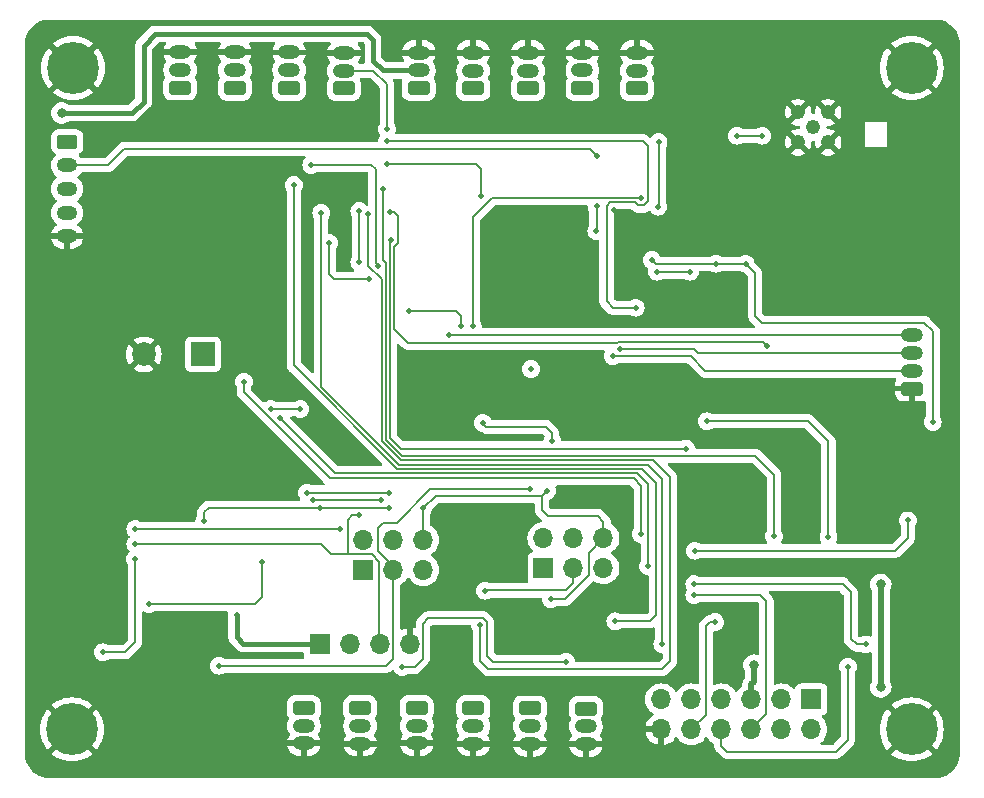
<source format=gbr>
%TF.GenerationSoftware,KiCad,Pcbnew,8.0.3-8.0.3-0~ubuntu22.04.1*%
%TF.CreationDate,2024-08-07T12:57:23+03:00*%
%TF.ProjectId,control_body,636f6e74-726f-46c5-9f62-6f64792e6b69,rev?*%
%TF.SameCoordinates,Original*%
%TF.FileFunction,Copper,L2,Bot*%
%TF.FilePolarity,Positive*%
%FSLAX46Y46*%
G04 Gerber Fmt 4.6, Leading zero omitted, Abs format (unit mm)*
G04 Created by KiCad (PCBNEW 8.0.3-8.0.3-0~ubuntu22.04.1) date 2024-08-07 12:57:23*
%MOMM*%
%LPD*%
G01*
G04 APERTURE LIST*
G04 Aperture macros list*
%AMRoundRect*
0 Rectangle with rounded corners*
0 $1 Rounding radius*
0 $2 $3 $4 $5 $6 $7 $8 $9 X,Y pos of 4 corners*
0 Add a 4 corners polygon primitive as box body*
4,1,4,$2,$3,$4,$5,$6,$7,$8,$9,$2,$3,0*
0 Add four circle primitives for the rounded corners*
1,1,$1+$1,$2,$3*
1,1,$1+$1,$4,$5*
1,1,$1+$1,$6,$7*
1,1,$1+$1,$8,$9*
0 Add four rect primitives between the rounded corners*
20,1,$1+$1,$2,$3,$4,$5,0*
20,1,$1+$1,$4,$5,$6,$7,0*
20,1,$1+$1,$6,$7,$8,$9,0*
20,1,$1+$1,$8,$9,$2,$3,0*%
G04 Aperture macros list end*
%TA.AperFunction,ComponentPad*%
%ADD10R,1.700000X1.700000*%
%TD*%
%TA.AperFunction,ComponentPad*%
%ADD11O,1.700000X1.700000*%
%TD*%
%TA.AperFunction,ComponentPad*%
%ADD12RoundRect,0.250000X-0.685000X0.335000X-0.685000X-0.335000X0.685000X-0.335000X0.685000X0.335000X0*%
%TD*%
%TA.AperFunction,ComponentPad*%
%ADD13O,1.870000X1.170000*%
%TD*%
%TA.AperFunction,ComponentPad*%
%ADD14RoundRect,0.250000X0.685000X-0.335000X0.685000X0.335000X-0.685000X0.335000X-0.685000X-0.335000X0*%
%TD*%
%TA.AperFunction,ComponentPad*%
%ADD15C,0.700000*%
%TD*%
%TA.AperFunction,ComponentPad*%
%ADD16C,4.400000*%
%TD*%
%TA.AperFunction,ComponentPad*%
%ADD17RoundRect,0.250000X-0.625000X0.350000X-0.625000X-0.350000X0.625000X-0.350000X0.625000X0.350000X0*%
%TD*%
%TA.AperFunction,ComponentPad*%
%ADD18O,1.750000X1.200000*%
%TD*%
%TA.AperFunction,ComponentPad*%
%ADD19C,1.240000*%
%TD*%
%TA.AperFunction,ComponentPad*%
%ADD20R,2.000000X2.000000*%
%TD*%
%TA.AperFunction,ComponentPad*%
%ADD21C,2.000000*%
%TD*%
%TA.AperFunction,ViaPad*%
%ADD22C,0.500000*%
%TD*%
%TA.AperFunction,ViaPad*%
%ADD23C,0.800000*%
%TD*%
%TA.AperFunction,Conductor*%
%ADD24C,0.200000*%
%TD*%
%TA.AperFunction,Conductor*%
%ADD25C,0.400000*%
%TD*%
%TA.AperFunction,Conductor*%
%ADD26C,0.500000*%
%TD*%
G04 APERTURE END LIST*
D10*
%TO.P,J21,1,Pin_1*%
%TO.N,/Lighting UNIT/Attiny_MISO*%
X151830000Y-109350000D03*
D11*
%TO.P,J21,2,Pin_2*%
%TO.N,/Lighting UNIT/Attiny_SCLK*%
X151830000Y-106810000D03*
%TO.P,J21,3,Pin_3*%
%TO.N,/Lighting UNIT/reset*%
X154370000Y-109350000D03*
%TO.P,J21,4,Pin_4*%
%TO.N,GND*%
X154370000Y-106810000D03*
%TO.P,J21,5,Pin_5*%
%TO.N,/Lighting UNIT/Attiny_MOSI*%
X156910000Y-109350000D03*
%TO.P,J21,6,Pin_6*%
%TO.N,+5V*%
X156910000Y-106810000D03*
%TD*%
D12*
%TO.P,J16,1,Pin_1*%
%TO.N,/Control UNIT/prox3*%
X141090000Y-121190000D03*
D13*
%TO.P,J16,2,Pin_2*%
%TO.N,+5V*%
X141090000Y-122690000D03*
%TO.P,J16,3,Pin_3*%
%TO.N,GND*%
X141090000Y-124190000D03*
%TD*%
D14*
%TO.P,J8,1,Pin_1*%
%TO.N,/Control UNIT/ESC4*%
X145890000Y-68720000D03*
D13*
%TO.P,J8,2,Pin_2*%
%TO.N,+5V*%
X145890000Y-67220000D03*
%TO.P,J8,3,Pin_3*%
%TO.N,GND*%
X145890000Y-65720000D03*
%TD*%
D10*
%TO.P,J3,1,Pin_1*%
%TO.N,/Control UNIT/MISO*%
X136575000Y-109505000D03*
D11*
%TO.P,J3,2,Pin_2*%
%TO.N,/Control UNIT/SCLK*%
X136575000Y-106965000D03*
%TO.P,J3,3,Pin_3*%
%TO.N,/Control UNIT/reset*%
X139115000Y-109505000D03*
%TO.P,J3,4,Pin_4*%
%TO.N,GND*%
X139115000Y-106965000D03*
%TO.P,J3,5,Pin_5*%
%TO.N,/Control UNIT/MOSI*%
X141655000Y-109505000D03*
%TO.P,J3,6,Pin_6*%
%TO.N,+5V*%
X141655000Y-106965000D03*
%TD*%
D14*
%TO.P,J20,1,Pin_1*%
%TO.N,GND*%
X183020000Y-94140000D03*
D13*
%TO.P,J20,2,Pin_2*%
%TO.N,/Control UNIT/COM_Tx*%
X183020000Y-92640000D03*
%TO.P,J20,3,Pin_3*%
%TO.N,/Control UNIT/COM_Rx*%
X183020000Y-91140000D03*
%TO.P,J20,4,Pin_4*%
%TO.N,/Control UNIT/COM_int*%
X183020000Y-89640000D03*
%TD*%
D15*
%TO.P,H1,1,1*%
%TO.N,GND*%
X181350000Y-67000000D03*
X181833274Y-65833274D03*
X181833274Y-68166726D03*
X183000000Y-65350000D03*
D16*
X183000000Y-67000000D03*
D15*
X183000000Y-68650000D03*
X184166726Y-65833274D03*
X184166726Y-68166726D03*
X184650000Y-67000000D03*
%TD*%
D10*
%TO.P,J23,1,Pin_1*%
%TO.N,+BATT*%
X174500000Y-120460000D03*
D11*
%TO.P,J23,2,Pin_2*%
%TO.N,+12V*%
X174500000Y-123000000D03*
%TO.P,J23,3,Pin_3*%
%TO.N,+5V*%
X171960000Y-120460000D03*
%TO.P,J23,4,Pin_4*%
%TO.N,+3V3*%
X171960000Y-123000000D03*
%TO.P,J23,5,Pin_5*%
%TO.N,/Lighting UNIT/front_light*%
X169420000Y-120460000D03*
%TO.P,J23,6,Pin_6*%
%TO.N,/Lighting UNIT/landing_light*%
X169420000Y-123000000D03*
%TO.P,J23,7,Pin_7*%
%TO.N,/Lighting UNIT/beacon*%
X166880000Y-120460000D03*
%TO.P,J23,8,Pin_8*%
%TO.N,/Lighting UNIT/strobe*%
X166880000Y-123000000D03*
%TO.P,J23,9,Pin_9*%
%TO.N,/Lighting UNIT/nav_red*%
X164340000Y-120460000D03*
%TO.P,J23,10,Pin_10*%
%TO.N,/Lighting UNIT/nav_green*%
X164340000Y-123000000D03*
%TO.P,J23,11,Pin_11*%
%TO.N,/Lighting UNIT/nav_white*%
X161800000Y-120460000D03*
%TO.P,J23,12,Pin_12*%
%TO.N,GND*%
X161800000Y-123000000D03*
%TD*%
D12*
%TO.P,J10,1,Pin_1*%
%TO.N,/Control UNIT/prox1*%
X131530000Y-121180000D03*
D13*
%TO.P,J10,2,Pin_2*%
%TO.N,+5V*%
X131530000Y-122680000D03*
%TO.P,J10,3,Pin_3*%
%TO.N,GND*%
X131530000Y-124180000D03*
%TD*%
D17*
%TO.P,J14,1,Pin_1*%
%TO.N,+12V*%
X111500000Y-73250000D03*
D18*
%TO.P,J14,2,Pin_2*%
%TO.N,+3V3*%
X111500000Y-75250000D03*
%TO.P,J14,3,Pin_3*%
%TO.N,+BATT*%
X111500000Y-77250000D03*
%TO.P,J14,4,Pin_4*%
%TO.N,Net-(D5-A)*%
X111500000Y-79250000D03*
%TO.P,J14,5,Pin_5*%
%TO.N,GND*%
X111500000Y-81250000D03*
%TD*%
D15*
%TO.P,H3,1,1*%
%TO.N,GND*%
X110250000Y-123000000D03*
X110733274Y-121833274D03*
X110733274Y-124166726D03*
X111900000Y-121350000D03*
D16*
X111900000Y-123000000D03*
D15*
X111900000Y-124650000D03*
X113066726Y-121833274D03*
X113066726Y-124166726D03*
X113550000Y-123000000D03*
%TD*%
D10*
%TO.P,J4,1,Pin_1*%
%TO.N,+5V*%
X132880000Y-115750000D03*
D11*
%TO.P,J4,2,Pin_2*%
%TO.N,/Control UNIT/RXD*%
X135420000Y-115750000D03*
%TO.P,J4,3,Pin_3*%
%TO.N,/Control UNIT/TXD*%
X137960000Y-115750000D03*
%TO.P,J4,4,Pin_4*%
%TO.N,GND*%
X140500000Y-115750000D03*
%TD*%
D14*
%TO.P,J7,1,Pin_1*%
%TO.N,/Control UNIT/ESC3*%
X150520000Y-68720000D03*
D13*
%TO.P,J7,2,Pin_2*%
%TO.N,+5V*%
X150520000Y-67220000D03*
%TO.P,J7,3,Pin_3*%
%TO.N,GND*%
X150520000Y-65720000D03*
%TD*%
D14*
%TO.P,J11,1,Pin_1*%
%TO.N,/Control UNIT/servo2*%
X130310000Y-68690000D03*
D13*
%TO.P,J11,2,Pin_2*%
%TO.N,+12V*%
X130310000Y-67190000D03*
%TO.P,J11,3,Pin_3*%
%TO.N,GND*%
X130310000Y-65690000D03*
%TD*%
D12*
%TO.P,J15,1,Pin_1*%
%TO.N,/Control UNIT/prox2*%
X136320000Y-121200000D03*
D13*
%TO.P,J15,2,Pin_2*%
%TO.N,+5V*%
X136320000Y-122700000D03*
%TO.P,J15,3,Pin_3*%
%TO.N,GND*%
X136320000Y-124200000D03*
%TD*%
D12*
%TO.P,J18,1,Pin_1*%
%TO.N,/Control UNIT/prox5*%
X150680000Y-121220000D03*
D13*
%TO.P,J18,2,Pin_2*%
%TO.N,+5V*%
X150680000Y-122720000D03*
%TO.P,J18,3,Pin_3*%
%TO.N,GND*%
X150680000Y-124220000D03*
%TD*%
D14*
%TO.P,J9,1,Pin_1*%
%TO.N,/Control UNIT/ESC5*%
X141260000Y-68700000D03*
D13*
%TO.P,J9,2,Pin_2*%
%TO.N,+5V*%
X141260000Y-67200000D03*
%TO.P,J9,3,Pin_3*%
%TO.N,GND*%
X141260000Y-65700000D03*
%TD*%
D14*
%TO.P,J5,1,Pin_1*%
%TO.N,/Control UNIT/ESC1*%
X159740000Y-68720000D03*
D13*
%TO.P,J5,2,Pin_2*%
%TO.N,+5V*%
X159740000Y-67220000D03*
%TO.P,J5,3,Pin_3*%
%TO.N,GND*%
X159740000Y-65720000D03*
%TD*%
D12*
%TO.P,J17,1,Pin_1*%
%TO.N,/Control UNIT/prox4*%
X145900000Y-121200000D03*
D13*
%TO.P,J17,2,Pin_2*%
%TO.N,+5V*%
X145900000Y-122700000D03*
%TO.P,J17,3,Pin_3*%
%TO.N,GND*%
X145900000Y-124200000D03*
%TD*%
D14*
%TO.P,J12,1,Pin_1*%
%TO.N,/Control UNIT/servo3*%
X125700000Y-68670000D03*
D13*
%TO.P,J12,2,Pin_2*%
%TO.N,+12V*%
X125700000Y-67170000D03*
%TO.P,J12,3,Pin_3*%
%TO.N,GND*%
X125700000Y-65670000D03*
%TD*%
D19*
%TO.P,AE2,1,A*%
%TO.N,Net-(AE1-A)*%
X174660000Y-72030000D03*
%TO.P,AE2,2,Shield*%
%TO.N,GND*%
X173390000Y-70760000D03*
X173390000Y-73300000D03*
X175930000Y-70760000D03*
X175930000Y-73300000D03*
%TD*%
D12*
%TO.P,J19,1,Pin_1*%
%TO.N,/Control UNIT/prox6*%
X155410000Y-121240000D03*
D13*
%TO.P,J19,2,Pin_2*%
%TO.N,+5V*%
X155410000Y-122740000D03*
%TO.P,J19,3,Pin_3*%
%TO.N,GND*%
X155410000Y-124240000D03*
%TD*%
D14*
%TO.P,J1,1,Pin_1*%
%TO.N,/Control UNIT/servo1*%
X134950000Y-68730000D03*
D13*
%TO.P,J1,2,Pin_2*%
%TO.N,+12V*%
X134950000Y-67230000D03*
%TO.P,J1,3,Pin_3*%
%TO.N,GND*%
X134950000Y-65730000D03*
%TD*%
D15*
%TO.P,H4,1,1*%
%TO.N,GND*%
X181350000Y-123000000D03*
X181833274Y-121833274D03*
X181833274Y-124166726D03*
X183000000Y-121350000D03*
D16*
X183000000Y-123000000D03*
D15*
X183000000Y-124650000D03*
X184166726Y-121833274D03*
X184166726Y-124166726D03*
X184650000Y-123000000D03*
%TD*%
D20*
%TO.P,BZ1,1,+*%
%TO.N,Net-(BZ1-+)*%
X123000000Y-91250000D03*
D21*
%TO.P,BZ1,2,-*%
%TO.N,GND*%
X118000000Y-91250000D03*
%TD*%
D15*
%TO.P,H2,1,1*%
%TO.N,GND*%
X110350000Y-67000000D03*
X110833274Y-65833274D03*
X110833274Y-68166726D03*
X112000000Y-65350000D03*
D16*
X112000000Y-67000000D03*
D15*
X112000000Y-68650000D03*
X113166726Y-65833274D03*
X113166726Y-68166726D03*
X113650000Y-67000000D03*
%TD*%
D14*
%TO.P,J6,1,Pin_1*%
%TO.N,/Control UNIT/ESC2*%
X155130000Y-68710000D03*
D13*
%TO.P,J6,2,Pin_2*%
%TO.N,+5V*%
X155130000Y-67210000D03*
%TO.P,J6,3,Pin_3*%
%TO.N,GND*%
X155130000Y-65710000D03*
%TD*%
D14*
%TO.P,J13,1,Pin_1*%
%TO.N,/Control UNIT/servo4*%
X121080000Y-68660000D03*
D13*
%TO.P,J13,2,Pin_2*%
%TO.N,+12V*%
X121080000Y-67160000D03*
%TO.P,J13,3,Pin_3*%
%TO.N,GND*%
X121080000Y-65660000D03*
%TD*%
D22*
%TO.N,GND*%
X160180000Y-95430000D03*
X175570000Y-86430000D03*
X163520000Y-70710000D03*
X114410000Y-99340000D03*
X163510000Y-71620000D03*
X163520000Y-72560000D03*
X124240000Y-88870000D03*
X152050000Y-72280000D03*
X174910000Y-86440000D03*
X140140000Y-112660000D03*
X124520000Y-94530000D03*
X155700000Y-97940000D03*
X166550000Y-116120000D03*
X123590000Y-96240000D03*
X108360000Y-100450000D03*
X119480000Y-95810000D03*
X126700000Y-88700000D03*
X157770000Y-79050000D03*
X161480000Y-94760000D03*
X146480000Y-95900000D03*
X114410000Y-98510000D03*
X142690000Y-105540000D03*
X158780000Y-82240000D03*
X148670000Y-72260000D03*
X175590000Y-87130000D03*
X115280000Y-100150000D03*
X160090000Y-82230000D03*
X173010000Y-114970000D03*
X116100000Y-100150000D03*
X116070000Y-98510000D03*
X115240000Y-98520000D03*
X149850000Y-72280000D03*
X164360000Y-71610000D03*
X123270000Y-87140000D03*
X131110000Y-102010000D03*
X118590000Y-94960000D03*
X147340000Y-79610000D03*
X156670000Y-97100000D03*
X108360000Y-101320000D03*
X116070000Y-99350000D03*
X162590000Y-72560000D03*
X118600000Y-95780000D03*
X135820000Y-76240000D03*
X166520000Y-116750000D03*
X166540000Y-115360000D03*
X123590000Y-95370000D03*
X150830000Y-72250000D03*
X144950000Y-118840000D03*
X160180000Y-94760000D03*
X157640000Y-97960000D03*
X176310000Y-87120000D03*
X155710000Y-97080000D03*
X157810000Y-116630000D03*
X130490000Y-102010000D03*
X146880000Y-80050000D03*
X172810000Y-112250000D03*
X133700000Y-77260000D03*
X132830000Y-76090000D03*
X173620000Y-115530000D03*
X174290000Y-87190000D03*
X145590000Y-118850000D03*
X124250000Y-88020000D03*
X123270000Y-88030000D03*
X167000000Y-82570000D03*
X124500000Y-96230000D03*
X116070000Y-97700000D03*
X143540000Y-118850000D03*
X114410000Y-100150000D03*
X156680000Y-97950000D03*
X162600000Y-71630000D03*
X164360000Y-70710000D03*
X140180000Y-112040000D03*
X157660000Y-97140000D03*
X147370000Y-72250000D03*
X129900000Y-102010000D03*
X172830000Y-112880000D03*
X160820000Y-95390000D03*
X151030000Y-81410000D03*
X173020000Y-115540000D03*
X160850000Y-94730000D03*
X131740000Y-91100000D03*
X176340000Y-86420000D03*
X124520000Y-95350000D03*
X154790000Y-97910000D03*
X140760000Y-113270000D03*
X174910000Y-87170000D03*
X115260000Y-99340000D03*
X115270000Y-97690000D03*
X154820000Y-97080000D03*
X123260000Y-88870000D03*
X124250000Y-87120000D03*
X119490000Y-94910000D03*
X164340000Y-72550000D03*
X173620000Y-114920000D03*
X109270000Y-101310000D03*
X126710000Y-87500000D03*
X109260000Y-100440000D03*
X140870000Y-111970000D03*
X158450000Y-116620000D03*
X174220000Y-86460000D03*
X157090000Y-116610000D03*
X126680000Y-90760000D03*
X126680000Y-89740000D03*
X145970000Y-72250000D03*
X151020000Y-80800000D03*
X147780000Y-79250000D03*
X161480000Y-95430000D03*
X140140000Y-113220000D03*
X123570000Y-94510000D03*
X162630000Y-70720000D03*
X140780000Y-112640000D03*
X164590000Y-112680000D03*
X114420000Y-97690000D03*
X144150000Y-118820000D03*
%TO.N,+5V*%
X146670000Y-97050000D03*
X152430000Y-111990000D03*
D23*
X111040000Y-70810000D03*
D22*
X152130000Y-102780000D03*
X132950000Y-104230000D03*
X138730000Y-104260000D03*
X141660000Y-104260000D03*
X123110000Y-105350000D03*
X152570000Y-98610000D03*
X125860000Y-113300000D03*
%TO.N,Net-(U1-XI)*%
X118450000Y-112390000D03*
X128010000Y-108860000D03*
%TO.N,/Control UNIT/bat_level*%
X129500000Y-96630000D03*
X160690000Y-109200000D03*
X164600000Y-110700000D03*
X179130000Y-115810000D03*
%TO.N,Net-(U1-V3)*%
X114520000Y-116470000D03*
X117250000Y-108580000D03*
%TO.N,Net-(U5-REGOUT)*%
X164220000Y-84240000D03*
X161430000Y-84240000D03*
%TO.N,/Control UNIT/RXD*%
X134620000Y-106040000D03*
X117280000Y-106040000D03*
%TO.N,/Control UNIT/TXD*%
X136250000Y-104860000D03*
X117280000Y-107310000D03*
D23*
%TO.N,+12V*%
X180390000Y-110730000D03*
D22*
X138580000Y-72160000D03*
D23*
X180390000Y-119430000D03*
D22*
%TO.N,/Control UNIT/reset*%
X150690000Y-102620000D03*
X124330000Y-117610000D03*
%TO.N,+3V3*%
X170370000Y-72730000D03*
X156320000Y-74420000D03*
X166420000Y-83570000D03*
X168200000Y-72730000D03*
X168940000Y-83570000D03*
X161020000Y-83270000D03*
X156310000Y-80830000D03*
X156320000Y-78670000D03*
X184780000Y-96960000D03*
%TO.N,/Control UNIT/COM_Tx*%
X157680000Y-91410000D03*
%TO.N,/Control UNIT/COM_int*%
X143850000Y-89640000D03*
%TO.N,/Control UNIT/COM_Rx*%
X158350000Y-90810000D03*
%TO.N,/Sensor UNIT/CLKIN*%
X161570000Y-73270000D03*
X161560000Y-78740000D03*
%TO.N,Net-(U2-PF2)*%
X131250000Y-95890000D03*
X128730000Y-95890000D03*
%TO.N,/Lighting UNIT/nav_green*%
X166360000Y-113920000D03*
%TO.N,/Lighting UNIT/reset*%
X146880000Y-111250000D03*
%TO.N,Net-(U2-PE6)*%
X131780000Y-102950000D03*
X138710000Y-102950000D03*
%TO.N,Net-(U2-PE7)*%
X132350000Y-103570000D03*
X138070000Y-103570000D03*
%TO.N,/Lighting UNIT/strobe*%
X177600000Y-117680000D03*
%TO.N,/Lighting UNIT/landing_light*%
X164600000Y-111610000D03*
%TO.N,/Control UNIT/SDA*%
X150770000Y-92500000D03*
D23*
%TO.N,/Lighting UNIT/front_light*%
X169640000Y-117560000D03*
D22*
%TO.N,+BATT*%
X160070000Y-106460000D03*
X164620000Y-107880000D03*
X126460000Y-93550000D03*
X182680000Y-105310000D03*
%TO.N,Net-(Q1A-G1)*%
X138850000Y-79210000D03*
X170720000Y-90520000D03*
%TO.N,Net-(Q1B-G2)*%
X171350000Y-106650000D03*
X138210000Y-77210000D03*
%TO.N,/Control UNIT/SCL*%
X160090000Y-78040000D03*
X145830000Y-88850000D03*
%TO.N,Net-(Q2B-G2)*%
X138880000Y-81600000D03*
X163910000Y-99220000D03*
%TO.N,Net-(Q2A-G1)*%
X161890000Y-115800000D03*
X133020000Y-79270000D03*
%TO.N,Net-(Q3A-G1)*%
X139890000Y-117710000D03*
X153740000Y-117290000D03*
%TO.N,Net-(Q3B-G2)*%
X157910000Y-113850000D03*
X130700000Y-76920000D03*
%TO.N,Net-(Q7A-B1)*%
X138620000Y-75090000D03*
X146570000Y-77860000D03*
%TO.N,Net-(Q7B-B2)*%
X137010000Y-79390000D03*
X146460000Y-114180000D03*
%TO.N,Net-(Q9-B)*%
X138590000Y-73220000D03*
X159630000Y-87300000D03*
%TO.N,Net-(Q4-G)*%
X175960000Y-106720000D03*
X165660000Y-96920000D03*
%TO.N,/Control UNIT/nav_green_pin*%
X136230000Y-79120000D03*
X136240000Y-83460000D03*
%TO.N,/Control UNIT/strobe_pin*%
X140440000Y-87560000D03*
X144820000Y-88870000D03*
%TO.N,/Control UNIT/nav_red_pin*%
X137060000Y-84860000D03*
X133660000Y-81810000D03*
%TO.N,/Control UNIT/nav_white_pin*%
X137850000Y-83770000D03*
X132170000Y-75200000D03*
%TD*%
D24*
%TO.N,+5V*%
X147000000Y-97380000D02*
X146670000Y-97050000D01*
X141660000Y-104260000D02*
X141655000Y-104265000D01*
D25*
X137410000Y-64640000D02*
X137410000Y-66410000D01*
D24*
X152180000Y-104910000D02*
X156420000Y-104910000D01*
D25*
X138200000Y-67200000D02*
X141260000Y-67200000D01*
D24*
X155690000Y-108030000D02*
X156910000Y-106810000D01*
X138730000Y-104240000D02*
X138730000Y-104240000D01*
D25*
X111040000Y-70810000D02*
X117010000Y-70810000D01*
D24*
X123120000Y-105340000D02*
X123110000Y-105350000D01*
D25*
X137410000Y-66410000D02*
X138200000Y-67200000D01*
D24*
X132960000Y-104240000D02*
X132950000Y-104230000D01*
D25*
X125860000Y-115220000D02*
X126390000Y-115750000D01*
D24*
X156420000Y-104910000D02*
X156910000Y-105400000D01*
X151690000Y-104420000D02*
X152180000Y-104910000D01*
X153630000Y-111990000D02*
X155690000Y-109930000D01*
X142700000Y-103220000D02*
X141660000Y-104260000D01*
D25*
X136880000Y-64110000D02*
X137410000Y-64640000D01*
D24*
X152430000Y-111990000D02*
X153630000Y-111990000D01*
X152020000Y-97380000D02*
X147000000Y-97380000D01*
X152130000Y-102780000D02*
X151690000Y-103220000D01*
X138710000Y-104240000D02*
X132960000Y-104240000D01*
D25*
X125860000Y-113300000D02*
X125860000Y-115220000D01*
D24*
X155690000Y-109930000D02*
X155690000Y-108030000D01*
X138730000Y-104260000D02*
X138710000Y-104240000D01*
X132950000Y-104230000D02*
X123480000Y-104230000D01*
X151690000Y-103220000D02*
X151690000Y-104420000D01*
D25*
X118960000Y-64110000D02*
X136880000Y-64110000D01*
D24*
X123480000Y-104230000D02*
X123120000Y-104590000D01*
D25*
X126390000Y-115750000D02*
X132880000Y-115750000D01*
X117970000Y-69850000D02*
X117970000Y-65100000D01*
D24*
X123120000Y-104590000D02*
X123120000Y-105340000D01*
X152570000Y-98610000D02*
X152570000Y-97930000D01*
X156910000Y-105400000D02*
X156910000Y-106810000D01*
X152570000Y-97930000D02*
X152020000Y-97380000D01*
X141655000Y-104265000D02*
X141655000Y-106965000D01*
X151690000Y-103220000D02*
X142700000Y-103220000D01*
D25*
X117010000Y-70810000D02*
X117970000Y-69850000D01*
X117970000Y-65100000D02*
X118960000Y-64110000D01*
D24*
%TO.N,Net-(U1-XI)*%
X127410000Y-112390000D02*
X128010000Y-111790000D01*
X128010000Y-111790000D02*
X128010000Y-108860000D01*
X118450000Y-112390000D02*
X127410000Y-112390000D01*
%TO.N,/Control UNIT/bat_level*%
X177850000Y-111390000D02*
X177160000Y-110700000D01*
X177160000Y-110700000D02*
X164600000Y-110700000D01*
X179130000Y-115810000D02*
X178340000Y-115810000D01*
X177850000Y-115320000D02*
X177850000Y-111390000D01*
X159780000Y-101290000D02*
X134160000Y-101290000D01*
X160690000Y-102200000D02*
X159780000Y-101290000D01*
X160690000Y-109200000D02*
X160690000Y-102200000D01*
X134160000Y-101290000D02*
X129500000Y-96630000D01*
X178340000Y-115810000D02*
X177850000Y-115320000D01*
%TO.N,Net-(U1-V3)*%
X117250000Y-108580000D02*
X117250000Y-115630000D01*
X117250000Y-115630000D02*
X116590000Y-116290000D01*
X116410000Y-116470000D02*
X114520000Y-116470000D01*
X116590000Y-116290000D02*
X116410000Y-116470000D01*
%TO.N,Net-(U5-REGOUT)*%
X161430000Y-84240000D02*
X164220000Y-84240000D01*
%TO.N,/Control UNIT/RXD*%
X117280000Y-106040000D02*
X134620000Y-106040000D01*
%TO.N,/Control UNIT/TXD*%
X135640000Y-104860000D02*
X135260000Y-105240000D01*
X137960000Y-115750000D02*
X137940000Y-115730000D01*
X136250000Y-104860000D02*
X135640000Y-104860000D01*
X135260000Y-105240000D02*
X135260000Y-108150000D01*
X137280000Y-108150000D02*
X135260000Y-108150000D01*
X135260000Y-108150000D02*
X133830000Y-108150000D01*
X133830000Y-108150000D02*
X132990000Y-107310000D01*
X137940000Y-115730000D02*
X137940000Y-108810000D01*
X137940000Y-108810000D02*
X137280000Y-108150000D01*
X132990000Y-107310000D02*
X117280000Y-107310000D01*
%TO.N,+12V*%
X138580000Y-72160000D02*
X138580000Y-68400000D01*
X138580000Y-68400000D02*
X137410000Y-67230000D01*
D26*
X180390000Y-110730000D02*
X180390000Y-119430000D01*
D24*
X137410000Y-67230000D02*
X134950000Y-67230000D01*
%TO.N,/Control UNIT/reset*%
X137840000Y-107930000D02*
X139115000Y-109205000D01*
X138520000Y-117610000D02*
X139115000Y-117015000D01*
X137840000Y-105910000D02*
X137840000Y-107930000D01*
X142250000Y-102640000D02*
X139400000Y-105490000D01*
X139115000Y-109205000D02*
X139115000Y-109505000D01*
X139400000Y-105490000D02*
X138260000Y-105490000D01*
X150690000Y-102620000D02*
X150670000Y-102640000D01*
X139115000Y-117015000D02*
X139115000Y-109505000D01*
X138260000Y-105490000D02*
X137840000Y-105910000D01*
X124330000Y-117610000D02*
X138520000Y-117610000D01*
X150670000Y-102640000D02*
X142250000Y-102640000D01*
%TO.N,+3V3*%
X169760000Y-84390000D02*
X169760000Y-88040000D01*
X161320000Y-83570000D02*
X166420000Y-83570000D01*
X170370000Y-72730000D02*
X168200000Y-72730000D01*
X155740000Y-73840000D02*
X116330000Y-73840000D01*
X170300000Y-88580000D02*
X184070000Y-88580000D01*
X156320000Y-74420000D02*
X155740000Y-73840000D01*
X166420000Y-83570000D02*
X168940000Y-83570000D01*
X161020000Y-83270000D02*
X161320000Y-83570000D01*
X114920000Y-75250000D02*
X111500000Y-75250000D01*
X156320000Y-80820000D02*
X156310000Y-80830000D01*
X116330000Y-73840000D02*
X114920000Y-75250000D01*
X156320000Y-78670000D02*
X156320000Y-80820000D01*
X184780000Y-89290000D02*
X184780000Y-96960000D01*
X168940000Y-83570000D02*
X169760000Y-84390000D01*
X184070000Y-88580000D02*
X184780000Y-89290000D01*
X169760000Y-88040000D02*
X170300000Y-88580000D01*
%TO.N,/Control UNIT/COM_Tx*%
X165520000Y-92640000D02*
X183020000Y-92640000D01*
X157680000Y-91410000D02*
X157690000Y-91420000D01*
X164300000Y-91420000D02*
X165520000Y-92640000D01*
X157690000Y-91420000D02*
X164300000Y-91420000D01*
%TO.N,/Control UNIT/COM_int*%
X143870000Y-89640000D02*
X183020000Y-89640000D01*
%TO.N,/Control UNIT/COM_Rx*%
X164910000Y-91140000D02*
X183020000Y-91140000D01*
X164570000Y-90800000D02*
X164910000Y-91140000D01*
X158360000Y-90800000D02*
X164570000Y-90800000D01*
X158350000Y-90810000D02*
X158360000Y-90800000D01*
%TO.N,/Sensor UNIT/CLKIN*%
X161560000Y-78740000D02*
X161570000Y-78730000D01*
X161570000Y-78730000D02*
X161570000Y-73270000D01*
%TO.N,Net-(U2-PF2)*%
X131250000Y-95890000D02*
X128730000Y-95890000D01*
%TO.N,/Lighting UNIT/nav_green*%
X165580000Y-121760000D02*
X165580000Y-114280000D01*
X165580000Y-114280000D02*
X165940000Y-113920000D01*
X164340000Y-123000000D02*
X165580000Y-121760000D01*
X165940000Y-113920000D02*
X166360000Y-113920000D01*
%TO.N,/Lighting UNIT/reset*%
X153730000Y-111240000D02*
X154370000Y-110600000D01*
X154370000Y-110600000D02*
X154370000Y-109350000D01*
X146880000Y-111250000D02*
X146890000Y-111240000D01*
X146890000Y-111240000D02*
X153730000Y-111240000D01*
%TO.N,Net-(U2-PE6)*%
X131780000Y-102950000D02*
X138710000Y-102950000D01*
%TO.N,Net-(U2-PE7)*%
X132350000Y-103570000D02*
X138070000Y-103570000D01*
%TO.N,/Lighting UNIT/strobe*%
X167360000Y-124900000D02*
X166880000Y-124420000D01*
X177600000Y-123900000D02*
X176600000Y-124900000D01*
X166880000Y-124420000D02*
X166880000Y-123000000D01*
X176600000Y-124900000D02*
X167360000Y-124900000D01*
X177600000Y-117680000D02*
X177600000Y-123900000D01*
%TO.N,/Lighting UNIT/landing_light*%
X170710000Y-112140000D02*
X170710000Y-121710000D01*
X164600000Y-111610000D02*
X170180000Y-111610000D01*
X170710000Y-121710000D02*
X169420000Y-123000000D01*
X170180000Y-111610000D02*
X170710000Y-112140000D01*
D26*
%TO.N,/Lighting UNIT/front_light*%
X169420000Y-120460000D02*
X169420000Y-119180000D01*
X169420000Y-119180000D02*
X169640000Y-118960000D01*
X169640000Y-118960000D02*
X169640000Y-117560000D01*
D24*
%TO.N,+BATT*%
X181630000Y-107880000D02*
X182680000Y-106830000D01*
X126460000Y-94468529D02*
X126460000Y-93550000D01*
X133741471Y-101750000D02*
X126460000Y-94468529D01*
X159460000Y-101750000D02*
X133741471Y-101750000D01*
X160070000Y-106460000D02*
X160070000Y-102360000D01*
X160070000Y-102360000D02*
X159460000Y-101750000D01*
X164620000Y-107880000D02*
X181630000Y-107880000D01*
X182680000Y-106830000D02*
X182680000Y-105310000D01*
%TO.N,Net-(Q1A-G1)*%
X158051471Y-90260000D02*
X140350000Y-90260000D01*
X139170000Y-89080000D02*
X139170000Y-82158529D01*
X139170000Y-82158529D02*
X139480000Y-81848529D01*
X170410000Y-90210000D02*
X158101471Y-90210000D01*
X139480000Y-81848529D02*
X139480000Y-79530000D01*
X140350000Y-90260000D02*
X139170000Y-89080000D01*
X170720000Y-90520000D02*
X170410000Y-90210000D01*
X158101471Y-90210000D02*
X158051471Y-90260000D01*
X139480000Y-79530000D02*
X139160000Y-79210000D01*
X139160000Y-79210000D02*
X138850000Y-79210000D01*
%TO.N,Net-(Q1B-G2)*%
X171350000Y-101440000D02*
X169730000Y-99820000D01*
X169730000Y-99820000D02*
X139830000Y-99820000D01*
X138200000Y-83271471D02*
X138200000Y-77220000D01*
X138470000Y-83541471D02*
X138200000Y-83271471D01*
X138470000Y-98460000D02*
X138470000Y-83541471D01*
X138200000Y-77220000D02*
X138210000Y-77210000D01*
X171350000Y-106650000D02*
X171350000Y-101440000D01*
X139830000Y-99820000D02*
X138470000Y-98460000D01*
%TO.N,/Control UNIT/SCL*%
X160090000Y-78040000D02*
X160070000Y-78020000D01*
X147440000Y-78020000D02*
X145830000Y-79630000D01*
X160070000Y-78020000D02*
X147440000Y-78020000D01*
X145830000Y-79630000D02*
X145830000Y-88850000D01*
%TO.N,Net-(Q2B-G2)*%
X138820000Y-81660000D02*
X138880000Y-81600000D01*
X139724974Y-99220000D02*
X138820000Y-98315026D01*
X163910000Y-99220000D02*
X139724974Y-99220000D01*
X138820000Y-98315026D02*
X138820000Y-81660000D01*
%TO.N,Net-(Q2A-G1)*%
X161890000Y-101840000D02*
X161890000Y-115800000D01*
X160640000Y-100590000D02*
X161890000Y-101840000D01*
X139610052Y-100590000D02*
X160640000Y-100590000D01*
X133020000Y-79270000D02*
X133010000Y-79280000D01*
X133010000Y-79280000D02*
X133010000Y-93989948D01*
X133010000Y-93989948D02*
X139610052Y-100590000D01*
%TO.N,Net-(Q3A-G1)*%
X147060000Y-113931471D02*
X147060000Y-116760000D01*
X141600000Y-114070000D02*
X142090000Y-113580000D01*
X147060000Y-116760000D02*
X147590000Y-117290000D01*
X142090000Y-113580000D02*
X146708529Y-113580000D01*
X141600000Y-117020000D02*
X141600000Y-114070000D01*
X139890000Y-117710000D02*
X140910000Y-117710000D01*
X140910000Y-117710000D02*
X141600000Y-117020000D01*
X146708529Y-113580000D02*
X147060000Y-113931471D01*
X147590000Y-117290000D02*
X153740000Y-117290000D01*
%TO.N,Net-(Q3B-G2)*%
X161380000Y-113280000D02*
X160810000Y-113850000D01*
X139465078Y-100940000D02*
X160210000Y-100940000D01*
X130680000Y-76940000D02*
X130680000Y-92154922D01*
X130700000Y-76920000D02*
X130680000Y-76940000D01*
X160210000Y-100940000D02*
X161380000Y-102110000D01*
X160810000Y-113850000D02*
X157910000Y-113850000D01*
X130680000Y-92154922D02*
X139465078Y-100940000D01*
X161380000Y-102110000D02*
X161380000Y-113280000D01*
%TO.N,Net-(Q7A-B1)*%
X146090000Y-75090000D02*
X146570000Y-75570000D01*
X138620000Y-75090000D02*
X146090000Y-75090000D01*
X146570000Y-75570000D02*
X146570000Y-77860000D01*
%TO.N,Net-(Q7B-B2)*%
X146460000Y-117180000D02*
X147170000Y-117890000D01*
X137010000Y-83778529D02*
X137010000Y-79390000D01*
X161130000Y-100230000D02*
X139745026Y-100230000D01*
X138120000Y-98604974D02*
X138120000Y-84888529D01*
X139745026Y-100230000D02*
X138120000Y-98604974D01*
X162570000Y-117190000D02*
X162570000Y-101670000D01*
X162570000Y-101670000D02*
X161130000Y-100230000D01*
X161870000Y-117890000D02*
X162570000Y-117190000D01*
X138120000Y-84888529D02*
X137010000Y-83778529D01*
X147170000Y-117890000D02*
X161870000Y-117890000D01*
X146460000Y-114180000D02*
X146460000Y-117180000D01*
%TO.N,Net-(Q9-B)*%
X160338529Y-78640000D02*
X160690000Y-78288529D01*
X157470000Y-78370000D02*
X159571471Y-78370000D01*
X157700000Y-87300000D02*
X157170000Y-86770000D01*
X159571471Y-78370000D02*
X159841471Y-78640000D01*
X160280000Y-73220000D02*
X138590000Y-73220000D01*
X159841471Y-78640000D02*
X160338529Y-78640000D01*
X157170000Y-86770000D02*
X157170000Y-78670000D01*
X160690000Y-78288529D02*
X160690000Y-73630000D01*
X160690000Y-73630000D02*
X160280000Y-73220000D01*
X159630000Y-87300000D02*
X157700000Y-87300000D01*
X157170000Y-78670000D02*
X157470000Y-78370000D01*
%TO.N,Net-(Q4-G)*%
X175960000Y-98620000D02*
X174260000Y-96920000D01*
X174260000Y-96920000D02*
X165660000Y-96920000D01*
X175960000Y-106720000D02*
X175960000Y-98620000D01*
%TO.N,/Control UNIT/nav_green_pin*%
X136230000Y-79120000D02*
X136240000Y-79130000D01*
X136240000Y-79130000D02*
X136240000Y-83460000D01*
%TO.N,/Control UNIT/strobe_pin*%
X140440000Y-87560000D02*
X144420000Y-87560000D01*
X144420000Y-87560000D02*
X144820000Y-87960000D01*
X144820000Y-87960000D02*
X144820000Y-88870000D01*
%TO.N,/Control UNIT/nav_red_pin*%
X133660000Y-81810000D02*
X133660000Y-84440000D01*
X134080000Y-84860000D02*
X137060000Y-84860000D01*
X133660000Y-84440000D02*
X134080000Y-84860000D01*
%TO.N,/Control UNIT/nav_white_pin*%
X137850000Y-83770000D02*
X137610000Y-83530000D01*
X137610000Y-83530000D02*
X137610000Y-75580000D01*
X137230000Y-75200000D02*
X132170000Y-75200000D01*
X137610000Y-75580000D02*
X137230000Y-75200000D01*
%TD*%
%TA.AperFunction,Conductor*%
%TO.N,GND*%
G36*
X159226942Y-102370185D02*
G01*
X159247584Y-102386819D01*
X159433181Y-102572416D01*
X159466666Y-102633739D01*
X159469500Y-102660097D01*
X159469500Y-105969336D01*
X159450494Y-106035308D01*
X159389545Y-106132307D01*
X159333685Y-106291943D01*
X159314751Y-106459997D01*
X159314751Y-106460002D01*
X159333685Y-106628056D01*
X159389545Y-106787694D01*
X159389547Y-106787697D01*
X159479518Y-106930884D01*
X159479523Y-106930890D01*
X159599109Y-107050476D01*
X159599115Y-107050481D01*
X159742302Y-107140452D01*
X159742305Y-107140454D01*
X159742309Y-107140455D01*
X159742310Y-107140456D01*
X159886443Y-107190890D01*
X159901944Y-107196314D01*
X159979383Y-107205039D01*
X160043797Y-107232105D01*
X160083352Y-107289700D01*
X160089500Y-107328259D01*
X160089500Y-108709336D01*
X160070494Y-108775308D01*
X160009545Y-108872307D01*
X159953685Y-109031943D01*
X159934751Y-109199997D01*
X159934751Y-109200002D01*
X159953685Y-109368056D01*
X160009545Y-109527694D01*
X160009547Y-109527697D01*
X160099518Y-109670884D01*
X160099523Y-109670890D01*
X160219109Y-109790476D01*
X160219115Y-109790481D01*
X160362302Y-109880452D01*
X160362305Y-109880454D01*
X160362309Y-109880455D01*
X160362310Y-109880456D01*
X160521941Y-109936313D01*
X160521944Y-109936314D01*
X160669383Y-109952926D01*
X160733797Y-109979992D01*
X160773352Y-110037587D01*
X160779500Y-110076146D01*
X160779500Y-112979902D01*
X160759815Y-113046941D01*
X160743185Y-113067578D01*
X160597582Y-113213182D01*
X160536262Y-113246666D01*
X160509903Y-113249500D01*
X158400663Y-113249500D01*
X158334691Y-113230494D01*
X158237692Y-113169545D01*
X158237691Y-113169544D01*
X158237690Y-113169544D01*
X158168259Y-113145249D01*
X158078056Y-113113685D01*
X157910003Y-113094751D01*
X157909997Y-113094751D01*
X157741943Y-113113685D01*
X157582305Y-113169545D01*
X157582302Y-113169547D01*
X157439115Y-113259518D01*
X157439109Y-113259523D01*
X157319523Y-113379109D01*
X157319518Y-113379115D01*
X157229547Y-113522302D01*
X157229545Y-113522305D01*
X157173685Y-113681943D01*
X157154751Y-113849997D01*
X157154751Y-113850002D01*
X157173685Y-114018056D01*
X157229545Y-114177694D01*
X157229547Y-114177697D01*
X157319518Y-114320884D01*
X157319523Y-114320890D01*
X157439109Y-114440476D01*
X157439115Y-114440481D01*
X157582302Y-114530452D01*
X157582305Y-114530454D01*
X157582309Y-114530455D01*
X157582310Y-114530456D01*
X157621014Y-114543999D01*
X157741943Y-114586314D01*
X157909997Y-114605249D01*
X157910000Y-114605249D01*
X157910003Y-114605249D01*
X158078056Y-114586314D01*
X158107626Y-114575967D01*
X158237690Y-114530456D01*
X158334691Y-114469505D01*
X158400663Y-114450500D01*
X160723331Y-114450500D01*
X160723347Y-114450501D01*
X160730943Y-114450501D01*
X160889054Y-114450501D01*
X160889057Y-114450501D01*
X161041785Y-114409577D01*
X161091904Y-114380639D01*
X161103503Y-114373942D01*
X161171401Y-114357471D01*
X161237428Y-114380324D01*
X161280618Y-114435246D01*
X161289500Y-114481331D01*
X161289500Y-115309336D01*
X161270494Y-115375308D01*
X161209545Y-115472307D01*
X161153685Y-115631943D01*
X161134751Y-115799997D01*
X161134751Y-115800002D01*
X161153685Y-115968056D01*
X161209545Y-116127694D01*
X161209547Y-116127697D01*
X161299518Y-116270884D01*
X161299523Y-116270890D01*
X161419109Y-116390476D01*
X161419115Y-116390481D01*
X161562302Y-116480452D01*
X161562305Y-116480454D01*
X161562309Y-116480455D01*
X161562310Y-116480456D01*
X161590883Y-116490454D01*
X161721944Y-116536314D01*
X161821972Y-116547584D01*
X161859383Y-116551799D01*
X161923797Y-116578865D01*
X161963352Y-116636460D01*
X161969500Y-116675019D01*
X161969500Y-116889903D01*
X161949815Y-116956942D01*
X161933181Y-116977584D01*
X161657584Y-117253181D01*
X161596261Y-117286666D01*
X161569903Y-117289500D01*
X154606006Y-117289500D01*
X154538967Y-117269815D01*
X154493212Y-117217011D01*
X154482786Y-117179384D01*
X154476314Y-117121946D01*
X154476313Y-117121944D01*
X154476313Y-117121941D01*
X154420456Y-116962310D01*
X154420455Y-116962307D01*
X154420452Y-116962302D01*
X154330481Y-116819115D01*
X154330476Y-116819109D01*
X154210890Y-116699523D01*
X154210884Y-116699518D01*
X154067697Y-116609547D01*
X154067694Y-116609545D01*
X153908056Y-116553685D01*
X153740003Y-116534751D01*
X153739997Y-116534751D01*
X153571943Y-116553685D01*
X153412307Y-116609545D01*
X153351305Y-116647876D01*
X153316390Y-116669815D01*
X153315309Y-116670494D01*
X153249337Y-116689500D01*
X147890097Y-116689500D01*
X147823058Y-116669815D01*
X147802416Y-116653181D01*
X147696819Y-116547584D01*
X147663334Y-116486261D01*
X147660500Y-116459903D01*
X147660500Y-113852416D01*
X147660500Y-113852414D01*
X147638656Y-113770890D01*
X147619577Y-113699686D01*
X147572540Y-113618216D01*
X147540520Y-113562755D01*
X147428716Y-113450951D01*
X147424385Y-113446620D01*
X147424374Y-113446610D01*
X147196119Y-113218355D01*
X147196117Y-113218352D01*
X147077246Y-113099481D01*
X147077238Y-113099475D01*
X146975089Y-113040500D01*
X146940317Y-113020424D01*
X146940316Y-113020423D01*
X146868906Y-113001289D01*
X146787586Y-112979499D01*
X146629472Y-112979499D01*
X146621876Y-112979499D01*
X146621860Y-112979500D01*
X142176670Y-112979500D01*
X142176654Y-112979499D01*
X142169058Y-112979499D01*
X142010943Y-112979499D01*
X141934579Y-112999961D01*
X141858214Y-113020423D01*
X141858209Y-113020426D01*
X141721290Y-113099475D01*
X141721282Y-113099481D01*
X141224217Y-113596546D01*
X141224214Y-113596548D01*
X141224215Y-113596549D01*
X141119477Y-113701287D01*
X141079263Y-113770942D01*
X141079263Y-113770943D01*
X141040423Y-113838214D01*
X141036618Y-113852414D01*
X140999499Y-113990943D01*
X140999499Y-113990945D01*
X140999499Y-114159046D01*
X140999500Y-114159059D01*
X140999500Y-114324617D01*
X140979815Y-114391656D01*
X140927011Y-114437411D01*
X140857853Y-114447355D01*
X140843406Y-114444392D01*
X140750000Y-114419364D01*
X140750000Y-115316988D01*
X140692993Y-115284075D01*
X140565826Y-115250000D01*
X140434174Y-115250000D01*
X140307007Y-115284075D01*
X140250000Y-115316988D01*
X140250000Y-114419364D01*
X140249999Y-114419364D01*
X140036513Y-114476567D01*
X140036507Y-114476570D01*
X139891905Y-114543999D01*
X139822827Y-114554491D01*
X139759043Y-114525971D01*
X139720804Y-114467495D01*
X139715500Y-114431617D01*
X139715500Y-110794090D01*
X139735185Y-110727051D01*
X139787101Y-110681706D01*
X139792830Y-110679035D01*
X139986401Y-110543495D01*
X140153495Y-110376401D01*
X140283425Y-110190842D01*
X140338002Y-110147217D01*
X140407500Y-110140023D01*
X140469855Y-110171546D01*
X140486575Y-110190842D01*
X140616500Y-110376395D01*
X140616505Y-110376401D01*
X140783599Y-110543495D01*
X140880384Y-110611265D01*
X140977165Y-110679032D01*
X140977167Y-110679033D01*
X140977170Y-110679035D01*
X141191337Y-110778903D01*
X141191343Y-110778904D01*
X141191344Y-110778905D01*
X141192128Y-110779115D01*
X141419592Y-110840063D01*
X141596034Y-110855500D01*
X141654999Y-110860659D01*
X141655000Y-110860659D01*
X141655001Y-110860659D01*
X141713966Y-110855500D01*
X141890408Y-110840063D01*
X142118663Y-110778903D01*
X142332830Y-110679035D01*
X142526401Y-110543495D01*
X142693495Y-110376401D01*
X142829035Y-110182830D01*
X142928903Y-109968663D01*
X142990063Y-109740408D01*
X143010659Y-109505000D01*
X142990063Y-109269592D01*
X142928903Y-109041337D01*
X142829035Y-108827171D01*
X142823425Y-108819158D01*
X142693494Y-108633597D01*
X142526402Y-108466506D01*
X142526396Y-108466501D01*
X142340842Y-108336575D01*
X142297217Y-108281998D01*
X142290023Y-108212500D01*
X142321546Y-108150145D01*
X142340842Y-108133425D01*
X142375643Y-108109057D01*
X142526401Y-108003495D01*
X142693495Y-107836401D01*
X142829035Y-107642830D01*
X142928903Y-107428663D01*
X142990063Y-107200408D01*
X143010659Y-106965000D01*
X143009202Y-106948352D01*
X143005765Y-106909058D01*
X142990063Y-106729592D01*
X142928903Y-106501337D01*
X142829035Y-106287171D01*
X142823731Y-106279595D01*
X142693494Y-106093597D01*
X142526402Y-105926506D01*
X142526395Y-105926501D01*
X142332831Y-105790965D01*
X142332826Y-105790962D01*
X142327091Y-105788288D01*
X142274653Y-105742113D01*
X142255500Y-105675908D01*
X142255500Y-104758618D01*
X142274506Y-104692646D01*
X142340456Y-104587690D01*
X142396313Y-104428059D01*
X142398456Y-104409037D01*
X142425519Y-104344625D01*
X142433985Y-104335248D01*
X142912416Y-103856819D01*
X142973739Y-103823334D01*
X143000097Y-103820500D01*
X150965500Y-103820500D01*
X151032539Y-103840185D01*
X151078294Y-103892989D01*
X151089500Y-103944500D01*
X151089500Y-104333330D01*
X151089499Y-104333348D01*
X151089499Y-104499054D01*
X151089498Y-104499054D01*
X151130423Y-104651786D01*
X151130424Y-104651787D01*
X151153607Y-104691941D01*
X151169531Y-104719523D01*
X151209481Y-104788717D01*
X151683444Y-105262680D01*
X151716929Y-105324003D01*
X151711945Y-105393695D01*
X151670073Y-105449628D01*
X151606571Y-105473888D01*
X151605706Y-105473964D01*
X151594596Y-105474936D01*
X151594586Y-105474938D01*
X151366344Y-105536094D01*
X151366335Y-105536098D01*
X151152171Y-105635964D01*
X151152169Y-105635965D01*
X150958597Y-105771505D01*
X150791505Y-105938597D01*
X150655965Y-106132169D01*
X150655964Y-106132171D01*
X150556098Y-106346335D01*
X150556094Y-106346344D01*
X150494938Y-106574586D01*
X150494936Y-106574596D01*
X150474341Y-106809999D01*
X150474341Y-106810000D01*
X150494936Y-107045403D01*
X150494938Y-107045413D01*
X150556094Y-107273655D01*
X150556096Y-107273659D01*
X150556097Y-107273663D01*
X150639155Y-107451781D01*
X150655965Y-107487830D01*
X150655967Y-107487834D01*
X150701114Y-107552310D01*
X150791501Y-107681396D01*
X150791506Y-107681402D01*
X150913430Y-107803326D01*
X150946915Y-107864649D01*
X150941931Y-107934341D01*
X150900059Y-107990274D01*
X150869083Y-108007189D01*
X150737669Y-108056203D01*
X150737664Y-108056206D01*
X150622455Y-108142452D01*
X150622452Y-108142455D01*
X150536206Y-108257664D01*
X150536202Y-108257671D01*
X150485908Y-108392517D01*
X150479501Y-108452116D01*
X150479500Y-108452135D01*
X150479500Y-110247870D01*
X150479501Y-110247876D01*
X150485908Y-110307483D01*
X150536202Y-110442328D01*
X150540454Y-110450114D01*
X150538978Y-110450919D01*
X150559766Y-110506655D01*
X150544914Y-110574928D01*
X150495508Y-110624333D01*
X150436082Y-110639500D01*
X147354748Y-110639500D01*
X147288776Y-110620493D01*
X147207697Y-110569547D01*
X147207694Y-110569545D01*
X147048056Y-110513685D01*
X146880003Y-110494751D01*
X146879997Y-110494751D01*
X146711943Y-110513685D01*
X146552305Y-110569545D01*
X146552302Y-110569547D01*
X146409115Y-110659518D01*
X146409109Y-110659523D01*
X146289523Y-110779109D01*
X146289518Y-110779115D01*
X146199547Y-110922302D01*
X146199545Y-110922305D01*
X146143685Y-111081943D01*
X146124751Y-111249997D01*
X146124751Y-111250002D01*
X146143685Y-111418056D01*
X146199545Y-111577694D01*
X146199547Y-111577697D01*
X146289518Y-111720884D01*
X146289523Y-111720890D01*
X146409109Y-111840476D01*
X146409115Y-111840481D01*
X146552302Y-111930452D01*
X146552305Y-111930454D01*
X146552309Y-111930455D01*
X146552310Y-111930456D01*
X146573004Y-111937697D01*
X146711943Y-111986314D01*
X146879997Y-112005249D01*
X146880000Y-112005249D01*
X146880003Y-112005249D01*
X147048056Y-111986314D01*
X147070710Y-111978387D01*
X147207690Y-111930456D01*
X147305407Y-111869056D01*
X147320604Y-111859507D01*
X147386577Y-111840500D01*
X151552840Y-111840500D01*
X151619879Y-111860185D01*
X151665634Y-111912989D01*
X151676059Y-111978385D01*
X151674751Y-111990000D01*
X151674751Y-111990001D01*
X151674751Y-111990002D01*
X151693685Y-112158056D01*
X151749545Y-112317694D01*
X151749547Y-112317697D01*
X151839518Y-112460884D01*
X151839523Y-112460890D01*
X151959109Y-112580476D01*
X151959115Y-112580481D01*
X152102302Y-112670452D01*
X152102305Y-112670454D01*
X152102309Y-112670455D01*
X152102310Y-112670456D01*
X152174913Y-112695860D01*
X152261943Y-112726314D01*
X152429997Y-112745249D01*
X152430000Y-112745249D01*
X152430003Y-112745249D01*
X152598056Y-112726314D01*
X152598059Y-112726313D01*
X152757690Y-112670456D01*
X152854691Y-112609505D01*
X152920663Y-112590500D01*
X153543331Y-112590500D01*
X153543347Y-112590501D01*
X153550943Y-112590501D01*
X153709054Y-112590501D01*
X153709057Y-112590501D01*
X153861785Y-112549577D01*
X153932558Y-112508716D01*
X153998716Y-112470520D01*
X154110520Y-112358716D01*
X154110520Y-112358714D01*
X154120724Y-112348511D01*
X154120728Y-112348506D01*
X155989812Y-110479421D01*
X156051133Y-110445938D01*
X156120825Y-110450922D01*
X156148614Y-110465529D01*
X156232168Y-110524034D01*
X156232170Y-110524035D01*
X156446337Y-110623903D01*
X156446343Y-110623904D01*
X156446344Y-110623905D01*
X156501285Y-110638626D01*
X156674592Y-110685063D01*
X156845285Y-110699997D01*
X156909999Y-110705659D01*
X156910000Y-110705659D01*
X156910001Y-110705659D01*
X156974715Y-110699997D01*
X157145408Y-110685063D01*
X157373663Y-110623903D01*
X157587830Y-110524035D01*
X157781401Y-110388495D01*
X157948495Y-110221401D01*
X158084035Y-110027830D01*
X158183903Y-109813663D01*
X158245063Y-109585408D01*
X158265659Y-109350000D01*
X158245063Y-109114592D01*
X158198626Y-108941285D01*
X158183905Y-108886344D01*
X158183904Y-108886343D01*
X158183903Y-108886337D01*
X158084035Y-108672171D01*
X158057026Y-108633597D01*
X157948494Y-108478597D01*
X157781402Y-108311506D01*
X157781396Y-108311501D01*
X157595842Y-108181575D01*
X157552217Y-108126998D01*
X157545023Y-108057500D01*
X157576546Y-107995145D01*
X157595842Y-107978425D01*
X157658800Y-107934341D01*
X157781401Y-107848495D01*
X157948495Y-107681401D01*
X158084035Y-107487830D01*
X158183903Y-107273663D01*
X158245063Y-107045408D01*
X158265659Y-106810000D01*
X158245063Y-106574592D01*
X158189626Y-106367694D01*
X158183905Y-106346344D01*
X158183904Y-106346343D01*
X158183903Y-106346337D01*
X158084035Y-106132171D01*
X158078731Y-106124595D01*
X157948494Y-105938597D01*
X157781402Y-105771506D01*
X157781395Y-105771501D01*
X157587831Y-105635965D01*
X157587826Y-105635962D01*
X157582091Y-105633288D01*
X157529653Y-105587113D01*
X157510500Y-105520908D01*
X157510500Y-105489060D01*
X157510501Y-105489047D01*
X157510501Y-105320944D01*
X157507569Y-105310002D01*
X157469577Y-105168216D01*
X157465378Y-105160943D01*
X157390524Y-105031290D01*
X157390518Y-105031282D01*
X156788717Y-104429481D01*
X156788716Y-104429480D01*
X156701904Y-104379360D01*
X156701904Y-104379359D01*
X156701900Y-104379358D01*
X156651785Y-104350423D01*
X156499057Y-104309499D01*
X156340943Y-104309499D01*
X156333347Y-104309499D01*
X156333331Y-104309500D01*
X152480098Y-104309500D01*
X152413059Y-104289815D01*
X152392417Y-104273181D01*
X152326819Y-104207583D01*
X152293334Y-104146260D01*
X152290500Y-104119902D01*
X152290500Y-103606940D01*
X152310185Y-103539901D01*
X152362989Y-103494146D01*
X152373532Y-103489903D01*
X152457690Y-103460456D01*
X152457693Y-103460453D01*
X152457697Y-103460452D01*
X152600884Y-103370481D01*
X152600885Y-103370480D01*
X152600890Y-103370477D01*
X152720477Y-103250890D01*
X152810452Y-103107697D01*
X152810454Y-103107694D01*
X152810454Y-103107692D01*
X152810456Y-103107690D01*
X152866313Y-102948059D01*
X152866313Y-102948058D01*
X152866314Y-102948056D01*
X152885249Y-102780002D01*
X152885249Y-102779997D01*
X152866313Y-102611940D01*
X152866313Y-102611938D01*
X152832552Y-102515455D01*
X152828990Y-102445676D01*
X152863718Y-102385049D01*
X152925712Y-102352821D01*
X152949593Y-102350500D01*
X159159903Y-102350500D01*
X159226942Y-102370185D01*
G37*
%TD.AperFunction*%
%TA.AperFunction,Conductor*%
G36*
X136605520Y-64830185D02*
G01*
X136626162Y-64846819D01*
X136673181Y-64893838D01*
X136706666Y-64955161D01*
X136709500Y-64981519D01*
X136709500Y-66478993D01*
X136709960Y-66481306D01*
X136709849Y-66482543D01*
X136710097Y-66485059D01*
X136709620Y-66485105D01*
X136703734Y-66550898D01*
X136660872Y-66606076D01*
X136594983Y-66629322D01*
X136588343Y-66629500D01*
X136268644Y-66629500D01*
X136201605Y-66609815D01*
X136168327Y-66578387D01*
X136149488Y-66552457D01*
X136126010Y-66486652D01*
X136141836Y-66418598D01*
X136149490Y-66406688D01*
X136227974Y-66298664D01*
X136305507Y-66146497D01*
X136358284Y-65984069D01*
X136358929Y-65980000D01*
X135307958Y-65980000D01*
X135355356Y-65897904D01*
X135385000Y-65787269D01*
X135385000Y-65672731D01*
X135355356Y-65562096D01*
X135307958Y-65480000D01*
X136358929Y-65480000D01*
X136358929Y-65479999D01*
X136358284Y-65475930D01*
X136305507Y-65313502D01*
X136227972Y-65161332D01*
X136127597Y-65023176D01*
X136127593Y-65023171D01*
X136126603Y-65022181D01*
X136126347Y-65021712D01*
X136124435Y-65019474D01*
X136124905Y-65019072D01*
X136093118Y-64960858D01*
X136098102Y-64891166D01*
X136139974Y-64835233D01*
X136205438Y-64810816D01*
X136214284Y-64810500D01*
X136538481Y-64810500D01*
X136605520Y-64830185D01*
G37*
%TD.AperFunction*%
%TA.AperFunction,Conductor*%
G36*
X185004028Y-62900764D02*
G01*
X185265949Y-62917931D01*
X185282005Y-62920046D01*
X185535426Y-62970454D01*
X185551077Y-62974648D01*
X185795752Y-63057704D01*
X185810729Y-63063907D01*
X185956327Y-63135708D01*
X186042460Y-63178185D01*
X186056506Y-63186295D01*
X186271336Y-63329839D01*
X186284205Y-63339713D01*
X186478460Y-63510070D01*
X186489929Y-63521539D01*
X186660286Y-63715794D01*
X186670160Y-63728663D01*
X186813704Y-63943493D01*
X186821814Y-63957539D01*
X186936091Y-64189269D01*
X186942298Y-64204254D01*
X187025348Y-64448911D01*
X187029546Y-64464579D01*
X187079952Y-64717989D01*
X187082069Y-64734070D01*
X187099234Y-64995941D01*
X187099500Y-65004051D01*
X187099500Y-124995948D01*
X187099234Y-125004058D01*
X187082069Y-125265929D01*
X187079952Y-125282010D01*
X187029546Y-125535420D01*
X187025348Y-125551088D01*
X186942298Y-125795745D01*
X186936091Y-125810730D01*
X186821814Y-126042460D01*
X186813704Y-126056506D01*
X186670160Y-126271336D01*
X186660286Y-126284205D01*
X186489929Y-126478460D01*
X186478460Y-126489929D01*
X186284205Y-126660286D01*
X186271336Y-126670160D01*
X186056506Y-126813704D01*
X186042460Y-126821814D01*
X185810730Y-126936091D01*
X185795745Y-126942298D01*
X185551088Y-127025348D01*
X185535420Y-127029546D01*
X185282010Y-127079952D01*
X185265929Y-127082069D01*
X185004058Y-127099234D01*
X184995948Y-127099500D01*
X110004052Y-127099500D01*
X109995942Y-127099234D01*
X109734070Y-127082069D01*
X109717989Y-127079952D01*
X109464579Y-127029546D01*
X109448911Y-127025348D01*
X109204254Y-126942298D01*
X109189269Y-126936091D01*
X108957539Y-126821814D01*
X108943493Y-126813704D01*
X108728663Y-126670160D01*
X108715794Y-126660286D01*
X108521539Y-126489929D01*
X108510070Y-126478460D01*
X108339713Y-126284205D01*
X108329839Y-126271336D01*
X108186295Y-126056506D01*
X108178185Y-126042460D01*
X108063908Y-125810730D01*
X108057704Y-125795752D01*
X107974648Y-125551077D01*
X107970453Y-125535420D01*
X107963507Y-125500501D01*
X107920046Y-125282005D01*
X107917931Y-125265949D01*
X107900764Y-125004028D01*
X107900500Y-124995948D01*
X107900500Y-123000000D01*
X109195065Y-123000000D01*
X109214786Y-123326038D01*
X109273667Y-123647341D01*
X109370835Y-123959164D01*
X109370839Y-123959175D01*
X109504897Y-124257041D01*
X109504898Y-124257043D01*
X109673881Y-124536576D01*
X109821476Y-124724968D01*
X110963708Y-123582736D01*
X111060967Y-123716602D01*
X111183398Y-123839033D01*
X111317262Y-123936290D01*
X110175030Y-125078522D01*
X110175030Y-125078523D01*
X110363423Y-125226118D01*
X110642956Y-125395101D01*
X110642958Y-125395102D01*
X110940824Y-125529160D01*
X110940835Y-125529164D01*
X111252658Y-125626332D01*
X111573961Y-125685213D01*
X111900000Y-125704934D01*
X112226038Y-125685213D01*
X112547341Y-125626332D01*
X112859164Y-125529164D01*
X112859175Y-125529160D01*
X113157041Y-125395102D01*
X113157043Y-125395101D01*
X113436586Y-125226112D01*
X113624968Y-125078523D01*
X113624968Y-125078522D01*
X112482737Y-123936290D01*
X112616602Y-123839033D01*
X112739033Y-123716602D01*
X112836290Y-123582737D01*
X113978522Y-124724968D01*
X113978523Y-124724968D01*
X114126112Y-124536586D01*
X114295101Y-124257043D01*
X114295102Y-124257041D01*
X114429160Y-123959175D01*
X114429164Y-123959164D01*
X114526332Y-123647341D01*
X114585213Y-123326038D01*
X114604934Y-123000000D01*
X114585213Y-122673961D01*
X114526332Y-122352658D01*
X114429164Y-122040835D01*
X114429160Y-122040824D01*
X114295102Y-121742958D01*
X114295101Y-121742956D01*
X114126118Y-121463423D01*
X113978522Y-121275030D01*
X112836290Y-122417261D01*
X112739033Y-122283398D01*
X112616602Y-122160967D01*
X112482736Y-122063709D01*
X113624968Y-120921476D01*
X113463511Y-120794983D01*
X130094500Y-120794983D01*
X130094500Y-121565001D01*
X130094501Y-121565019D01*
X130105000Y-121667796D01*
X130105001Y-121667799D01*
X130141287Y-121777302D01*
X130160186Y-121834334D01*
X130251088Y-121981710D01*
X130269528Y-122049102D01*
X130252844Y-122106241D01*
X130253809Y-122106733D01*
X130251597Y-122111073D01*
X130251597Y-122111074D01*
X130242667Y-122128600D01*
X130174026Y-122263314D01*
X130121228Y-122425810D01*
X130094500Y-122594563D01*
X130094500Y-122765436D01*
X130111695Y-122874000D01*
X130121228Y-122934189D01*
X130174027Y-123096688D01*
X130244712Y-123235413D01*
X130251599Y-123248929D01*
X130330509Y-123357540D01*
X130353989Y-123423346D01*
X130338164Y-123491400D01*
X130330509Y-123503310D01*
X130252027Y-123611332D01*
X130174492Y-123763502D01*
X130121715Y-123925930D01*
X130121070Y-123929999D01*
X130121071Y-123930000D01*
X131172042Y-123930000D01*
X131124644Y-124012096D01*
X131095000Y-124122731D01*
X131095000Y-124237269D01*
X131124644Y-124347904D01*
X131172042Y-124430000D01*
X130121070Y-124430000D01*
X130121715Y-124434069D01*
X130174492Y-124596497D01*
X130252027Y-124748667D01*
X130352402Y-124886823D01*
X130352406Y-124886828D01*
X130473171Y-125007593D01*
X130473176Y-125007597D01*
X130611332Y-125107972D01*
X130763500Y-125185507D01*
X130925928Y-125238284D01*
X131094604Y-125265000D01*
X131280000Y-125265000D01*
X131280000Y-124537957D01*
X131362096Y-124585356D01*
X131472731Y-124615000D01*
X131587269Y-124615000D01*
X131697904Y-124585356D01*
X131780000Y-124537957D01*
X131780000Y-125265000D01*
X131965396Y-125265000D01*
X132134071Y-125238284D01*
X132296499Y-125185507D01*
X132448667Y-125107972D01*
X132586823Y-125007597D01*
X132586828Y-125007593D01*
X132707593Y-124886828D01*
X132707597Y-124886823D01*
X132807972Y-124748667D01*
X132885507Y-124596497D01*
X132938284Y-124434069D01*
X132938929Y-124430000D01*
X131887958Y-124430000D01*
X131935356Y-124347904D01*
X131965000Y-124237269D01*
X131965000Y-124122731D01*
X131935356Y-124012096D01*
X131887958Y-123930000D01*
X132938929Y-123930000D01*
X132938929Y-123929999D01*
X132938284Y-123925930D01*
X132885507Y-123763502D01*
X132807972Y-123611332D01*
X132729490Y-123503309D01*
X132706010Y-123437503D01*
X132721836Y-123369449D01*
X132729490Y-123357540D01*
X132808403Y-123248926D01*
X132885973Y-123096688D01*
X132938772Y-122934189D01*
X132953687Y-122840013D01*
X132965500Y-122765436D01*
X132965500Y-122594563D01*
X132948275Y-122485811D01*
X132938772Y-122425811D01*
X132885973Y-122263312D01*
X132808403Y-122111074D01*
X132808402Y-122111073D01*
X132806191Y-122106733D01*
X132807265Y-122106185D01*
X132790478Y-122044174D01*
X132808909Y-121981714D01*
X132899814Y-121834334D01*
X132954999Y-121667797D01*
X132965500Y-121565009D01*
X132965499Y-120814983D01*
X134884500Y-120814983D01*
X134884500Y-121585001D01*
X134884501Y-121585019D01*
X134895000Y-121687796D01*
X134895001Y-121687799D01*
X134933537Y-121804091D01*
X134950186Y-121854334D01*
X135041088Y-122001710D01*
X135059528Y-122069102D01*
X135042844Y-122126241D01*
X135043809Y-122126733D01*
X135041597Y-122131073D01*
X135041597Y-122131074D01*
X135033869Y-122146241D01*
X134964026Y-122283314D01*
X134911228Y-122445810D01*
X134884500Y-122614563D01*
X134884500Y-122785436D01*
X134904772Y-122913428D01*
X134911228Y-122954189D01*
X134964027Y-123116688D01*
X135036504Y-123258930D01*
X135041599Y-123268929D01*
X135120509Y-123377540D01*
X135143989Y-123443346D01*
X135128164Y-123511400D01*
X135120509Y-123523310D01*
X135042027Y-123631332D01*
X134964492Y-123783502D01*
X134911715Y-123945930D01*
X134911070Y-123949999D01*
X134911071Y-123950000D01*
X135962042Y-123950000D01*
X135914644Y-124032096D01*
X135885000Y-124142731D01*
X135885000Y-124257269D01*
X135914644Y-124367904D01*
X135962042Y-124450000D01*
X134911070Y-124450000D01*
X134911715Y-124454069D01*
X134964492Y-124616497D01*
X135042027Y-124768667D01*
X135142402Y-124906823D01*
X135142406Y-124906828D01*
X135263171Y-125027593D01*
X135263176Y-125027597D01*
X135401332Y-125127972D01*
X135553500Y-125205507D01*
X135715928Y-125258284D01*
X135884604Y-125285000D01*
X136070000Y-125285000D01*
X136070000Y-124557957D01*
X136152096Y-124605356D01*
X136262731Y-124635000D01*
X136377269Y-124635000D01*
X136487904Y-124605356D01*
X136570000Y-124557957D01*
X136570000Y-125285000D01*
X136755396Y-125285000D01*
X136924071Y-125258284D01*
X137086499Y-125205507D01*
X137238667Y-125127972D01*
X137376823Y-125027597D01*
X137376828Y-125027593D01*
X137497593Y-124906828D01*
X137497597Y-124906823D01*
X137597972Y-124768667D01*
X137675507Y-124616497D01*
X137728284Y-124454069D01*
X137728929Y-124450000D01*
X136677958Y-124450000D01*
X136725356Y-124367904D01*
X136755000Y-124257269D01*
X136755000Y-124142731D01*
X136725356Y-124032096D01*
X136677958Y-123950000D01*
X137728929Y-123950000D01*
X137728929Y-123949999D01*
X137728284Y-123945930D01*
X137675507Y-123783502D01*
X137597972Y-123631332D01*
X137519490Y-123523309D01*
X137496010Y-123457503D01*
X137511836Y-123389449D01*
X137519490Y-123377540D01*
X137598403Y-123268926D01*
X137675973Y-123116688D01*
X137728772Y-122954189D01*
X137752332Y-122805436D01*
X137755500Y-122785436D01*
X137755500Y-122614563D01*
X137735107Y-122485810D01*
X137728772Y-122445811D01*
X137675973Y-122283312D01*
X137598403Y-122131074D01*
X137598402Y-122131073D01*
X137596191Y-122126733D01*
X137597265Y-122126185D01*
X137580478Y-122064174D01*
X137598909Y-122001714D01*
X137689814Y-121854334D01*
X137744999Y-121687797D01*
X137755500Y-121585009D01*
X137755499Y-120814992D01*
X137754477Y-120804992D01*
X137754476Y-120804983D01*
X139654500Y-120804983D01*
X139654500Y-121575001D01*
X139654501Y-121575019D01*
X139665000Y-121677796D01*
X139665001Y-121677799D01*
X139710519Y-121815160D01*
X139720186Y-121844334D01*
X139811088Y-121991710D01*
X139829528Y-122059102D01*
X139812844Y-122116241D01*
X139813809Y-122116733D01*
X139811597Y-122121073D01*
X139811597Y-122121074D01*
X139739122Y-122263312D01*
X139734026Y-122273314D01*
X139681228Y-122435810D01*
X139654500Y-122604563D01*
X139654500Y-122775436D01*
X139670111Y-122874000D01*
X139681228Y-122944189D01*
X139734027Y-123106688D01*
X139811597Y-123258926D01*
X139811599Y-123258929D01*
X139890509Y-123367540D01*
X139913989Y-123433346D01*
X139898164Y-123501400D01*
X139890509Y-123513310D01*
X139812027Y-123621332D01*
X139734492Y-123773502D01*
X139681715Y-123935930D01*
X139681070Y-123939999D01*
X139681071Y-123940000D01*
X140732042Y-123940000D01*
X140684644Y-124022096D01*
X140655000Y-124132731D01*
X140655000Y-124247269D01*
X140684644Y-124357904D01*
X140732042Y-124440000D01*
X139681070Y-124440000D01*
X139681715Y-124444069D01*
X139734492Y-124606497D01*
X139812027Y-124758667D01*
X139912402Y-124896823D01*
X139912406Y-124896828D01*
X140033171Y-125017593D01*
X140033176Y-125017597D01*
X140171332Y-125117972D01*
X140323500Y-125195507D01*
X140485928Y-125248284D01*
X140654604Y-125275000D01*
X140840000Y-125275000D01*
X140840000Y-124547957D01*
X140922096Y-124595356D01*
X141032731Y-124625000D01*
X141147269Y-124625000D01*
X141257904Y-124595356D01*
X141340000Y-124547957D01*
X141340000Y-125275000D01*
X141525396Y-125275000D01*
X141694071Y-125248284D01*
X141856499Y-125195507D01*
X142008667Y-125117972D01*
X142146823Y-125017597D01*
X142146828Y-125017593D01*
X142267593Y-124896828D01*
X142267597Y-124896823D01*
X142367972Y-124758667D01*
X142445507Y-124606497D01*
X142498284Y-124444069D01*
X142498929Y-124440000D01*
X141447958Y-124440000D01*
X141495356Y-124357904D01*
X141525000Y-124247269D01*
X141525000Y-124132731D01*
X141495356Y-124022096D01*
X141447958Y-123940000D01*
X142498929Y-123940000D01*
X142498929Y-123939999D01*
X142498284Y-123935930D01*
X142445507Y-123773502D01*
X142367972Y-123621332D01*
X142289490Y-123513309D01*
X142266010Y-123447503D01*
X142281836Y-123379449D01*
X142289490Y-123367540D01*
X142368403Y-123258926D01*
X142445973Y-123106688D01*
X142498772Y-122944189D01*
X142520749Y-122805431D01*
X142525500Y-122775436D01*
X142525500Y-122604563D01*
X142503523Y-122465810D01*
X142498772Y-122435811D01*
X142445973Y-122273312D01*
X142368403Y-122121074D01*
X142368402Y-122121073D01*
X142366191Y-122116733D01*
X142367265Y-122116185D01*
X142350478Y-122054174D01*
X142368909Y-121991714D01*
X142459814Y-121844334D01*
X142514999Y-121677797D01*
X142525500Y-121575009D01*
X142525499Y-120814983D01*
X144464500Y-120814983D01*
X144464500Y-121585001D01*
X144464501Y-121585019D01*
X144475000Y-121687796D01*
X144475001Y-121687799D01*
X144513537Y-121804091D01*
X144530186Y-121854334D01*
X144621088Y-122001710D01*
X144639528Y-122069102D01*
X144622844Y-122126241D01*
X144623809Y-122126733D01*
X144621597Y-122131073D01*
X144621597Y-122131074D01*
X144613869Y-122146241D01*
X144544026Y-122283314D01*
X144491228Y-122445810D01*
X144464500Y-122614563D01*
X144464500Y-122785436D01*
X144484772Y-122913428D01*
X144491228Y-122954189D01*
X144544027Y-123116688D01*
X144616504Y-123258930D01*
X144621599Y-123268929D01*
X144700509Y-123377540D01*
X144723989Y-123443346D01*
X144708164Y-123511400D01*
X144700509Y-123523310D01*
X144622027Y-123631332D01*
X144544492Y-123783502D01*
X144491715Y-123945930D01*
X144491070Y-123949999D01*
X144491071Y-123950000D01*
X145542042Y-123950000D01*
X145494644Y-124032096D01*
X145465000Y-124142731D01*
X145465000Y-124257269D01*
X145494644Y-124367904D01*
X145542042Y-124450000D01*
X144491070Y-124450000D01*
X144491715Y-124454069D01*
X144544492Y-124616497D01*
X144622027Y-124768667D01*
X144722402Y-124906823D01*
X144722406Y-124906828D01*
X144843171Y-125027593D01*
X144843176Y-125027597D01*
X144981332Y-125127972D01*
X145133500Y-125205507D01*
X145295928Y-125258284D01*
X145464604Y-125285000D01*
X145650000Y-125285000D01*
X145650000Y-124557957D01*
X145732096Y-124605356D01*
X145842731Y-124635000D01*
X145957269Y-124635000D01*
X146067904Y-124605356D01*
X146150000Y-124557957D01*
X146150000Y-125285000D01*
X146335396Y-125285000D01*
X146504071Y-125258284D01*
X146666499Y-125205507D01*
X146818667Y-125127972D01*
X146956823Y-125027597D01*
X146956828Y-125027593D01*
X147077593Y-124906828D01*
X147077597Y-124906823D01*
X147177972Y-124768667D01*
X147255507Y-124616497D01*
X147308284Y-124454069D01*
X147308929Y-124450000D01*
X146257958Y-124450000D01*
X146305356Y-124367904D01*
X146335000Y-124257269D01*
X146335000Y-124142731D01*
X146305356Y-124032096D01*
X146257958Y-123950000D01*
X147308929Y-123950000D01*
X147308929Y-123949999D01*
X147308284Y-123945930D01*
X147255507Y-123783502D01*
X147177972Y-123631332D01*
X147099490Y-123523309D01*
X147076010Y-123457503D01*
X147091836Y-123389449D01*
X147099490Y-123377540D01*
X147178403Y-123268926D01*
X147255973Y-123116688D01*
X147308772Y-122954189D01*
X147332332Y-122805436D01*
X147335500Y-122785436D01*
X147335500Y-122614563D01*
X147315107Y-122485810D01*
X147308772Y-122445811D01*
X147255973Y-122283312D01*
X147178403Y-122131074D01*
X147178402Y-122131073D01*
X147176191Y-122126733D01*
X147177265Y-122126185D01*
X147160478Y-122064174D01*
X147178909Y-122001714D01*
X147269814Y-121854334D01*
X147324999Y-121687797D01*
X147335500Y-121585009D01*
X147335499Y-120834983D01*
X149244500Y-120834983D01*
X149244500Y-121605001D01*
X149244501Y-121605019D01*
X149255000Y-121707796D01*
X149255001Y-121707799D01*
X149292090Y-121819725D01*
X149310186Y-121874334D01*
X149401088Y-122021710D01*
X149419528Y-122089102D01*
X149402844Y-122146241D01*
X149403809Y-122146733D01*
X149401597Y-122151073D01*
X149401597Y-122151074D01*
X149393869Y-122166241D01*
X149324026Y-122303314D01*
X149271228Y-122465810D01*
X149244500Y-122634563D01*
X149244500Y-122805436D01*
X149268060Y-122954189D01*
X149271228Y-122974189D01*
X149324027Y-123136688D01*
X149401597Y-123288926D01*
X149401599Y-123288929D01*
X149480509Y-123397540D01*
X149503989Y-123463346D01*
X149488164Y-123531400D01*
X149480509Y-123543310D01*
X149402027Y-123651332D01*
X149324492Y-123803502D01*
X149271715Y-123965930D01*
X149271070Y-123969999D01*
X149271071Y-123970000D01*
X150322042Y-123970000D01*
X150274644Y-124052096D01*
X150245000Y-124162731D01*
X150245000Y-124277269D01*
X150274644Y-124387904D01*
X150322042Y-124470000D01*
X149271070Y-124470000D01*
X149271715Y-124474069D01*
X149324492Y-124636497D01*
X149402027Y-124788667D01*
X149502402Y-124926823D01*
X149502406Y-124926828D01*
X149623171Y-125047593D01*
X149623176Y-125047597D01*
X149761332Y-125147972D01*
X149913500Y-125225507D01*
X150075928Y-125278284D01*
X150244604Y-125305000D01*
X150430000Y-125305000D01*
X150430000Y-124577957D01*
X150512096Y-124625356D01*
X150622731Y-124655000D01*
X150737269Y-124655000D01*
X150847904Y-124625356D01*
X150930000Y-124577957D01*
X150930000Y-125305000D01*
X151115396Y-125305000D01*
X151284071Y-125278284D01*
X151446499Y-125225507D01*
X151598667Y-125147972D01*
X151736823Y-125047597D01*
X151736828Y-125047593D01*
X151857593Y-124926828D01*
X151857597Y-124926823D01*
X151957972Y-124788667D01*
X152035507Y-124636497D01*
X152088284Y-124474069D01*
X152088929Y-124470000D01*
X151037958Y-124470000D01*
X151085356Y-124387904D01*
X151115000Y-124277269D01*
X151115000Y-124162731D01*
X151085356Y-124052096D01*
X151037958Y-123970000D01*
X152088929Y-123970000D01*
X152088929Y-123969999D01*
X152088284Y-123965930D01*
X152035507Y-123803502D01*
X151957972Y-123651332D01*
X151879490Y-123543309D01*
X151856010Y-123477503D01*
X151871836Y-123409449D01*
X151879490Y-123397540D01*
X151958403Y-123288926D01*
X152035973Y-123136688D01*
X152088772Y-122974189D01*
X152112332Y-122825436D01*
X152115500Y-122805436D01*
X152115500Y-122634563D01*
X152098616Y-122527967D01*
X152088772Y-122465811D01*
X152035973Y-122303312D01*
X151958403Y-122151074D01*
X151958402Y-122151073D01*
X151956191Y-122146733D01*
X151957265Y-122146185D01*
X151940478Y-122084174D01*
X151958909Y-122021714D01*
X152049814Y-121874334D01*
X152104999Y-121707797D01*
X152115500Y-121605009D01*
X152115499Y-120854983D01*
X153974500Y-120854983D01*
X153974500Y-121625001D01*
X153974501Y-121625019D01*
X153985000Y-121727796D01*
X153985001Y-121727799D01*
X154026930Y-121854331D01*
X154040186Y-121894334D01*
X154131088Y-122041710D01*
X154149528Y-122109102D01*
X154132844Y-122166241D01*
X154133809Y-122166733D01*
X154131597Y-122171073D01*
X154131597Y-122171074D01*
X154054027Y-122323312D01*
X154054026Y-122323314D01*
X154001228Y-122485810D01*
X153974500Y-122654563D01*
X153974500Y-122825436D01*
X153982192Y-122874000D01*
X154001228Y-122994189D01*
X154054027Y-123156688D01*
X154131597Y-123308926D01*
X154131599Y-123308929D01*
X154210509Y-123417540D01*
X154233989Y-123483346D01*
X154218164Y-123551400D01*
X154210509Y-123563310D01*
X154132027Y-123671332D01*
X154054492Y-123823502D01*
X154001715Y-123985930D01*
X154001070Y-123989999D01*
X154001071Y-123990000D01*
X155052042Y-123990000D01*
X155004644Y-124072096D01*
X154975000Y-124182731D01*
X154975000Y-124297269D01*
X155004644Y-124407904D01*
X155052042Y-124490000D01*
X154001070Y-124490000D01*
X154001715Y-124494069D01*
X154054492Y-124656497D01*
X154132027Y-124808667D01*
X154232402Y-124946823D01*
X154232406Y-124946828D01*
X154353171Y-125067593D01*
X154353176Y-125067597D01*
X154491332Y-125167972D01*
X154643500Y-125245507D01*
X154805928Y-125298284D01*
X154974604Y-125325000D01*
X155160000Y-125325000D01*
X155160000Y-124597957D01*
X155242096Y-124645356D01*
X155352731Y-124675000D01*
X155467269Y-124675000D01*
X155577904Y-124645356D01*
X155660000Y-124597957D01*
X155660000Y-125325000D01*
X155845396Y-125325000D01*
X156014071Y-125298284D01*
X156176499Y-125245507D01*
X156328667Y-125167972D01*
X156466823Y-125067597D01*
X156466828Y-125067593D01*
X156587593Y-124946828D01*
X156587597Y-124946823D01*
X156687972Y-124808667D01*
X156765507Y-124656497D01*
X156818284Y-124494069D01*
X156818929Y-124490000D01*
X155767958Y-124490000D01*
X155815356Y-124407904D01*
X155845000Y-124297269D01*
X155845000Y-124182731D01*
X155815356Y-124072096D01*
X155767958Y-123990000D01*
X156818929Y-123990000D01*
X156818929Y-123989999D01*
X156818284Y-123985930D01*
X156765507Y-123823502D01*
X156687972Y-123671332D01*
X156609490Y-123563309D01*
X156586010Y-123497503D01*
X156601836Y-123429449D01*
X156609490Y-123417540D01*
X156688403Y-123308926D01*
X156765973Y-123156688D01*
X156818772Y-122994189D01*
X156837808Y-122874000D01*
X156845500Y-122825436D01*
X156845500Y-122654563D01*
X156826416Y-122534075D01*
X156818772Y-122485811D01*
X156765973Y-122323312D01*
X156688403Y-122171074D01*
X156688402Y-122171073D01*
X156686191Y-122166733D01*
X156687265Y-122166185D01*
X156670478Y-122104174D01*
X156688909Y-122041714D01*
X156779814Y-121894334D01*
X156834999Y-121727797D01*
X156845500Y-121625009D01*
X156845499Y-120854992D01*
X156840391Y-120804992D01*
X156834999Y-120752203D01*
X156834998Y-120752200D01*
X156828371Y-120732200D01*
X156779814Y-120585666D01*
X156702302Y-120459999D01*
X160444341Y-120459999D01*
X160444341Y-120460000D01*
X160464936Y-120695403D01*
X160464938Y-120695413D01*
X160526094Y-120923655D01*
X160526096Y-120923659D01*
X160526097Y-120923663D01*
X160530000Y-120932032D01*
X160625965Y-121137830D01*
X160625967Y-121137834D01*
X160734281Y-121292521D01*
X160761505Y-121331401D01*
X160928599Y-121498495D01*
X161100499Y-121618861D01*
X161114594Y-121628730D01*
X161158219Y-121683307D01*
X161165413Y-121752805D01*
X161133890Y-121815160D01*
X161114595Y-121831880D01*
X160928922Y-121961890D01*
X160928920Y-121961891D01*
X160761891Y-122128920D01*
X160761886Y-122128926D01*
X160626400Y-122322420D01*
X160626399Y-122322422D01*
X160526570Y-122536507D01*
X160526567Y-122536513D01*
X160469364Y-122749999D01*
X160469364Y-122750000D01*
X161366988Y-122750000D01*
X161334075Y-122807007D01*
X161300000Y-122934174D01*
X161300000Y-123065826D01*
X161334075Y-123192993D01*
X161366988Y-123250000D01*
X160469364Y-123250000D01*
X160526567Y-123463486D01*
X160526570Y-123463492D01*
X160626399Y-123677578D01*
X160761894Y-123871082D01*
X160928917Y-124038105D01*
X161122421Y-124173600D01*
X161336507Y-124273429D01*
X161336516Y-124273433D01*
X161550000Y-124330634D01*
X161550000Y-123433012D01*
X161607007Y-123465925D01*
X161734174Y-123500000D01*
X161865826Y-123500000D01*
X161992993Y-123465925D01*
X162050000Y-123433012D01*
X162050000Y-124330633D01*
X162263483Y-124273433D01*
X162263492Y-124273429D01*
X162477578Y-124173600D01*
X162671082Y-124038105D01*
X162838105Y-123871082D01*
X162968119Y-123685405D01*
X163022696Y-123641781D01*
X163092195Y-123634588D01*
X163154549Y-123666110D01*
X163171269Y-123685405D01*
X163301505Y-123871401D01*
X163468599Y-124038495D01*
X163556437Y-124100000D01*
X163662165Y-124174032D01*
X163662167Y-124174033D01*
X163662170Y-124174035D01*
X163876337Y-124273903D01*
X164104592Y-124335063D01*
X164292918Y-124351539D01*
X164339999Y-124355659D01*
X164340000Y-124355659D01*
X164340001Y-124355659D01*
X164379234Y-124352226D01*
X164575408Y-124335063D01*
X164803663Y-124273903D01*
X165017830Y-124174035D01*
X165211401Y-124038495D01*
X165378495Y-123871401D01*
X165508425Y-123685842D01*
X165563002Y-123642217D01*
X165632500Y-123635023D01*
X165694855Y-123666546D01*
X165711575Y-123685842D01*
X165841500Y-123871395D01*
X165841505Y-123871401D01*
X166008599Y-124038495D01*
X166096437Y-124100000D01*
X166202165Y-124174032D01*
X166202167Y-124174033D01*
X166202170Y-124174035D01*
X166207898Y-124176706D01*
X166260339Y-124222872D01*
X166279500Y-124289090D01*
X166279500Y-124333330D01*
X166279499Y-124333348D01*
X166279499Y-124499054D01*
X166279498Y-124499054D01*
X166320423Y-124651785D01*
X166329909Y-124668215D01*
X166399477Y-124788712D01*
X166399479Y-124788715D01*
X166399480Y-124788716D01*
X166511284Y-124900520D01*
X166511285Y-124900521D01*
X166991284Y-125380520D01*
X166991286Y-125380521D01*
X166991290Y-125380524D01*
X167128209Y-125459573D01*
X167128216Y-125459577D01*
X167280943Y-125500501D01*
X167280945Y-125500501D01*
X167446654Y-125500501D01*
X167446670Y-125500500D01*
X176513331Y-125500500D01*
X176513347Y-125500501D01*
X176520943Y-125500501D01*
X176679054Y-125500501D01*
X176679057Y-125500501D01*
X176831785Y-125459577D01*
X176881904Y-125430639D01*
X176968716Y-125380520D01*
X177080520Y-125268716D01*
X177080520Y-125268714D01*
X177090728Y-125258507D01*
X177090729Y-125258504D01*
X178080520Y-124268716D01*
X178159577Y-124131784D01*
X178200501Y-123979057D01*
X178200501Y-123820942D01*
X178200501Y-123813347D01*
X178200500Y-123813329D01*
X178200500Y-123000000D01*
X180295065Y-123000000D01*
X180314786Y-123326038D01*
X180373667Y-123647341D01*
X180470835Y-123959164D01*
X180470839Y-123959175D01*
X180604897Y-124257041D01*
X180604898Y-124257043D01*
X180773881Y-124536576D01*
X180921476Y-124724968D01*
X182063708Y-123582736D01*
X182160967Y-123716602D01*
X182283398Y-123839033D01*
X182417262Y-123936290D01*
X181275030Y-125078522D01*
X181275030Y-125078523D01*
X181463423Y-125226118D01*
X181742956Y-125395101D01*
X181742958Y-125395102D01*
X182040824Y-125529160D01*
X182040835Y-125529164D01*
X182352658Y-125626332D01*
X182673961Y-125685213D01*
X183000000Y-125704934D01*
X183326038Y-125685213D01*
X183647341Y-125626332D01*
X183959164Y-125529164D01*
X183959175Y-125529160D01*
X184257041Y-125395102D01*
X184257043Y-125395101D01*
X184536586Y-125226112D01*
X184724968Y-125078523D01*
X184724968Y-125078522D01*
X183582737Y-123936290D01*
X183716602Y-123839033D01*
X183839033Y-123716602D01*
X183936290Y-123582737D01*
X185078522Y-124724968D01*
X185078523Y-124724968D01*
X185226112Y-124536586D01*
X185395101Y-124257043D01*
X185395102Y-124257041D01*
X185529160Y-123959175D01*
X185529164Y-123959164D01*
X185626332Y-123647341D01*
X185685213Y-123326038D01*
X185704934Y-123000000D01*
X185685213Y-122673961D01*
X185626332Y-122352658D01*
X185529164Y-122040835D01*
X185529160Y-122040824D01*
X185395102Y-121742958D01*
X185395101Y-121742956D01*
X185226118Y-121463423D01*
X185078522Y-121275030D01*
X183936290Y-122417261D01*
X183839033Y-122283398D01*
X183716602Y-122160967D01*
X183582736Y-122063709D01*
X184724968Y-120921476D01*
X184536576Y-120773881D01*
X184257043Y-120604898D01*
X184257041Y-120604897D01*
X183959175Y-120470839D01*
X183959164Y-120470835D01*
X183647341Y-120373667D01*
X183326038Y-120314786D01*
X183000000Y-120295065D01*
X182673961Y-120314786D01*
X182352658Y-120373667D01*
X182040835Y-120470835D01*
X182040824Y-120470839D01*
X181742958Y-120604897D01*
X181742956Y-120604898D01*
X181463422Y-120773881D01*
X181463416Y-120773886D01*
X181275030Y-120921474D01*
X181275029Y-120921476D01*
X182417262Y-122063709D01*
X182283398Y-122160967D01*
X182160967Y-122283398D01*
X182063709Y-122417262D01*
X180921476Y-121275029D01*
X180921474Y-121275030D01*
X180773886Y-121463416D01*
X180773881Y-121463422D01*
X180604898Y-121742956D01*
X180604897Y-121742958D01*
X180470839Y-122040824D01*
X180470835Y-122040835D01*
X180373667Y-122352658D01*
X180314786Y-122673961D01*
X180295065Y-123000000D01*
X178200500Y-123000000D01*
X178200500Y-118170662D01*
X178219507Y-118104689D01*
X178242239Y-118068511D01*
X178280456Y-118007690D01*
X178336313Y-117848059D01*
X178355167Y-117680732D01*
X178355249Y-117680002D01*
X178355249Y-117679997D01*
X178336314Y-117511943D01*
X178280454Y-117352305D01*
X178280452Y-117352302D01*
X178190481Y-117209115D01*
X178190476Y-117209109D01*
X178070890Y-117089523D01*
X178070884Y-117089518D01*
X177927697Y-116999547D01*
X177927694Y-116999545D01*
X177768056Y-116943685D01*
X177600003Y-116924751D01*
X177599997Y-116924751D01*
X177431943Y-116943685D01*
X177272305Y-116999545D01*
X177272302Y-116999547D01*
X177129115Y-117089518D01*
X177129109Y-117089523D01*
X177009523Y-117209109D01*
X177009518Y-117209115D01*
X176919547Y-117352302D01*
X176919545Y-117352305D01*
X176863685Y-117511943D01*
X176844751Y-117679997D01*
X176844751Y-117680002D01*
X176863686Y-117848057D01*
X176919544Y-118007690D01*
X176980493Y-118104689D01*
X176999500Y-118170662D01*
X176999500Y-123599902D01*
X176979815Y-123666941D01*
X176963181Y-123687583D01*
X176387584Y-124263181D01*
X176326261Y-124296666D01*
X176299903Y-124299500D01*
X175391925Y-124299500D01*
X175324886Y-124279815D01*
X175279131Y-124227011D01*
X175269187Y-124157853D01*
X175298212Y-124094297D01*
X175320802Y-124073925D01*
X175333374Y-124065121D01*
X175371401Y-124038495D01*
X175538495Y-123871401D01*
X175674035Y-123677830D01*
X175773903Y-123463663D01*
X175835063Y-123235408D01*
X175855659Y-123000000D01*
X175835063Y-122764592D01*
X175773903Y-122536337D01*
X175674035Y-122322171D01*
X175668730Y-122314595D01*
X175538496Y-122128600D01*
X175478998Y-122069102D01*
X175416567Y-122006671D01*
X175383084Y-121945351D01*
X175388068Y-121875659D01*
X175429939Y-121819725D01*
X175460915Y-121802810D01*
X175592331Y-121753796D01*
X175707546Y-121667546D01*
X175793796Y-121552331D01*
X175844091Y-121417483D01*
X175850500Y-121357873D01*
X175850499Y-119562128D01*
X175844091Y-119502517D01*
X175842810Y-119499083D01*
X175793797Y-119367671D01*
X175793793Y-119367664D01*
X175707547Y-119252455D01*
X175707544Y-119252452D01*
X175592335Y-119166206D01*
X175592328Y-119166202D01*
X175457482Y-119115908D01*
X175457483Y-119115908D01*
X175397883Y-119109501D01*
X175397881Y-119109500D01*
X175397873Y-119109500D01*
X175397864Y-119109500D01*
X173602129Y-119109500D01*
X173602123Y-119109501D01*
X173542516Y-119115908D01*
X173407671Y-119166202D01*
X173407664Y-119166206D01*
X173292455Y-119252452D01*
X173292452Y-119252455D01*
X173206206Y-119367664D01*
X173206203Y-119367669D01*
X173157189Y-119499083D01*
X173115317Y-119555016D01*
X173049853Y-119579433D01*
X172981580Y-119564581D01*
X172953326Y-119543430D01*
X172831402Y-119421506D01*
X172831395Y-119421501D01*
X172637834Y-119285967D01*
X172637830Y-119285965D01*
X172599499Y-119268091D01*
X172423663Y-119186097D01*
X172423659Y-119186096D01*
X172423655Y-119186094D01*
X172195413Y-119124938D01*
X172195403Y-119124936D01*
X171960001Y-119104341D01*
X171959999Y-119104341D01*
X171724596Y-119124936D01*
X171724586Y-119124938D01*
X171496344Y-119186094D01*
X171496329Y-119186099D01*
X171486902Y-119190496D01*
X171417825Y-119200987D01*
X171354041Y-119172465D01*
X171315803Y-119113988D01*
X171310500Y-119078113D01*
X171310500Y-112060945D01*
X171310500Y-112060943D01*
X171290503Y-111986313D01*
X171269577Y-111908215D01*
X171236380Y-111850717D01*
X171236380Y-111850716D01*
X171190522Y-111771287D01*
X171190521Y-111771286D01*
X171190520Y-111771284D01*
X171078716Y-111659480D01*
X171078715Y-111659479D01*
X171074385Y-111655149D01*
X171074374Y-111655139D01*
X170931416Y-111512181D01*
X170897931Y-111450858D01*
X170902915Y-111381166D01*
X170944787Y-111325233D01*
X171010251Y-111300816D01*
X171019097Y-111300500D01*
X176859903Y-111300500D01*
X176926942Y-111320185D01*
X176947584Y-111336819D01*
X177213181Y-111602416D01*
X177246666Y-111663739D01*
X177249500Y-111690097D01*
X177249500Y-115233330D01*
X177249499Y-115233348D01*
X177249499Y-115399054D01*
X177249498Y-115399054D01*
X177261272Y-115442993D01*
X177290197Y-115550943D01*
X177290424Y-115551787D01*
X177305682Y-115578214D01*
X177305683Y-115578216D01*
X177369477Y-115688712D01*
X177369479Y-115688715D01*
X177369480Y-115688716D01*
X177481284Y-115800520D01*
X177481285Y-115800521D01*
X177971284Y-116290520D01*
X177971286Y-116290521D01*
X177971290Y-116290524D01*
X177991069Y-116301943D01*
X178108216Y-116369577D01*
X178260943Y-116410501D01*
X178260945Y-116410501D01*
X178426654Y-116410501D01*
X178426670Y-116410500D01*
X178639337Y-116410500D01*
X178705308Y-116429505D01*
X178802310Y-116490456D01*
X178923621Y-116532904D01*
X178961943Y-116546314D01*
X179129997Y-116565249D01*
X179130000Y-116565249D01*
X179130003Y-116565249D01*
X179298056Y-116546314D01*
X179298122Y-116546291D01*
X179457690Y-116490456D01*
X179457691Y-116490454D01*
X179457697Y-116490453D01*
X179461699Y-116488526D01*
X179530640Y-116477174D01*
X179594774Y-116504896D01*
X179633740Y-116562892D01*
X179639500Y-116600246D01*
X179639500Y-118895677D01*
X179622887Y-118957677D01*
X179562821Y-119061714D01*
X179513402Y-119213811D01*
X179504326Y-119241744D01*
X179484540Y-119430000D01*
X179504326Y-119618256D01*
X179504327Y-119618259D01*
X179562818Y-119798277D01*
X179562821Y-119798284D01*
X179657467Y-119962216D01*
X179776576Y-120094500D01*
X179784129Y-120102888D01*
X179937265Y-120214148D01*
X179937270Y-120214151D01*
X180110192Y-120291142D01*
X180110197Y-120291144D01*
X180295354Y-120330500D01*
X180295355Y-120330500D01*
X180484644Y-120330500D01*
X180484646Y-120330500D01*
X180669803Y-120291144D01*
X180842730Y-120214151D01*
X180995871Y-120102888D01*
X181122533Y-119962216D01*
X181217179Y-119798284D01*
X181275674Y-119618256D01*
X181295460Y-119430000D01*
X181275674Y-119241744D01*
X181217179Y-119061716D01*
X181217178Y-119061714D01*
X181157113Y-118957677D01*
X181140500Y-118895677D01*
X181140500Y-111264321D01*
X181157113Y-111202321D01*
X181183703Y-111156266D01*
X181217179Y-111098284D01*
X181275674Y-110918256D01*
X181295460Y-110730000D01*
X181275674Y-110541744D01*
X181217179Y-110361716D01*
X181122533Y-110197784D01*
X180995871Y-110057112D01*
X180995870Y-110057111D01*
X180842734Y-109945851D01*
X180842729Y-109945848D01*
X180669807Y-109868857D01*
X180669802Y-109868855D01*
X180524001Y-109837865D01*
X180484646Y-109829500D01*
X180295354Y-109829500D01*
X180262897Y-109836398D01*
X180110197Y-109868855D01*
X180110192Y-109868857D01*
X179937270Y-109945848D01*
X179937265Y-109945851D01*
X179784129Y-110057111D01*
X179657466Y-110197785D01*
X179562821Y-110361715D01*
X179562818Y-110361722D01*
X179504327Y-110541740D01*
X179504326Y-110541744D01*
X179484540Y-110730000D01*
X179504326Y-110918256D01*
X179504327Y-110918259D01*
X179562818Y-111098277D01*
X179562821Y-111098284D01*
X179622887Y-111202321D01*
X179639500Y-111264321D01*
X179639500Y-115019753D01*
X179619815Y-115086792D01*
X179567011Y-115132547D01*
X179497853Y-115142491D01*
X179461708Y-115131478D01*
X179457696Y-115129546D01*
X179298056Y-115073685D01*
X179130003Y-115054751D01*
X179129997Y-115054751D01*
X178961943Y-115073685D01*
X178802307Y-115129545D01*
X178705776Y-115190200D01*
X178638539Y-115209200D01*
X178571704Y-115188832D01*
X178552123Y-115172887D01*
X178486819Y-115107583D01*
X178453334Y-115046260D01*
X178450500Y-115019902D01*
X178450500Y-111310942D01*
X178450108Y-111309480D01*
X178450108Y-111309479D01*
X178450105Y-111309472D01*
X178437444Y-111262216D01*
X178409577Y-111158216D01*
X178374972Y-111098277D01*
X178330524Y-111021290D01*
X178330521Y-111021286D01*
X178330520Y-111021284D01*
X178218716Y-110909480D01*
X178218715Y-110909479D01*
X178214385Y-110905149D01*
X178214374Y-110905139D01*
X177647590Y-110338355D01*
X177647588Y-110338352D01*
X177528717Y-110219481D01*
X177528716Y-110219480D01*
X177441904Y-110169360D01*
X177441904Y-110169359D01*
X177441900Y-110169358D01*
X177391785Y-110140423D01*
X177239057Y-110099499D01*
X177080943Y-110099499D01*
X177073347Y-110099499D01*
X177073331Y-110099500D01*
X165090663Y-110099500D01*
X165024691Y-110080494D01*
X164927692Y-110019545D01*
X164927691Y-110019544D01*
X164927690Y-110019544D01*
X164856587Y-109994664D01*
X164768056Y-109963685D01*
X164600003Y-109944751D01*
X164599997Y-109944751D01*
X164431943Y-109963685D01*
X164272305Y-110019545D01*
X164272302Y-110019547D01*
X164129115Y-110109518D01*
X164129109Y-110109523D01*
X164009523Y-110229109D01*
X164009518Y-110229115D01*
X163919547Y-110372302D01*
X163919545Y-110372305D01*
X163863685Y-110531943D01*
X163844751Y-110699997D01*
X163844751Y-110700002D01*
X163863685Y-110868056D01*
X163919545Y-111027694D01*
X163919546Y-111027695D01*
X163958084Y-111089029D01*
X163977084Y-111156266D01*
X163958084Y-111220971D01*
X163919546Y-111282304D01*
X163919545Y-111282305D01*
X163863685Y-111441943D01*
X163844751Y-111609997D01*
X163844751Y-111610002D01*
X163863685Y-111778056D01*
X163919545Y-111937694D01*
X163919547Y-111937697D01*
X164009518Y-112080884D01*
X164009523Y-112080890D01*
X164129109Y-112200476D01*
X164129115Y-112200481D01*
X164272302Y-112290452D01*
X164272305Y-112290454D01*
X164272309Y-112290455D01*
X164272310Y-112290456D01*
X164344913Y-112315860D01*
X164431943Y-112346314D01*
X164599997Y-112365249D01*
X164600000Y-112365249D01*
X164600003Y-112365249D01*
X164768056Y-112346314D01*
X164768059Y-112346313D01*
X164927690Y-112290456D01*
X165024691Y-112229505D01*
X165090663Y-112210500D01*
X169879903Y-112210500D01*
X169946942Y-112230185D01*
X169967584Y-112246819D01*
X170073181Y-112352416D01*
X170106666Y-112413739D01*
X170109500Y-112440097D01*
X170109500Y-116592371D01*
X170089815Y-116659410D01*
X170037011Y-116705165D01*
X169967853Y-116715109D01*
X169935065Y-116705651D01*
X169919803Y-116698856D01*
X169919801Y-116698855D01*
X169919800Y-116698855D01*
X169786369Y-116670494D01*
X169734646Y-116659500D01*
X169545354Y-116659500D01*
X169512897Y-116666398D01*
X169360197Y-116698855D01*
X169360192Y-116698857D01*
X169187270Y-116775848D01*
X169187265Y-116775851D01*
X169034129Y-116887111D01*
X168907466Y-117027785D01*
X168812821Y-117191715D01*
X168812818Y-117191722D01*
X168754327Y-117371740D01*
X168754326Y-117371744D01*
X168734540Y-117560000D01*
X168754326Y-117748256D01*
X168754327Y-117748259D01*
X168812818Y-117928277D01*
X168812821Y-117928284D01*
X168872887Y-118032321D01*
X168889500Y-118094321D01*
X168889500Y-118597770D01*
X168869815Y-118664809D01*
X168853181Y-118685451D01*
X168837049Y-118701582D01*
X168837045Y-118701586D01*
X168818395Y-118729501D01*
X168818394Y-118729502D01*
X168754916Y-118824503D01*
X168754914Y-118824506D01*
X168698343Y-118961082D01*
X168698340Y-118961092D01*
X168669500Y-119106079D01*
X168669500Y-119272298D01*
X168649815Y-119339337D01*
X168616625Y-119373872D01*
X168548595Y-119421507D01*
X168381505Y-119588597D01*
X168251575Y-119774158D01*
X168196998Y-119817783D01*
X168127500Y-119824977D01*
X168065145Y-119793454D01*
X168048425Y-119774158D01*
X167918494Y-119588597D01*
X167751402Y-119421506D01*
X167751395Y-119421501D01*
X167557834Y-119285967D01*
X167557830Y-119285965D01*
X167519499Y-119268091D01*
X167343663Y-119186097D01*
X167343659Y-119186096D01*
X167343655Y-119186094D01*
X167115413Y-119124938D01*
X167115403Y-119124936D01*
X166880001Y-119104341D01*
X166879999Y-119104341D01*
X166644596Y-119124936D01*
X166644586Y-119124938D01*
X166416344Y-119186094D01*
X166416335Y-119186097D01*
X166356905Y-119213811D01*
X166287828Y-119224303D01*
X166224044Y-119195783D01*
X166185804Y-119137307D01*
X166180500Y-119101429D01*
X166180500Y-114793780D01*
X166200185Y-114726741D01*
X166252989Y-114680986D01*
X166318384Y-114670560D01*
X166359998Y-114675249D01*
X166360000Y-114675249D01*
X166360003Y-114675249D01*
X166528056Y-114656314D01*
X166539502Y-114652309D01*
X166687690Y-114600456D01*
X166687692Y-114600454D01*
X166687694Y-114600454D01*
X166687697Y-114600452D01*
X166830884Y-114510481D01*
X166830885Y-114510480D01*
X166830890Y-114510477D01*
X166950477Y-114390890D01*
X166950481Y-114390884D01*
X167040452Y-114247697D01*
X167040454Y-114247694D01*
X167040454Y-114247692D01*
X167040456Y-114247690D01*
X167096313Y-114088059D01*
X167096313Y-114088058D01*
X167096314Y-114088056D01*
X167115249Y-113920002D01*
X167115249Y-113919997D01*
X167096314Y-113751943D01*
X167049521Y-113618216D01*
X167040456Y-113592310D01*
X167040455Y-113592309D01*
X167040454Y-113592305D01*
X167040452Y-113592302D01*
X166950481Y-113449115D01*
X166950476Y-113449109D01*
X166830890Y-113329523D01*
X166830884Y-113329518D01*
X166687697Y-113239547D01*
X166687694Y-113239545D01*
X166528056Y-113183685D01*
X166360003Y-113164751D01*
X166359997Y-113164751D01*
X166191943Y-113183685D01*
X166032306Y-113239545D01*
X165935312Y-113300492D01*
X165869339Y-113319499D01*
X165860943Y-113319499D01*
X165708215Y-113360423D01*
X165708212Y-113360424D01*
X165688345Y-113371893D01*
X165688346Y-113371894D01*
X165571287Y-113439477D01*
X165571282Y-113439481D01*
X165099479Y-113911284D01*
X165084289Y-113937594D01*
X165077869Y-113948716D01*
X165020423Y-114048215D01*
X164979499Y-114200943D01*
X164979499Y-114200945D01*
X164979499Y-114369046D01*
X164979500Y-114369059D01*
X164979500Y-119073450D01*
X164959815Y-119140489D01*
X164907011Y-119186244D01*
X164837853Y-119196188D01*
X164808885Y-119187558D01*
X164808744Y-119187947D01*
X164803655Y-119186094D01*
X164575413Y-119124938D01*
X164575403Y-119124936D01*
X164340001Y-119104341D01*
X164339999Y-119104341D01*
X164104596Y-119124936D01*
X164104586Y-119124938D01*
X163876344Y-119186094D01*
X163876335Y-119186098D01*
X163662171Y-119285964D01*
X163662169Y-119285965D01*
X163468597Y-119421505D01*
X163301505Y-119588597D01*
X163171575Y-119774158D01*
X163116998Y-119817783D01*
X163047500Y-119824977D01*
X162985145Y-119793454D01*
X162968425Y-119774158D01*
X162838494Y-119588597D01*
X162671402Y-119421506D01*
X162671395Y-119421501D01*
X162477834Y-119285967D01*
X162477830Y-119285965D01*
X162439499Y-119268091D01*
X162263663Y-119186097D01*
X162263659Y-119186096D01*
X162263655Y-119186094D01*
X162035413Y-119124938D01*
X162035403Y-119124936D01*
X161800001Y-119104341D01*
X161799999Y-119104341D01*
X161564596Y-119124936D01*
X161564586Y-119124938D01*
X161336344Y-119186094D01*
X161336335Y-119186098D01*
X161122171Y-119285964D01*
X161122169Y-119285965D01*
X160928597Y-119421505D01*
X160761505Y-119588597D01*
X160625965Y-119782169D01*
X160625964Y-119782171D01*
X160526098Y-119996335D01*
X160526094Y-119996344D01*
X160464938Y-120224586D01*
X160464936Y-120224596D01*
X160444341Y-120459999D01*
X156702302Y-120459999D01*
X156687712Y-120436344D01*
X156563656Y-120312288D01*
X156421484Y-120224596D01*
X156414336Y-120220187D01*
X156414331Y-120220185D01*
X156412862Y-120219698D01*
X156247797Y-120165001D01*
X156247795Y-120165000D01*
X156145010Y-120154500D01*
X154674998Y-120154500D01*
X154674981Y-120154501D01*
X154572203Y-120165000D01*
X154572200Y-120165001D01*
X154405668Y-120220185D01*
X154405663Y-120220187D01*
X154256342Y-120312289D01*
X154132289Y-120436342D01*
X154040187Y-120585663D01*
X154040186Y-120585666D01*
X153985001Y-120752203D01*
X153985001Y-120752204D01*
X153985000Y-120752204D01*
X153974500Y-120854983D01*
X152115499Y-120854983D01*
X152115499Y-120834992D01*
X152112434Y-120804992D01*
X152104999Y-120732203D01*
X152104998Y-120732200D01*
X152092805Y-120695403D01*
X152049814Y-120565666D01*
X151957712Y-120416344D01*
X151833656Y-120292288D01*
X151716761Y-120220187D01*
X151684336Y-120200187D01*
X151684331Y-120200185D01*
X151682862Y-120199698D01*
X151517797Y-120145001D01*
X151517795Y-120145000D01*
X151415010Y-120134500D01*
X149944998Y-120134500D01*
X149944981Y-120134501D01*
X149842203Y-120145000D01*
X149842200Y-120145001D01*
X149675668Y-120200185D01*
X149675663Y-120200187D01*
X149526342Y-120292289D01*
X149402289Y-120416342D01*
X149310187Y-120565663D01*
X149310185Y-120565668D01*
X149303558Y-120585668D01*
X149255001Y-120732203D01*
X149255001Y-120732204D01*
X149255000Y-120732204D01*
X149244500Y-120834983D01*
X147335499Y-120834983D01*
X147335499Y-120814992D01*
X147334477Y-120804992D01*
X147324999Y-120712203D01*
X147324998Y-120712200D01*
X147318371Y-120692200D01*
X147269814Y-120545666D01*
X147177712Y-120396344D01*
X147053656Y-120272288D01*
X146959400Y-120214151D01*
X146904336Y-120180187D01*
X146904331Y-120180185D01*
X146874153Y-120170185D01*
X146737797Y-120125001D01*
X146737795Y-120125000D01*
X146635010Y-120114500D01*
X145164998Y-120114500D01*
X145164981Y-120114501D01*
X145062203Y-120125000D01*
X145062200Y-120125001D01*
X144895668Y-120180185D01*
X144895663Y-120180187D01*
X144746342Y-120272289D01*
X144622289Y-120396342D01*
X144530187Y-120545663D01*
X144530185Y-120545668D01*
X144510559Y-120604897D01*
X144475001Y-120712203D01*
X144475001Y-120712204D01*
X144475000Y-120712204D01*
X144464500Y-120814983D01*
X142525499Y-120814983D01*
X142525499Y-120804992D01*
X142524477Y-120794992D01*
X142514999Y-120702203D01*
X142514998Y-120702200D01*
X142476381Y-120585663D01*
X142459814Y-120535666D01*
X142367712Y-120386344D01*
X142243656Y-120262288D01*
X142142970Y-120200185D01*
X142094336Y-120170187D01*
X142094331Y-120170185D01*
X142064153Y-120160185D01*
X141927797Y-120115001D01*
X141927795Y-120115000D01*
X141825010Y-120104500D01*
X140354998Y-120104500D01*
X140354981Y-120104501D01*
X140252203Y-120115000D01*
X140252200Y-120115001D01*
X140085668Y-120170185D01*
X140085663Y-120170187D01*
X139936342Y-120262289D01*
X139812289Y-120386342D01*
X139720187Y-120535663D01*
X139720185Y-120535668D01*
X139703617Y-120585668D01*
X139665001Y-120702203D01*
X139665001Y-120702204D01*
X139665000Y-120702204D01*
X139654500Y-120804983D01*
X137754476Y-120804983D01*
X137744999Y-120712203D01*
X137744998Y-120712200D01*
X137738371Y-120692200D01*
X137689814Y-120545666D01*
X137597712Y-120396344D01*
X137473656Y-120272288D01*
X137379400Y-120214151D01*
X137324336Y-120180187D01*
X137324331Y-120180185D01*
X137294153Y-120170185D01*
X137157797Y-120125001D01*
X137157795Y-120125000D01*
X137055010Y-120114500D01*
X135584998Y-120114500D01*
X135584981Y-120114501D01*
X135482203Y-120125000D01*
X135482200Y-120125001D01*
X135315668Y-120180185D01*
X135315663Y-120180187D01*
X135166342Y-120272289D01*
X135042289Y-120396342D01*
X134950187Y-120545663D01*
X134950185Y-120545668D01*
X134930559Y-120604897D01*
X134895001Y-120712203D01*
X134895001Y-120712204D01*
X134895000Y-120712204D01*
X134884500Y-120814983D01*
X132965499Y-120814983D01*
X132965499Y-120794992D01*
X132963342Y-120773881D01*
X132954999Y-120692203D01*
X132954998Y-120692200D01*
X132926069Y-120604898D01*
X132899814Y-120525666D01*
X132807712Y-120376344D01*
X132683656Y-120252288D01*
X132566761Y-120180187D01*
X132534336Y-120160187D01*
X132534331Y-120160185D01*
X132517175Y-120154500D01*
X132367797Y-120105001D01*
X132367795Y-120105000D01*
X132265010Y-120094500D01*
X130794998Y-120094500D01*
X130794981Y-120094501D01*
X130692203Y-120105000D01*
X130692200Y-120105001D01*
X130525668Y-120160185D01*
X130525663Y-120160187D01*
X130376342Y-120252289D01*
X130252289Y-120376342D01*
X130160187Y-120525663D01*
X130160185Y-120525668D01*
X130140305Y-120585663D01*
X130105001Y-120692203D01*
X130105001Y-120692204D01*
X130105000Y-120692204D01*
X130094500Y-120794983D01*
X113463511Y-120794983D01*
X113436576Y-120773881D01*
X113157043Y-120604898D01*
X113157041Y-120604897D01*
X112859175Y-120470839D01*
X112859164Y-120470835D01*
X112547341Y-120373667D01*
X112226038Y-120314786D01*
X111900000Y-120295065D01*
X111573961Y-120314786D01*
X111252658Y-120373667D01*
X110940835Y-120470835D01*
X110940824Y-120470839D01*
X110642958Y-120604897D01*
X110642956Y-120604898D01*
X110363422Y-120773881D01*
X110363416Y-120773886D01*
X110175030Y-120921474D01*
X110175029Y-120921476D01*
X111317262Y-122063709D01*
X111183398Y-122160967D01*
X111060967Y-122283398D01*
X110963709Y-122417262D01*
X109821476Y-121275029D01*
X109821474Y-121275030D01*
X109673886Y-121463416D01*
X109673881Y-121463422D01*
X109504898Y-121742956D01*
X109504897Y-121742958D01*
X109370839Y-122040824D01*
X109370835Y-122040835D01*
X109273667Y-122352658D01*
X109214786Y-122673961D01*
X109195065Y-123000000D01*
X107900500Y-123000000D01*
X107900500Y-91249994D01*
X116494859Y-91249994D01*
X116494859Y-91250005D01*
X116515385Y-91497729D01*
X116515387Y-91497738D01*
X116576412Y-91738717D01*
X116676266Y-91966364D01*
X116776564Y-92119882D01*
X117517037Y-91379409D01*
X117534075Y-91442993D01*
X117599901Y-91557007D01*
X117692993Y-91650099D01*
X117807007Y-91715925D01*
X117870590Y-91732962D01*
X117129942Y-92473609D01*
X117176768Y-92510055D01*
X117176770Y-92510056D01*
X117395385Y-92628364D01*
X117395396Y-92628369D01*
X117630506Y-92709083D01*
X117875707Y-92750000D01*
X118124293Y-92750000D01*
X118369493Y-92709083D01*
X118604603Y-92628369D01*
X118604614Y-92628364D01*
X118823228Y-92510057D01*
X118823231Y-92510055D01*
X118870056Y-92473609D01*
X118129409Y-91732962D01*
X118192993Y-91715925D01*
X118307007Y-91650099D01*
X118400099Y-91557007D01*
X118465925Y-91442993D01*
X118482962Y-91379410D01*
X119223434Y-92119882D01*
X119323731Y-91966369D01*
X119423587Y-91738717D01*
X119484612Y-91497738D01*
X119484614Y-91497729D01*
X119505141Y-91250005D01*
X119505141Y-91249994D01*
X119484614Y-91002270D01*
X119484612Y-91002261D01*
X119423587Y-90761282D01*
X119323731Y-90533630D01*
X119223434Y-90380116D01*
X118482962Y-91120589D01*
X118465925Y-91057007D01*
X118400099Y-90942993D01*
X118307007Y-90849901D01*
X118192993Y-90784075D01*
X118129410Y-90767037D01*
X118694312Y-90202135D01*
X121499500Y-90202135D01*
X121499500Y-92297870D01*
X121499501Y-92297876D01*
X121505908Y-92357483D01*
X121556202Y-92492328D01*
X121556206Y-92492335D01*
X121642452Y-92607544D01*
X121642455Y-92607547D01*
X121757664Y-92693793D01*
X121757671Y-92693797D01*
X121892517Y-92744091D01*
X121892516Y-92744091D01*
X121899444Y-92744835D01*
X121952127Y-92750500D01*
X124047872Y-92750499D01*
X124107483Y-92744091D01*
X124242331Y-92693796D01*
X124357546Y-92607546D01*
X124443796Y-92492331D01*
X124494091Y-92357483D01*
X124500500Y-92297873D01*
X124500499Y-90202128D01*
X124494091Y-90142517D01*
X124450778Y-90026390D01*
X124443797Y-90007671D01*
X124443793Y-90007664D01*
X124357547Y-89892455D01*
X124357544Y-89892452D01*
X124242335Y-89806206D01*
X124242328Y-89806202D01*
X124107482Y-89755908D01*
X124107483Y-89755908D01*
X124047883Y-89749501D01*
X124047881Y-89749500D01*
X124047873Y-89749500D01*
X124047864Y-89749500D01*
X121952129Y-89749500D01*
X121952123Y-89749501D01*
X121892516Y-89755908D01*
X121757671Y-89806202D01*
X121757664Y-89806206D01*
X121642455Y-89892452D01*
X121642452Y-89892455D01*
X121556206Y-90007664D01*
X121556202Y-90007671D01*
X121505908Y-90142517D01*
X121501907Y-90179735D01*
X121499501Y-90202123D01*
X121499500Y-90202135D01*
X118694312Y-90202135D01*
X118870057Y-90026390D01*
X118870056Y-90026389D01*
X118823229Y-89989943D01*
X118604614Y-89871635D01*
X118604603Y-89871630D01*
X118369493Y-89790916D01*
X118124293Y-89750000D01*
X117875707Y-89750000D01*
X117630506Y-89790916D01*
X117395396Y-89871630D01*
X117395390Y-89871632D01*
X117176761Y-89989949D01*
X117129942Y-90026388D01*
X117129942Y-90026390D01*
X117870590Y-90767037D01*
X117807007Y-90784075D01*
X117692993Y-90849901D01*
X117599901Y-90942993D01*
X117534075Y-91057007D01*
X117517037Y-91120589D01*
X116776564Y-90380116D01*
X116676267Y-90533632D01*
X116576412Y-90761282D01*
X116515387Y-91002261D01*
X116515385Y-91002270D01*
X116494859Y-91249994D01*
X107900500Y-91249994D01*
X107900500Y-72849983D01*
X110124500Y-72849983D01*
X110124500Y-72849996D01*
X110124501Y-73650000D01*
X110124501Y-73650019D01*
X110135000Y-73752796D01*
X110135001Y-73752799D01*
X110183180Y-73898191D01*
X110190186Y-73919334D01*
X110282288Y-74068656D01*
X110406344Y-74192712D01*
X110470543Y-74232310D01*
X110517268Y-74284258D01*
X110528489Y-74353221D01*
X110500646Y-74417303D01*
X110493128Y-74425530D01*
X110385585Y-74533073D01*
X110283768Y-74673211D01*
X110205128Y-74827552D01*
X110151597Y-74992302D01*
X110124500Y-75163389D01*
X110124500Y-75336610D01*
X110148943Y-75490943D01*
X110151598Y-75507701D01*
X110205127Y-75672445D01*
X110283768Y-75826788D01*
X110385586Y-75966928D01*
X110508072Y-76089414D01*
X110508078Y-76089418D01*
X110591023Y-76149683D01*
X110633689Y-76205013D01*
X110639667Y-76274626D01*
X110607061Y-76336421D01*
X110591023Y-76350317D01*
X110508078Y-76410581D01*
X110508069Y-76410588D01*
X110385588Y-76533069D01*
X110385588Y-76533070D01*
X110385586Y-76533072D01*
X110342553Y-76592302D01*
X110283768Y-76673211D01*
X110205128Y-76827552D01*
X110151597Y-76992302D01*
X110124500Y-77163389D01*
X110124500Y-77336610D01*
X110138822Y-77427040D01*
X110151598Y-77507701D01*
X110205127Y-77672445D01*
X110283768Y-77826788D01*
X110385586Y-77966928D01*
X110508072Y-78089414D01*
X110508078Y-78089418D01*
X110591023Y-78149683D01*
X110633689Y-78205013D01*
X110639667Y-78274626D01*
X110607061Y-78336421D01*
X110591023Y-78350317D01*
X110508078Y-78410581D01*
X110508069Y-78410588D01*
X110385588Y-78533069D01*
X110385588Y-78533070D01*
X110385586Y-78533072D01*
X110344557Y-78589544D01*
X110283768Y-78673211D01*
X110205128Y-78827552D01*
X110205127Y-78827554D01*
X110205127Y-78827555D01*
X110198370Y-78848352D01*
X110151597Y-78992302D01*
X110124500Y-79163389D01*
X110124500Y-79336610D01*
X110149625Y-79495249D01*
X110151598Y-79507701D01*
X110205127Y-79672445D01*
X110283768Y-79826788D01*
X110385586Y-79966928D01*
X110508072Y-80089414D01*
X110591449Y-80149991D01*
X110634114Y-80205322D01*
X110640093Y-80274935D01*
X110607487Y-80336730D01*
X110591448Y-80350627D01*
X110508404Y-80410961D01*
X110508399Y-80410965D01*
X110385967Y-80533397D01*
X110284195Y-80673475D01*
X110205591Y-80827744D01*
X110152085Y-80992415D01*
X110150884Y-80999999D01*
X110150885Y-81000000D01*
X111219670Y-81000000D01*
X111199925Y-81019745D01*
X111150556Y-81105255D01*
X111125000Y-81200630D01*
X111125000Y-81299370D01*
X111150556Y-81394745D01*
X111199925Y-81480255D01*
X111219670Y-81500000D01*
X110150885Y-81500000D01*
X110152085Y-81507584D01*
X110205591Y-81672255D01*
X110284195Y-81826524D01*
X110385967Y-81966602D01*
X110508397Y-82089032D01*
X110648475Y-82190804D01*
X110802742Y-82269408D01*
X110967415Y-82322914D01*
X111138429Y-82350000D01*
X111250000Y-82350000D01*
X111250000Y-81530330D01*
X111269745Y-81550075D01*
X111355255Y-81599444D01*
X111450630Y-81625000D01*
X111549370Y-81625000D01*
X111644745Y-81599444D01*
X111730255Y-81550075D01*
X111750000Y-81530330D01*
X111750000Y-82350000D01*
X111861571Y-82350000D01*
X112032584Y-82322914D01*
X112197257Y-82269408D01*
X112351524Y-82190804D01*
X112491602Y-82089032D01*
X112614032Y-81966602D01*
X112715804Y-81826524D01*
X112794408Y-81672255D01*
X112847914Y-81507584D01*
X112849115Y-81500000D01*
X111780330Y-81500000D01*
X111800075Y-81480255D01*
X111849444Y-81394745D01*
X111875000Y-81299370D01*
X111875000Y-81200630D01*
X111849444Y-81105255D01*
X111800075Y-81019745D01*
X111780330Y-81000000D01*
X112849115Y-81000000D01*
X112849115Y-80999999D01*
X112847914Y-80992415D01*
X112794408Y-80827744D01*
X112715804Y-80673475D01*
X112614032Y-80533397D01*
X112491602Y-80410967D01*
X112408551Y-80350628D01*
X112365885Y-80295298D01*
X112359906Y-80225685D01*
X112392511Y-80163889D01*
X112408551Y-80149991D01*
X112491928Y-80089414D01*
X112614414Y-79966928D01*
X112716232Y-79826788D01*
X112794873Y-79672445D01*
X112848402Y-79507701D01*
X112875500Y-79336611D01*
X112875500Y-79163389D01*
X112848402Y-78992299D01*
X112794873Y-78827555D01*
X112716232Y-78673212D01*
X112614414Y-78533072D01*
X112491928Y-78410586D01*
X112408975Y-78350317D01*
X112366311Y-78294988D01*
X112360332Y-78225374D01*
X112392938Y-78163579D01*
X112408976Y-78149682D01*
X112491928Y-78089414D01*
X112614414Y-77966928D01*
X112716232Y-77826788D01*
X112794873Y-77672445D01*
X112848402Y-77507701D01*
X112875500Y-77336611D01*
X112875500Y-77163389D01*
X112848402Y-76992299D01*
X112794873Y-76827555D01*
X112716232Y-76673212D01*
X112614414Y-76533072D01*
X112491928Y-76410586D01*
X112408975Y-76350317D01*
X112366311Y-76294988D01*
X112360332Y-76225374D01*
X112392938Y-76163579D01*
X112408976Y-76149682D01*
X112491928Y-76089414D01*
X112614414Y-75966928D01*
X112661868Y-75901613D01*
X112717197Y-75858949D01*
X112762185Y-75850500D01*
X114833331Y-75850500D01*
X114833347Y-75850501D01*
X114840943Y-75850501D01*
X114999054Y-75850501D01*
X114999057Y-75850501D01*
X115151785Y-75809577D01*
X115238387Y-75759577D01*
X115288716Y-75730520D01*
X115400520Y-75618716D01*
X115400520Y-75618714D01*
X115410724Y-75608511D01*
X115410727Y-75608506D01*
X116542416Y-74476819D01*
X116603739Y-74443334D01*
X116630097Y-74440500D01*
X131568771Y-74440500D01*
X131635810Y-74460185D01*
X131681565Y-74512989D01*
X131691509Y-74582147D01*
X131662484Y-74645703D01*
X131656452Y-74652181D01*
X131579523Y-74729109D01*
X131579518Y-74729115D01*
X131489547Y-74872302D01*
X131489545Y-74872305D01*
X131433685Y-75031943D01*
X131414751Y-75199997D01*
X131414751Y-75200002D01*
X131433685Y-75368056D01*
X131489545Y-75527694D01*
X131489547Y-75527697D01*
X131579518Y-75670884D01*
X131579523Y-75670890D01*
X131699109Y-75790476D01*
X131699115Y-75790481D01*
X131842302Y-75880452D01*
X131842305Y-75880454D01*
X131842309Y-75880455D01*
X131842310Y-75880456D01*
X131914913Y-75905860D01*
X132001943Y-75936314D01*
X132169997Y-75955249D01*
X132170000Y-75955249D01*
X132170003Y-75955249D01*
X132338056Y-75936314D01*
X132338059Y-75936313D01*
X132497690Y-75880456D01*
X132594691Y-75819505D01*
X132660663Y-75800500D01*
X136885500Y-75800500D01*
X136952539Y-75820185D01*
X136998294Y-75872989D01*
X137009500Y-75924500D01*
X137009500Y-78523994D01*
X136989815Y-78591033D01*
X136937011Y-78636788D01*
X136899381Y-78647214D01*
X136893589Y-78647867D01*
X136886101Y-78648711D01*
X136817279Y-78636654D01*
X136784539Y-78613172D01*
X136743308Y-78571941D01*
X136700890Y-78529523D01*
X136700887Y-78529521D01*
X136700886Y-78529520D01*
X136700884Y-78529518D01*
X136557697Y-78439547D01*
X136557694Y-78439545D01*
X136398056Y-78383685D01*
X136230003Y-78364751D01*
X136229997Y-78364751D01*
X136061943Y-78383685D01*
X135902305Y-78439545D01*
X135902302Y-78439547D01*
X135759115Y-78529518D01*
X135759109Y-78529523D01*
X135639523Y-78649109D01*
X135639518Y-78649115D01*
X135549547Y-78792302D01*
X135549545Y-78792305D01*
X135493685Y-78951943D01*
X135474751Y-79119997D01*
X135474751Y-79120002D01*
X135493685Y-79288056D01*
X135549544Y-79447690D01*
X135549545Y-79447692D01*
X135620493Y-79560604D01*
X135639500Y-79626577D01*
X135639500Y-82969336D01*
X135620494Y-83035308D01*
X135559545Y-83132307D01*
X135503685Y-83291943D01*
X135484751Y-83459997D01*
X135484751Y-83460002D01*
X135503685Y-83628056D01*
X135559545Y-83787694D01*
X135559547Y-83787697D01*
X135649518Y-83930884D01*
X135649523Y-83930890D01*
X135766452Y-84047819D01*
X135799937Y-84109142D01*
X135794953Y-84178834D01*
X135753081Y-84234767D01*
X135687617Y-84259184D01*
X135678771Y-84259500D01*
X134384500Y-84259500D01*
X134317461Y-84239815D01*
X134271706Y-84187011D01*
X134260500Y-84135500D01*
X134260500Y-82300662D01*
X134279507Y-82234689D01*
X134307082Y-82190804D01*
X134340456Y-82137690D01*
X134396313Y-81978059D01*
X134415249Y-81810000D01*
X134410683Y-81769472D01*
X134396314Y-81641943D01*
X134340454Y-81482305D01*
X134340452Y-81482302D01*
X134250481Y-81339115D01*
X134250476Y-81339109D01*
X134130890Y-81219523D01*
X134130884Y-81219518D01*
X133987697Y-81129547D01*
X133987694Y-81129545D01*
X133828055Y-81073685D01*
X133720616Y-81061580D01*
X133656202Y-81034513D01*
X133616647Y-80976918D01*
X133610500Y-80938360D01*
X133610500Y-79776577D01*
X133629507Y-79710604D01*
X133700454Y-79597693D01*
X133700453Y-79597693D01*
X133700456Y-79597690D01*
X133756313Y-79438059D01*
X133756313Y-79438058D01*
X133756314Y-79438056D01*
X133775249Y-79270002D01*
X133775249Y-79269997D01*
X133756314Y-79101943D01*
X133710320Y-78970500D01*
X133700456Y-78942310D01*
X133700455Y-78942309D01*
X133700454Y-78942305D01*
X133700452Y-78942302D01*
X133610481Y-78799115D01*
X133610476Y-78799109D01*
X133490890Y-78679523D01*
X133490884Y-78679518D01*
X133347697Y-78589547D01*
X133347694Y-78589545D01*
X133188056Y-78533685D01*
X133020003Y-78514751D01*
X133019997Y-78514751D01*
X132851943Y-78533685D01*
X132692305Y-78589545D01*
X132692302Y-78589547D01*
X132549115Y-78679518D01*
X132549109Y-78679523D01*
X132429523Y-78799109D01*
X132429518Y-78799115D01*
X132339547Y-78942302D01*
X132339545Y-78942305D01*
X132283685Y-79101943D01*
X132264751Y-79269997D01*
X132264751Y-79270002D01*
X132283686Y-79438057D01*
X132339543Y-79597690D01*
X132390493Y-79678774D01*
X132409500Y-79744747D01*
X132409500Y-92735825D01*
X132389815Y-92802864D01*
X132337011Y-92848619D01*
X132267853Y-92858563D01*
X132204297Y-92829538D01*
X132197819Y-92823506D01*
X131316819Y-91942506D01*
X131283334Y-91881183D01*
X131280500Y-91854825D01*
X131280500Y-77442492D01*
X131299507Y-77376519D01*
X131380454Y-77247693D01*
X131380453Y-77247693D01*
X131380456Y-77247690D01*
X131436313Y-77088059D01*
X131436313Y-77088058D01*
X131436314Y-77088056D01*
X131455249Y-76920002D01*
X131455249Y-76919997D01*
X131436314Y-76751943D01*
X131380454Y-76592305D01*
X131380452Y-76592302D01*
X131290481Y-76449115D01*
X131290476Y-76449109D01*
X131170890Y-76329523D01*
X131170884Y-76329518D01*
X131027697Y-76239547D01*
X131027694Y-76239545D01*
X130868056Y-76183685D01*
X130700003Y-76164751D01*
X130699997Y-76164751D01*
X130531943Y-76183685D01*
X130372305Y-76239545D01*
X130372302Y-76239547D01*
X130229115Y-76329518D01*
X130229109Y-76329523D01*
X130109523Y-76449109D01*
X130109518Y-76449115D01*
X130019547Y-76592302D01*
X130019545Y-76592305D01*
X129963685Y-76751943D01*
X129944751Y-76919997D01*
X129944751Y-76920002D01*
X129963686Y-77088057D01*
X130019542Y-77247687D01*
X130019544Y-77247690D01*
X130060493Y-77312859D01*
X130079500Y-77378831D01*
X130079500Y-92068252D01*
X130079499Y-92068270D01*
X130079499Y-92233976D01*
X130079498Y-92233976D01*
X130120423Y-92386707D01*
X130149358Y-92436822D01*
X130149359Y-92436826D01*
X130149360Y-92436826D01*
X130181403Y-92492328D01*
X130199479Y-92523636D01*
X130199481Y-92523639D01*
X130318349Y-92642507D01*
X130318355Y-92642512D01*
X138153662Y-100477819D01*
X138187147Y-100539142D01*
X138182163Y-100608834D01*
X138140291Y-100664767D01*
X138074827Y-100689184D01*
X138065981Y-100689500D01*
X134460097Y-100689500D01*
X134393058Y-100669815D01*
X134372416Y-100653181D01*
X130421416Y-96702181D01*
X130387931Y-96640858D01*
X130392915Y-96571166D01*
X130434787Y-96515233D01*
X130500251Y-96490816D01*
X130509097Y-96490500D01*
X130759337Y-96490500D01*
X130825308Y-96509505D01*
X130922310Y-96570456D01*
X131043621Y-96612904D01*
X131081943Y-96626314D01*
X131249997Y-96645249D01*
X131250000Y-96645249D01*
X131250003Y-96645249D01*
X131418056Y-96626314D01*
X131418059Y-96626313D01*
X131577690Y-96570456D01*
X131577692Y-96570454D01*
X131577694Y-96570454D01*
X131577697Y-96570452D01*
X131720884Y-96480481D01*
X131720885Y-96480480D01*
X131720890Y-96480477D01*
X131840477Y-96360890D01*
X131840481Y-96360884D01*
X131930452Y-96217697D01*
X131930454Y-96217694D01*
X131930454Y-96217692D01*
X131930456Y-96217690D01*
X131986313Y-96058059D01*
X131986313Y-96058058D01*
X131986314Y-96058056D01*
X132005249Y-95890002D01*
X132005249Y-95889997D01*
X131986314Y-95721943D01*
X131930454Y-95562305D01*
X131930452Y-95562302D01*
X131840481Y-95419115D01*
X131840476Y-95419109D01*
X131720890Y-95299523D01*
X131720884Y-95299518D01*
X131577697Y-95209547D01*
X131577694Y-95209545D01*
X131418056Y-95153685D01*
X131250003Y-95134751D01*
X131249997Y-95134751D01*
X131081943Y-95153685D01*
X130922307Y-95209545D01*
X130825309Y-95270494D01*
X130759337Y-95289500D01*
X129220663Y-95289500D01*
X129154691Y-95270494D01*
X129057692Y-95209545D01*
X129057691Y-95209544D01*
X129057690Y-95209544D01*
X129016734Y-95195213D01*
X128898056Y-95153685D01*
X128730003Y-95134751D01*
X128729997Y-95134751D01*
X128561943Y-95153685D01*
X128402307Y-95209545D01*
X128325616Y-95257734D01*
X128272008Y-95291419D01*
X128269832Y-95292786D01*
X128202596Y-95311786D01*
X128135760Y-95291419D01*
X128116179Y-95275473D01*
X127096819Y-94256113D01*
X127063334Y-94194790D01*
X127060500Y-94168432D01*
X127060500Y-94040662D01*
X127079507Y-93974689D01*
X127087173Y-93962489D01*
X127140456Y-93877690D01*
X127196313Y-93718059D01*
X127205781Y-93634029D01*
X127215249Y-93550002D01*
X127215249Y-93549997D01*
X127196314Y-93381943D01*
X127140454Y-93222305D01*
X127140452Y-93222302D01*
X127050481Y-93079115D01*
X127050476Y-93079109D01*
X126930890Y-92959523D01*
X126930884Y-92959518D01*
X126787697Y-92869547D01*
X126787694Y-92869545D01*
X126628056Y-92813685D01*
X126460003Y-92794751D01*
X126459997Y-92794751D01*
X126291943Y-92813685D01*
X126132305Y-92869545D01*
X126132302Y-92869547D01*
X125989115Y-92959518D01*
X125989109Y-92959523D01*
X125869523Y-93079109D01*
X125869518Y-93079115D01*
X125779547Y-93222302D01*
X125779545Y-93222305D01*
X125723685Y-93381943D01*
X125704751Y-93549997D01*
X125704751Y-93550002D01*
X125723686Y-93718057D01*
X125779544Y-93877690D01*
X125840493Y-93974689D01*
X125859500Y-94040662D01*
X125859500Y-94381859D01*
X125859499Y-94381877D01*
X125859499Y-94547583D01*
X125859498Y-94547583D01*
X125900423Y-94700314D01*
X125929358Y-94750429D01*
X125929359Y-94750433D01*
X125929360Y-94750433D01*
X125979479Y-94837243D01*
X125979481Y-94837246D01*
X126098349Y-94956114D01*
X126098355Y-94956119D01*
X133256610Y-102114374D01*
X133256631Y-102114397D01*
X133280053Y-102137819D01*
X133313538Y-102199142D01*
X133308554Y-102268834D01*
X133266682Y-102324767D01*
X133201218Y-102349184D01*
X133192372Y-102349500D01*
X132270663Y-102349500D01*
X132204691Y-102330494D01*
X132107692Y-102269545D01*
X132107691Y-102269544D01*
X132107690Y-102269544D01*
X132069370Y-102256135D01*
X131948056Y-102213685D01*
X131780003Y-102194751D01*
X131779997Y-102194751D01*
X131611943Y-102213685D01*
X131452305Y-102269545D01*
X131452302Y-102269547D01*
X131309115Y-102359518D01*
X131309109Y-102359523D01*
X131189523Y-102479109D01*
X131189518Y-102479115D01*
X131099547Y-102622302D01*
X131099545Y-102622305D01*
X131043685Y-102781943D01*
X131024751Y-102949997D01*
X131024751Y-102950002D01*
X131043685Y-103118056D01*
X131099545Y-103277694D01*
X131099547Y-103277697D01*
X131189518Y-103420884D01*
X131193864Y-103426333D01*
X131191939Y-103427868D01*
X131219937Y-103479142D01*
X131214953Y-103548834D01*
X131173081Y-103604767D01*
X131107617Y-103629184D01*
X131098771Y-103629500D01*
X123566669Y-103629500D01*
X123566653Y-103629499D01*
X123559057Y-103629499D01*
X123400943Y-103629499D01*
X123286397Y-103660192D01*
X123248214Y-103670423D01*
X123230897Y-103680422D01*
X123230894Y-103680423D01*
X123111290Y-103749475D01*
X123111282Y-103749481D01*
X122639481Y-104221282D01*
X122639477Y-104221287D01*
X122590389Y-104306312D01*
X122590389Y-104306313D01*
X122560423Y-104358214D01*
X122560423Y-104358215D01*
X122519499Y-104510943D01*
X122519499Y-104510945D01*
X122519499Y-104679046D01*
X122519500Y-104679059D01*
X122519500Y-104843421D01*
X122500494Y-104909393D01*
X122429545Y-105022307D01*
X122373685Y-105181944D01*
X122357074Y-105329383D01*
X122330008Y-105393797D01*
X122272413Y-105433352D01*
X122233854Y-105439500D01*
X117770663Y-105439500D01*
X117704691Y-105420494D01*
X117703610Y-105419815D01*
X117607690Y-105359544D01*
X117569370Y-105346135D01*
X117448056Y-105303685D01*
X117280003Y-105284751D01*
X117279997Y-105284751D01*
X117111943Y-105303685D01*
X116952305Y-105359545D01*
X116952302Y-105359547D01*
X116809115Y-105449518D01*
X116809109Y-105449523D01*
X116689523Y-105569109D01*
X116689518Y-105569115D01*
X116599547Y-105712302D01*
X116599545Y-105712305D01*
X116543685Y-105871943D01*
X116524751Y-106039997D01*
X116524751Y-106040002D01*
X116543685Y-106208056D01*
X116599545Y-106367694D01*
X116599547Y-106367697D01*
X116689518Y-106510884D01*
X116689523Y-106510890D01*
X116765952Y-106587319D01*
X116799437Y-106648642D01*
X116794453Y-106718334D01*
X116765952Y-106762681D01*
X116689523Y-106839109D01*
X116689518Y-106839115D01*
X116599547Y-106982302D01*
X116599545Y-106982305D01*
X116543685Y-107141943D01*
X116524751Y-107309997D01*
X116524751Y-107310002D01*
X116543685Y-107478056D01*
X116599545Y-107637694D01*
X116599547Y-107637697D01*
X116689518Y-107780884D01*
X116689523Y-107780890D01*
X116750952Y-107842319D01*
X116784437Y-107903642D01*
X116779453Y-107973334D01*
X116750952Y-108017681D01*
X116659523Y-108109109D01*
X116659518Y-108109115D01*
X116569547Y-108252302D01*
X116569545Y-108252305D01*
X116513685Y-108411943D01*
X116494751Y-108579997D01*
X116494751Y-108580002D01*
X116513686Y-108748057D01*
X116569544Y-108907690D01*
X116630493Y-109004689D01*
X116649500Y-109070662D01*
X116649500Y-115329903D01*
X116629815Y-115396942D01*
X116613181Y-115417584D01*
X116197584Y-115833181D01*
X116136261Y-115866666D01*
X116109903Y-115869500D01*
X115010663Y-115869500D01*
X114944691Y-115850494D01*
X114847692Y-115789545D01*
X114847691Y-115789544D01*
X114847690Y-115789544D01*
X114809370Y-115776135D01*
X114688056Y-115733685D01*
X114520003Y-115714751D01*
X114519997Y-115714751D01*
X114351943Y-115733685D01*
X114192305Y-115789545D01*
X114192302Y-115789547D01*
X114049115Y-115879518D01*
X114049109Y-115879523D01*
X113929523Y-115999109D01*
X113929518Y-115999115D01*
X113839547Y-116142302D01*
X113839545Y-116142305D01*
X113783685Y-116301943D01*
X113764751Y-116469997D01*
X113764751Y-116470002D01*
X113783685Y-116638056D01*
X113839545Y-116797694D01*
X113839547Y-116797697D01*
X113929518Y-116940884D01*
X113929523Y-116940890D01*
X114049109Y-117060476D01*
X114049115Y-117060481D01*
X114192302Y-117150452D01*
X114192305Y-117150454D01*
X114192309Y-117150455D01*
X114192310Y-117150456D01*
X114264913Y-117175860D01*
X114351943Y-117206314D01*
X114519997Y-117225249D01*
X114520000Y-117225249D01*
X114520003Y-117225249D01*
X114688056Y-117206314D01*
X114688059Y-117206313D01*
X114847690Y-117150456D01*
X114944691Y-117089505D01*
X115010663Y-117070500D01*
X116323331Y-117070500D01*
X116323347Y-117070501D01*
X116330943Y-117070501D01*
X116489054Y-117070501D01*
X116489057Y-117070501D01*
X116641785Y-117029577D01*
X116718168Y-116985477D01*
X116778716Y-116950520D01*
X116890520Y-116838716D01*
X116890520Y-116838714D01*
X116900721Y-116828514D01*
X116900724Y-116828509D01*
X117070519Y-116658716D01*
X117608506Y-116120727D01*
X117608511Y-116120724D01*
X117618714Y-116110520D01*
X117618716Y-116110520D01*
X117730520Y-115998716D01*
X117791220Y-115893580D01*
X117809577Y-115861785D01*
X117850501Y-115709057D01*
X117850501Y-115550943D01*
X117850501Y-115543348D01*
X117850500Y-115543330D01*
X117850500Y-113124027D01*
X117870185Y-113056988D01*
X117922989Y-113011233D01*
X117992147Y-113001289D01*
X118040472Y-113019033D01*
X118117738Y-113067583D01*
X118122307Y-113070454D01*
X118122305Y-113070454D01*
X118122309Y-113070455D01*
X118122310Y-113070456D01*
X118194913Y-113095860D01*
X118281943Y-113126314D01*
X118449997Y-113145249D01*
X118450000Y-113145249D01*
X118450003Y-113145249D01*
X118618056Y-113126314D01*
X118624592Y-113124027D01*
X118777690Y-113070456D01*
X118874691Y-113009505D01*
X118940663Y-112990500D01*
X125000867Y-112990500D01*
X125067906Y-113010185D01*
X125113661Y-113062989D01*
X125124087Y-113128383D01*
X125104751Y-113299996D01*
X125104751Y-113300002D01*
X125123686Y-113468059D01*
X125123686Y-113468061D01*
X125152541Y-113550521D01*
X125159500Y-113591476D01*
X125159500Y-115151006D01*
X125159500Y-115288994D01*
X125159500Y-115288996D01*
X125159499Y-115288996D01*
X125186418Y-115424322D01*
X125186421Y-115424332D01*
X125239222Y-115551807D01*
X125315887Y-115666545D01*
X125943454Y-116294112D01*
X125943457Y-116294114D01*
X126058189Y-116370775D01*
X126185671Y-116423580D01*
X126200232Y-116426476D01*
X126207011Y-116427825D01*
X126207024Y-116427827D01*
X126207038Y-116427830D01*
X126247317Y-116435842D01*
X126321005Y-116450500D01*
X126321007Y-116450500D01*
X131405501Y-116450500D01*
X131472540Y-116470185D01*
X131518295Y-116522989D01*
X131529501Y-116574500D01*
X131529501Y-116647876D01*
X131535908Y-116707483D01*
X131586142Y-116842167D01*
X131591126Y-116911859D01*
X131557641Y-116973182D01*
X131496317Y-117006666D01*
X131469960Y-117009500D01*
X124820663Y-117009500D01*
X124754691Y-116990494D01*
X124753610Y-116989815D01*
X124691073Y-116950520D01*
X124657692Y-116929545D01*
X124657691Y-116929544D01*
X124657690Y-116929544D01*
X124607149Y-116911859D01*
X124498056Y-116873685D01*
X124330003Y-116854751D01*
X124329997Y-116854751D01*
X124161943Y-116873685D01*
X124002305Y-116929545D01*
X124002302Y-116929547D01*
X123859115Y-117019518D01*
X123859109Y-117019523D01*
X123739523Y-117139109D01*
X123739518Y-117139115D01*
X123649547Y-117282302D01*
X123649545Y-117282305D01*
X123593685Y-117441943D01*
X123574751Y-117609997D01*
X123574751Y-117610002D01*
X123593685Y-117778056D01*
X123649545Y-117937694D01*
X123649547Y-117937697D01*
X123739518Y-118080884D01*
X123739523Y-118080890D01*
X123859109Y-118200476D01*
X123859115Y-118200481D01*
X124002302Y-118290452D01*
X124002305Y-118290454D01*
X124002309Y-118290455D01*
X124002310Y-118290456D01*
X124030946Y-118300476D01*
X124161943Y-118346314D01*
X124329997Y-118365249D01*
X124330000Y-118365249D01*
X124330003Y-118365249D01*
X124498056Y-118346314D01*
X124498059Y-118346313D01*
X124657690Y-118290456D01*
X124754691Y-118229505D01*
X124820663Y-118210500D01*
X138433331Y-118210500D01*
X138433347Y-118210501D01*
X138440943Y-118210501D01*
X138599054Y-118210501D01*
X138599057Y-118210501D01*
X138751785Y-118169577D01*
X138801904Y-118140639D01*
X138888716Y-118090520D01*
X139000520Y-117978716D01*
X139000520Y-117978714D01*
X139000530Y-117978705D01*
X139061853Y-117945219D01*
X139131545Y-117950203D01*
X139187478Y-117992074D01*
X139205253Y-118025428D01*
X139209544Y-118037691D01*
X139209547Y-118037697D01*
X139299518Y-118180884D01*
X139299523Y-118180890D01*
X139419109Y-118300476D01*
X139419115Y-118300481D01*
X139562302Y-118390452D01*
X139562305Y-118390454D01*
X139562309Y-118390455D01*
X139562310Y-118390456D01*
X139634913Y-118415860D01*
X139721943Y-118446314D01*
X139889997Y-118465249D01*
X139890000Y-118465249D01*
X139890003Y-118465249D01*
X140058056Y-118446314D01*
X140058059Y-118446313D01*
X140217690Y-118390456D01*
X140314691Y-118329505D01*
X140380663Y-118310500D01*
X140823331Y-118310500D01*
X140823347Y-118310501D01*
X140830943Y-118310501D01*
X140989054Y-118310501D01*
X140989057Y-118310501D01*
X141141785Y-118269577D01*
X141205332Y-118232888D01*
X141278716Y-118190520D01*
X141390520Y-118078716D01*
X141390520Y-118078714D01*
X141400724Y-118068511D01*
X141400728Y-118068506D01*
X141958506Y-117510728D01*
X141958511Y-117510724D01*
X141968714Y-117500520D01*
X141968716Y-117500520D01*
X142080520Y-117388716D01*
X142159577Y-117251784D01*
X142194368Y-117121941D01*
X142200500Y-117099058D01*
X142200500Y-116940943D01*
X142200500Y-114370098D01*
X142220185Y-114303059D01*
X142236819Y-114282416D01*
X142302418Y-114216818D01*
X142363742Y-114183334D01*
X142390099Y-114180500D01*
X145593994Y-114180500D01*
X145661033Y-114200185D01*
X145706788Y-114252989D01*
X145717214Y-114290616D01*
X145723685Y-114348053D01*
X145779544Y-114507691D01*
X145840493Y-114604689D01*
X145859500Y-114670662D01*
X145859500Y-117093330D01*
X145859499Y-117093348D01*
X145859499Y-117259054D01*
X145859498Y-117259054D01*
X145900423Y-117411785D01*
X145906196Y-117421784D01*
X145979477Y-117548712D01*
X145979481Y-117548717D01*
X146098349Y-117667585D01*
X146098354Y-117667589D01*
X146801284Y-118370520D01*
X146801286Y-118370521D01*
X146801290Y-118370524D01*
X146932564Y-118446314D01*
X146938216Y-118449577D01*
X147090943Y-118490501D01*
X147090945Y-118490501D01*
X147256654Y-118490501D01*
X147256670Y-118490500D01*
X161783331Y-118490500D01*
X161783347Y-118490501D01*
X161790943Y-118490501D01*
X161949054Y-118490501D01*
X161949057Y-118490501D01*
X162101785Y-118449577D01*
X162159399Y-118416313D01*
X162238716Y-118370520D01*
X162350520Y-118258716D01*
X162350520Y-118258714D01*
X162360724Y-118248511D01*
X162360728Y-118248506D01*
X162928506Y-117680728D01*
X162928511Y-117680724D01*
X162938714Y-117670520D01*
X162938716Y-117670520D01*
X163050520Y-117558716D01*
X163129577Y-117421784D01*
X163170500Y-117269057D01*
X163170500Y-101759060D01*
X163170501Y-101759047D01*
X163170501Y-101590944D01*
X163153915Y-101529046D01*
X163129577Y-101438216D01*
X163084964Y-101360943D01*
X163050524Y-101301290D01*
X163050518Y-101301282D01*
X162820520Y-101071284D01*
X162381415Y-100632180D01*
X162347931Y-100570858D01*
X162352915Y-100501167D01*
X162394786Y-100445233D01*
X162460251Y-100420816D01*
X162469097Y-100420500D01*
X169429903Y-100420500D01*
X169496942Y-100440185D01*
X169517584Y-100456819D01*
X170713181Y-101652416D01*
X170746666Y-101713739D01*
X170749500Y-101740097D01*
X170749500Y-106159336D01*
X170730494Y-106225308D01*
X170669545Y-106322307D01*
X170613685Y-106481943D01*
X170594751Y-106649997D01*
X170594751Y-106650002D01*
X170613685Y-106818056D01*
X170669545Y-106977693D01*
X170739816Y-107089527D01*
X170758817Y-107156764D01*
X170738450Y-107223599D01*
X170685182Y-107268814D01*
X170634823Y-107279500D01*
X165110663Y-107279500D01*
X165044691Y-107260494D01*
X165043610Y-107259815D01*
X165012834Y-107240477D01*
X164947692Y-107199545D01*
X164947691Y-107199544D01*
X164947690Y-107199544D01*
X164909370Y-107186135D01*
X164788056Y-107143685D01*
X164620003Y-107124751D01*
X164619997Y-107124751D01*
X164451943Y-107143685D01*
X164292305Y-107199545D01*
X164292302Y-107199547D01*
X164149115Y-107289518D01*
X164149109Y-107289523D01*
X164029523Y-107409109D01*
X164029518Y-107409115D01*
X163939547Y-107552302D01*
X163939545Y-107552305D01*
X163883685Y-107711943D01*
X163864751Y-107879997D01*
X163864751Y-107880002D01*
X163883685Y-108048056D01*
X163939545Y-108207694D01*
X163939547Y-108207697D01*
X164029518Y-108350884D01*
X164029523Y-108350890D01*
X164149109Y-108470476D01*
X164149115Y-108470481D01*
X164292302Y-108560452D01*
X164292305Y-108560454D01*
X164292309Y-108560455D01*
X164292310Y-108560456D01*
X164348155Y-108579997D01*
X164451943Y-108616314D01*
X164619997Y-108635249D01*
X164620000Y-108635249D01*
X164620003Y-108635249D01*
X164788056Y-108616314D01*
X164788059Y-108616313D01*
X164947690Y-108560456D01*
X165044691Y-108499505D01*
X165110663Y-108480500D01*
X181543331Y-108480500D01*
X181543347Y-108480501D01*
X181550943Y-108480501D01*
X181709054Y-108480501D01*
X181709057Y-108480501D01*
X181861785Y-108439577D01*
X181932558Y-108398716D01*
X181998716Y-108360520D01*
X182110520Y-108248716D01*
X182110520Y-108248714D01*
X182120724Y-108238511D01*
X182120728Y-108238506D01*
X183038506Y-107320728D01*
X183038511Y-107320724D01*
X183048714Y-107310520D01*
X183048716Y-107310520D01*
X183160520Y-107198716D01*
X183238563Y-107063541D01*
X183239577Y-107061785D01*
X183280500Y-106909058D01*
X183280500Y-106750943D01*
X183280500Y-105800662D01*
X183299507Y-105734689D01*
X183313574Y-105712302D01*
X183360456Y-105637690D01*
X183416313Y-105478059D01*
X183435249Y-105310000D01*
X183434538Y-105303687D01*
X183416314Y-105141943D01*
X183376463Y-105028055D01*
X183360456Y-104982310D01*
X183360455Y-104982309D01*
X183360454Y-104982305D01*
X183360452Y-104982302D01*
X183270481Y-104839115D01*
X183270476Y-104839109D01*
X183150890Y-104719523D01*
X183150884Y-104719518D01*
X183007697Y-104629547D01*
X183007694Y-104629545D01*
X182848056Y-104573685D01*
X182680003Y-104554751D01*
X182679997Y-104554751D01*
X182511943Y-104573685D01*
X182352305Y-104629545D01*
X182352302Y-104629547D01*
X182209115Y-104719518D01*
X182209109Y-104719523D01*
X182089523Y-104839109D01*
X182089518Y-104839115D01*
X181999547Y-104982302D01*
X181999545Y-104982305D01*
X181943685Y-105141943D01*
X181924751Y-105309997D01*
X181924751Y-105310002D01*
X181943686Y-105478057D01*
X181999544Y-105637690D01*
X182060493Y-105734689D01*
X182079500Y-105800662D01*
X182079500Y-106529903D01*
X182059815Y-106596942D01*
X182043181Y-106617584D01*
X181417584Y-107243181D01*
X181356261Y-107276666D01*
X181329903Y-107279500D01*
X176719161Y-107279500D01*
X176652122Y-107259815D01*
X176606367Y-107207011D01*
X176596423Y-107137853D01*
X176614168Y-107089527D01*
X176640454Y-107047693D01*
X176640453Y-107047693D01*
X176640456Y-107047690D01*
X176696313Y-106888059D01*
X176696313Y-106888058D01*
X176696314Y-106888056D01*
X176715249Y-106720002D01*
X176715249Y-106719997D01*
X176696314Y-106551943D01*
X176664142Y-106460002D01*
X176640456Y-106392310D01*
X176596470Y-106322307D01*
X176579506Y-106295308D01*
X176560500Y-106229336D01*
X176560500Y-98540944D01*
X176560500Y-98540943D01*
X176545158Y-98483687D01*
X176519577Y-98388215D01*
X176471808Y-98305477D01*
X176440520Y-98251284D01*
X176328716Y-98139480D01*
X176328715Y-98139479D01*
X176324385Y-98135149D01*
X176324374Y-98135139D01*
X174747590Y-96558355D01*
X174747588Y-96558352D01*
X174628717Y-96439481D01*
X174628709Y-96439475D01*
X174509274Y-96370520D01*
X174509274Y-96370519D01*
X174509269Y-96370518D01*
X174503168Y-96366995D01*
X174491786Y-96360423D01*
X174453603Y-96350192D01*
X174339057Y-96319499D01*
X174180943Y-96319499D01*
X174173347Y-96319499D01*
X174173331Y-96319500D01*
X166150663Y-96319500D01*
X166084691Y-96300494D01*
X165987692Y-96239545D01*
X165987691Y-96239544D01*
X165987690Y-96239544D01*
X165925235Y-96217690D01*
X165828056Y-96183685D01*
X165660003Y-96164751D01*
X165659997Y-96164751D01*
X165491943Y-96183685D01*
X165332305Y-96239545D01*
X165332302Y-96239547D01*
X165189115Y-96329518D01*
X165189109Y-96329523D01*
X165069523Y-96449109D01*
X165069518Y-96449115D01*
X164979547Y-96592302D01*
X164979545Y-96592305D01*
X164923685Y-96751943D01*
X164904751Y-96919997D01*
X164904751Y-96920002D01*
X164923685Y-97088056D01*
X164979545Y-97247694D01*
X164979547Y-97247697D01*
X165069518Y-97390884D01*
X165069523Y-97390890D01*
X165189109Y-97510476D01*
X165189115Y-97510481D01*
X165332302Y-97600452D01*
X165332305Y-97600454D01*
X165332309Y-97600455D01*
X165332310Y-97600456D01*
X165404913Y-97625860D01*
X165491943Y-97656314D01*
X165659997Y-97675249D01*
X165660000Y-97675249D01*
X165660003Y-97675249D01*
X165828056Y-97656314D01*
X165828059Y-97656313D01*
X165987690Y-97600456D01*
X166084691Y-97539505D01*
X166150663Y-97520500D01*
X173959903Y-97520500D01*
X174026942Y-97540185D01*
X174047584Y-97556819D01*
X175323181Y-98832416D01*
X175356666Y-98893739D01*
X175359500Y-98920097D01*
X175359500Y-106229336D01*
X175340494Y-106295308D01*
X175279545Y-106392307D01*
X175223685Y-106551943D01*
X175204751Y-106719997D01*
X175204751Y-106720002D01*
X175223685Y-106888056D01*
X175279545Y-107047693D01*
X175305832Y-107089527D01*
X175324833Y-107156763D01*
X175304466Y-107223599D01*
X175251199Y-107268813D01*
X175200839Y-107279500D01*
X172065177Y-107279500D01*
X171998138Y-107259815D01*
X171952383Y-107207011D01*
X171942439Y-107137853D01*
X171960184Y-107089527D01*
X172030454Y-106977693D01*
X172030453Y-106977693D01*
X172030456Y-106977690D01*
X172086313Y-106818059D01*
X172086313Y-106818058D01*
X172086314Y-106818056D01*
X172105249Y-106650002D01*
X172105249Y-106649997D01*
X172086314Y-106481943D01*
X172054950Y-106392310D01*
X172030456Y-106322310D01*
X172015740Y-106298890D01*
X171969506Y-106225308D01*
X171950500Y-106159336D01*
X171950500Y-101529059D01*
X171950501Y-101529046D01*
X171950501Y-101360945D01*
X171950501Y-101360943D01*
X171909577Y-101208215D01*
X171875677Y-101149499D01*
X171830520Y-101071284D01*
X171718716Y-100959480D01*
X171718715Y-100959479D01*
X171714385Y-100955149D01*
X171714374Y-100955139D01*
X170217590Y-99458355D01*
X170217588Y-99458352D01*
X170098717Y-99339481D01*
X170098716Y-99339480D01*
X170011904Y-99289360D01*
X170011904Y-99289359D01*
X170011900Y-99289358D01*
X169961785Y-99260423D01*
X169809057Y-99219499D01*
X169650943Y-99219499D01*
X169643347Y-99219499D01*
X169643331Y-99219500D01*
X164776006Y-99219500D01*
X164708967Y-99199815D01*
X164663212Y-99147011D01*
X164652786Y-99109384D01*
X164646314Y-99051946D01*
X164646313Y-99051944D01*
X164646313Y-99051941D01*
X164590456Y-98892310D01*
X164590455Y-98892307D01*
X164590452Y-98892302D01*
X164500481Y-98749115D01*
X164500476Y-98749109D01*
X164380890Y-98629523D01*
X164380884Y-98629518D01*
X164237697Y-98539547D01*
X164237694Y-98539545D01*
X164078056Y-98483685D01*
X163910003Y-98464751D01*
X163909997Y-98464751D01*
X163741943Y-98483685D01*
X163582307Y-98539545D01*
X163527795Y-98573798D01*
X163486390Y-98599815D01*
X163485309Y-98600494D01*
X163419337Y-98619500D01*
X153437133Y-98619500D01*
X153370094Y-98599815D01*
X153324339Y-98547011D01*
X153313913Y-98509384D01*
X153306314Y-98441944D01*
X153306313Y-98441941D01*
X153250456Y-98282310D01*
X153218022Y-98230691D01*
X153189506Y-98185308D01*
X153170500Y-98119336D01*
X153170500Y-97850945D01*
X153170500Y-97850943D01*
X153129577Y-97698216D01*
X153096230Y-97640456D01*
X153050524Y-97561290D01*
X153050521Y-97561286D01*
X153050520Y-97561284D01*
X152938716Y-97449480D01*
X152938715Y-97449479D01*
X152934385Y-97445149D01*
X152934374Y-97445139D01*
X152507590Y-97018355D01*
X152507588Y-97018352D01*
X152388717Y-96899481D01*
X152388716Y-96899480D01*
X152287326Y-96840943D01*
X152287325Y-96840942D01*
X152251783Y-96820422D01*
X152195881Y-96805443D01*
X152099057Y-96779499D01*
X151940943Y-96779499D01*
X151933347Y-96779499D01*
X151933331Y-96779500D01*
X147454924Y-96779500D01*
X147387885Y-96759815D01*
X147349931Y-96721473D01*
X147260478Y-96579111D01*
X147140890Y-96459523D01*
X147140884Y-96459518D01*
X146997697Y-96369547D01*
X146997694Y-96369545D01*
X146838056Y-96313685D01*
X146670003Y-96294751D01*
X146669997Y-96294751D01*
X146501943Y-96313685D01*
X146342305Y-96369545D01*
X146342302Y-96369547D01*
X146199115Y-96459518D01*
X146199109Y-96459523D01*
X146079523Y-96579109D01*
X146079518Y-96579115D01*
X145989547Y-96722302D01*
X145989545Y-96722305D01*
X145933685Y-96881943D01*
X145914751Y-97049997D01*
X145914751Y-97050002D01*
X145933685Y-97218056D01*
X145989545Y-97377694D01*
X145989547Y-97377697D01*
X146079518Y-97520884D01*
X146079523Y-97520890D01*
X146199109Y-97640476D01*
X146199115Y-97640481D01*
X146342302Y-97730452D01*
X146342308Y-97730455D01*
X146342310Y-97730456D01*
X146501941Y-97786313D01*
X146520960Y-97788455D01*
X146585373Y-97815520D01*
X146594759Y-97823995D01*
X146631284Y-97860520D01*
X146631286Y-97860521D01*
X146631290Y-97860524D01*
X146768209Y-97939573D01*
X146768216Y-97939577D01*
X146880019Y-97969534D01*
X146920942Y-97980500D01*
X146920943Y-97980500D01*
X151719903Y-97980500D01*
X151786942Y-98000185D01*
X151807584Y-98016819D01*
X151890441Y-98099676D01*
X151923926Y-98160999D01*
X151918942Y-98230691D01*
X151907754Y-98253328D01*
X151889545Y-98282307D01*
X151833685Y-98441944D01*
X151826087Y-98509384D01*
X151799020Y-98573798D01*
X151741425Y-98613353D01*
X151702867Y-98619500D01*
X140025072Y-98619500D01*
X139958033Y-98599815D01*
X139937391Y-98583181D01*
X139456819Y-98102609D01*
X139423334Y-98041286D01*
X139420500Y-98014928D01*
X139420500Y-92499997D01*
X150014751Y-92499997D01*
X150014751Y-92500002D01*
X150033685Y-92668056D01*
X150089545Y-92827694D01*
X150089547Y-92827697D01*
X150179518Y-92970884D01*
X150179523Y-92970890D01*
X150299109Y-93090476D01*
X150299115Y-93090481D01*
X150442302Y-93180452D01*
X150442305Y-93180454D01*
X150442309Y-93180455D01*
X150442310Y-93180456D01*
X150496944Y-93199573D01*
X150601943Y-93236314D01*
X150769997Y-93255249D01*
X150770000Y-93255249D01*
X150770003Y-93255249D01*
X150938056Y-93236314D01*
X150978077Y-93222310D01*
X151097690Y-93180456D01*
X151097692Y-93180454D01*
X151097694Y-93180454D01*
X151097697Y-93180452D01*
X151240884Y-93090481D01*
X151240885Y-93090480D01*
X151240890Y-93090477D01*
X151360477Y-92970890D01*
X151360481Y-92970884D01*
X151450452Y-92827697D01*
X151450454Y-92827694D01*
X151450454Y-92827692D01*
X151450456Y-92827690D01*
X151506313Y-92668059D01*
X151506313Y-92668058D01*
X151506314Y-92668056D01*
X151525249Y-92500002D01*
X151525249Y-92499997D01*
X151506314Y-92331943D01*
X151450454Y-92172305D01*
X151450452Y-92172302D01*
X151360481Y-92029115D01*
X151360476Y-92029109D01*
X151240890Y-91909523D01*
X151240884Y-91909518D01*
X151097697Y-91819547D01*
X151097694Y-91819545D01*
X150938056Y-91763685D01*
X150770003Y-91744751D01*
X150769997Y-91744751D01*
X150601943Y-91763685D01*
X150442305Y-91819545D01*
X150442302Y-91819547D01*
X150299115Y-91909518D01*
X150299109Y-91909523D01*
X150179523Y-92029109D01*
X150179518Y-92029115D01*
X150089547Y-92172302D01*
X150089545Y-92172305D01*
X150033685Y-92331943D01*
X150014751Y-92499997D01*
X139420500Y-92499997D01*
X139420500Y-90479097D01*
X139440185Y-90412058D01*
X139492989Y-90366303D01*
X139562147Y-90356359D01*
X139625703Y-90385384D01*
X139632181Y-90391416D01*
X139865139Y-90624374D01*
X139865149Y-90624385D01*
X139869479Y-90628715D01*
X139869480Y-90628716D01*
X139981284Y-90740520D01*
X139981286Y-90740521D01*
X139981290Y-90740524D01*
X140042882Y-90776084D01*
X140042886Y-90776085D01*
X140042887Y-90776086D01*
X140118215Y-90819577D01*
X140270943Y-90860501D01*
X140270946Y-90860501D01*
X140436653Y-90860501D01*
X140436669Y-90860500D01*
X156914555Y-90860500D01*
X156981594Y-90880185D01*
X157027349Y-90932989D01*
X157037293Y-91002147D01*
X157019549Y-91050472D01*
X156999545Y-91082307D01*
X156943685Y-91241943D01*
X156924751Y-91409997D01*
X156924751Y-91410002D01*
X156943685Y-91578056D01*
X156999545Y-91737694D01*
X156999547Y-91737697D01*
X157089518Y-91880884D01*
X157089523Y-91880890D01*
X157209109Y-92000476D01*
X157209115Y-92000481D01*
X157352302Y-92090452D01*
X157352305Y-92090454D01*
X157352309Y-92090455D01*
X157352310Y-92090456D01*
X157424913Y-92115860D01*
X157511943Y-92146314D01*
X157679997Y-92165249D01*
X157680000Y-92165249D01*
X157680003Y-92165249D01*
X157848056Y-92146314D01*
X157848059Y-92146313D01*
X158007690Y-92090456D01*
X158007692Y-92090454D01*
X158007694Y-92090454D01*
X158007697Y-92090452D01*
X158088776Y-92039507D01*
X158154748Y-92020500D01*
X163999903Y-92020500D01*
X164066942Y-92040185D01*
X164087583Y-92056818D01*
X165151284Y-93120520D01*
X165151286Y-93120521D01*
X165151290Y-93120524D01*
X165255097Y-93180456D01*
X165288216Y-93199577D01*
X165440943Y-93240501D01*
X165440945Y-93240501D01*
X165606654Y-93240501D01*
X165606670Y-93240500D01*
X181579818Y-93240500D01*
X181646857Y-93260185D01*
X181692612Y-93312989D01*
X181702556Y-93382147D01*
X181685357Y-93429597D01*
X181650643Y-93485875D01*
X181650641Y-93485880D01*
X181595494Y-93652302D01*
X181595493Y-93652309D01*
X181585000Y-93755013D01*
X181585000Y-93890000D01*
X182662042Y-93890000D01*
X182614644Y-93972096D01*
X182585000Y-94082731D01*
X182585000Y-94197269D01*
X182614644Y-94307904D01*
X182662042Y-94390000D01*
X181585001Y-94390000D01*
X181585001Y-94524986D01*
X181595494Y-94627697D01*
X181650641Y-94794119D01*
X181650643Y-94794124D01*
X181742684Y-94943345D01*
X181866654Y-95067315D01*
X182015875Y-95159356D01*
X182015880Y-95159358D01*
X182182302Y-95214505D01*
X182182309Y-95214506D01*
X182285019Y-95224999D01*
X182769999Y-95224999D01*
X182770000Y-95224998D01*
X182770000Y-94497957D01*
X182852096Y-94545356D01*
X182962731Y-94575000D01*
X183077269Y-94575000D01*
X183187904Y-94545356D01*
X183270000Y-94497957D01*
X183270000Y-95224999D01*
X183754972Y-95224999D01*
X183754986Y-95224998D01*
X183857695Y-95214506D01*
X184016495Y-95161884D01*
X184086324Y-95159482D01*
X184146366Y-95195213D01*
X184177559Y-95257734D01*
X184179500Y-95279590D01*
X184179500Y-96469336D01*
X184160494Y-96535308D01*
X184099545Y-96632307D01*
X184043685Y-96791943D01*
X184024751Y-96959997D01*
X184024751Y-96960002D01*
X184043685Y-97128056D01*
X184099545Y-97287694D01*
X184099547Y-97287697D01*
X184189518Y-97430884D01*
X184189523Y-97430890D01*
X184309109Y-97550476D01*
X184309115Y-97550481D01*
X184452302Y-97640452D01*
X184452305Y-97640454D01*
X184452309Y-97640455D01*
X184452310Y-97640456D01*
X184480194Y-97650213D01*
X184611943Y-97696314D01*
X184779997Y-97715249D01*
X184780000Y-97715249D01*
X184780003Y-97715249D01*
X184948056Y-97696314D01*
X184948059Y-97696313D01*
X185107690Y-97640456D01*
X185107692Y-97640454D01*
X185107694Y-97640454D01*
X185107697Y-97640452D01*
X185250884Y-97550481D01*
X185250885Y-97550480D01*
X185250890Y-97550477D01*
X185370477Y-97430890D01*
X185370481Y-97430884D01*
X185460452Y-97287697D01*
X185460454Y-97287694D01*
X185460454Y-97287692D01*
X185460456Y-97287690D01*
X185516313Y-97128059D01*
X185516313Y-97128058D01*
X185516314Y-97128056D01*
X185535249Y-96960002D01*
X185535249Y-96959997D01*
X185516314Y-96791943D01*
X185491655Y-96721473D01*
X185460456Y-96632310D01*
X185435317Y-96592302D01*
X185399506Y-96535308D01*
X185380500Y-96469336D01*
X185380500Y-89379060D01*
X185380501Y-89379047D01*
X185380501Y-89210944D01*
X185369293Y-89169115D01*
X185339577Y-89058216D01*
X185334555Y-89049518D01*
X185260524Y-88921290D01*
X185260518Y-88921282D01*
X184557590Y-88218355D01*
X184557588Y-88218352D01*
X184438717Y-88099481D01*
X184438716Y-88099480D01*
X184351904Y-88049360D01*
X184351904Y-88049359D01*
X184351900Y-88049358D01*
X184301785Y-88020423D01*
X184149057Y-87979499D01*
X183990943Y-87979499D01*
X183983347Y-87979499D01*
X183983331Y-87979500D01*
X170600097Y-87979500D01*
X170533058Y-87959815D01*
X170512416Y-87943181D01*
X170396819Y-87827584D01*
X170363334Y-87766261D01*
X170360500Y-87739903D01*
X170360500Y-84310945D01*
X170360499Y-84310941D01*
X170359259Y-84306314D01*
X170346595Y-84259049D01*
X170319577Y-84158215D01*
X170286571Y-84101048D01*
X170286571Y-84101046D01*
X170240524Y-84021290D01*
X170240521Y-84021286D01*
X170240520Y-84021284D01*
X170128716Y-83909480D01*
X170128715Y-83909479D01*
X170124385Y-83905149D01*
X170124374Y-83905139D01*
X169713995Y-83494760D01*
X169680510Y-83433437D01*
X169678457Y-83420973D01*
X169676313Y-83401941D01*
X169620456Y-83242310D01*
X169620455Y-83242308D01*
X169620452Y-83242302D01*
X169530481Y-83099115D01*
X169530476Y-83099109D01*
X169410890Y-82979523D01*
X169410884Y-82979518D01*
X169267697Y-82889547D01*
X169267694Y-82889545D01*
X169108056Y-82833685D01*
X168940003Y-82814751D01*
X168939997Y-82814751D01*
X168771943Y-82833685D01*
X168612307Y-82889545D01*
X168528334Y-82942310D01*
X168516390Y-82949815D01*
X168515309Y-82950494D01*
X168449337Y-82969500D01*
X166910663Y-82969500D01*
X166844691Y-82950494D01*
X166843610Y-82949815D01*
X166747690Y-82889544D01*
X166709370Y-82876135D01*
X166588056Y-82833685D01*
X166420003Y-82814751D01*
X166419997Y-82814751D01*
X166251943Y-82833685D01*
X166092307Y-82889545D01*
X166008334Y-82942310D01*
X165996390Y-82949815D01*
X165995309Y-82950494D01*
X165929337Y-82969500D01*
X161786073Y-82969500D01*
X161719034Y-82949815D01*
X161681079Y-82911472D01*
X161610477Y-82799110D01*
X161490890Y-82679523D01*
X161490884Y-82679518D01*
X161347697Y-82589547D01*
X161347694Y-82589545D01*
X161188056Y-82533685D01*
X161020003Y-82514751D01*
X161019997Y-82514751D01*
X160851943Y-82533685D01*
X160692305Y-82589545D01*
X160692302Y-82589547D01*
X160549115Y-82679518D01*
X160549109Y-82679523D01*
X160429523Y-82799109D01*
X160429518Y-82799115D01*
X160339547Y-82942302D01*
X160339545Y-82942305D01*
X160283685Y-83101943D01*
X160264751Y-83269997D01*
X160264751Y-83270002D01*
X160283685Y-83438056D01*
X160339545Y-83597694D01*
X160339547Y-83597697D01*
X160429518Y-83740884D01*
X160429523Y-83740890D01*
X160549110Y-83860477D01*
X160644556Y-83920450D01*
X160690847Y-83972785D01*
X160701495Y-84041839D01*
X160695627Y-84066394D01*
X160693686Y-84071939D01*
X160693686Y-84071941D01*
X160674751Y-84239997D01*
X160674751Y-84240002D01*
X160693685Y-84408056D01*
X160749545Y-84567694D01*
X160749547Y-84567697D01*
X160839518Y-84710884D01*
X160839523Y-84710890D01*
X160959109Y-84830476D01*
X160959115Y-84830481D01*
X161102302Y-84920452D01*
X161102305Y-84920454D01*
X161102309Y-84920455D01*
X161102310Y-84920456D01*
X161174913Y-84945860D01*
X161261943Y-84976314D01*
X161429997Y-84995249D01*
X161430000Y-84995249D01*
X161430003Y-84995249D01*
X161598056Y-84976314D01*
X161598059Y-84976313D01*
X161757690Y-84920456D01*
X161854691Y-84859505D01*
X161920663Y-84840500D01*
X163729337Y-84840500D01*
X163795308Y-84859505D01*
X163892310Y-84920456D01*
X164013621Y-84962904D01*
X164051943Y-84976314D01*
X164219997Y-84995249D01*
X164220000Y-84995249D01*
X164220003Y-84995249D01*
X164388056Y-84976314D01*
X164388059Y-84976313D01*
X164547690Y-84920456D01*
X164547692Y-84920454D01*
X164547694Y-84920454D01*
X164547697Y-84920452D01*
X164690884Y-84830481D01*
X164690885Y-84830480D01*
X164690890Y-84830477D01*
X164810477Y-84710890D01*
X164840104Y-84663739D01*
X164900452Y-84567697D01*
X164900454Y-84567694D01*
X164900454Y-84567692D01*
X164900456Y-84567690D01*
X164956313Y-84408059D01*
X164956313Y-84408058D01*
X164956314Y-84408056D01*
X164970673Y-84280616D01*
X164997739Y-84216202D01*
X165055334Y-84176647D01*
X165093893Y-84170500D01*
X165929337Y-84170500D01*
X165995308Y-84189505D01*
X166092310Y-84250456D01*
X166213621Y-84292904D01*
X166251943Y-84306314D01*
X166419997Y-84325249D01*
X166420000Y-84325249D01*
X166420003Y-84325249D01*
X166588056Y-84306314D01*
X166588062Y-84306312D01*
X166747690Y-84250456D01*
X166844691Y-84189505D01*
X166910663Y-84170500D01*
X168449337Y-84170500D01*
X168515309Y-84189506D01*
X168612306Y-84250454D01*
X168612310Y-84250456D01*
X168771941Y-84306313D01*
X168790961Y-84308455D01*
X168855373Y-84335520D01*
X168864760Y-84343995D01*
X169123181Y-84602416D01*
X169156666Y-84663739D01*
X169159500Y-84690097D01*
X169159500Y-87953330D01*
X169159499Y-87953348D01*
X169159499Y-88119054D01*
X169159498Y-88119054D01*
X169200423Y-88271785D01*
X169222899Y-88310713D01*
X169222900Y-88310717D01*
X169279475Y-88408709D01*
X169279481Y-88408717D01*
X169398349Y-88527585D01*
X169398355Y-88527590D01*
X169698584Y-88827819D01*
X169732069Y-88889142D01*
X169727085Y-88958834D01*
X169685213Y-89014767D01*
X169619749Y-89039184D01*
X169610903Y-89039500D01*
X146702654Y-89039500D01*
X146635615Y-89019815D01*
X146589860Y-88967011D01*
X146579434Y-88901617D01*
X146585249Y-88850004D01*
X146585249Y-88849997D01*
X146566314Y-88681943D01*
X146552904Y-88643621D01*
X146510456Y-88522310D01*
X146499307Y-88504566D01*
X146449506Y-88425308D01*
X146430500Y-88359336D01*
X146430500Y-79930097D01*
X146450185Y-79863058D01*
X146466819Y-79842416D01*
X147652416Y-78656819D01*
X147713739Y-78623334D01*
X147740097Y-78620500D01*
X155448360Y-78620500D01*
X155515399Y-78640185D01*
X155561154Y-78692989D01*
X155571580Y-78730616D01*
X155583686Y-78838057D01*
X155639544Y-78997690D01*
X155700493Y-79094689D01*
X155719500Y-79160662D01*
X155719500Y-80323421D01*
X155700494Y-80389393D01*
X155629545Y-80502307D01*
X155573685Y-80661943D01*
X155554751Y-80829997D01*
X155554751Y-80830002D01*
X155573685Y-80998056D01*
X155629545Y-81157694D01*
X155629547Y-81157697D01*
X155719518Y-81300884D01*
X155719523Y-81300890D01*
X155839109Y-81420476D01*
X155839115Y-81420481D01*
X155982302Y-81510452D01*
X155982305Y-81510454D01*
X155982309Y-81510455D01*
X155982310Y-81510456D01*
X156050498Y-81534316D01*
X156141943Y-81566314D01*
X156309997Y-81585249D01*
X156310000Y-81585249D01*
X156310002Y-81585249D01*
X156431616Y-81571546D01*
X156500438Y-81583600D01*
X156551817Y-81630949D01*
X156569500Y-81694766D01*
X156569500Y-86683330D01*
X156569499Y-86683348D01*
X156569499Y-86849054D01*
X156569498Y-86849054D01*
X156610423Y-87001787D01*
X156621353Y-87020716D01*
X156621354Y-87020717D01*
X156685570Y-87131943D01*
X156689479Y-87138714D01*
X156689481Y-87138717D01*
X156808349Y-87257585D01*
X156808355Y-87257590D01*
X157215139Y-87664374D01*
X157215149Y-87664385D01*
X157219479Y-87668715D01*
X157219480Y-87668716D01*
X157331284Y-87780520D01*
X157331286Y-87780521D01*
X157379254Y-87808215D01*
X157379253Y-87808215D01*
X157379256Y-87808216D01*
X157468209Y-87859574D01*
X157468210Y-87859574D01*
X157468215Y-87859577D01*
X157620943Y-87900500D01*
X159139337Y-87900500D01*
X159205308Y-87919505D01*
X159302310Y-87980456D01*
X159416530Y-88020423D01*
X159461943Y-88036314D01*
X159629997Y-88055249D01*
X159630000Y-88055249D01*
X159630003Y-88055249D01*
X159798056Y-88036314D01*
X159843470Y-88020423D01*
X159957690Y-87980456D01*
X159957692Y-87980454D01*
X159957694Y-87980454D01*
X159957697Y-87980452D01*
X160100884Y-87890481D01*
X160100885Y-87890480D01*
X160100890Y-87890477D01*
X160220477Y-87770890D01*
X160284678Y-87668716D01*
X160310452Y-87627697D01*
X160310454Y-87627694D01*
X160310454Y-87627692D01*
X160310456Y-87627690D01*
X160366313Y-87468059D01*
X160366313Y-87468058D01*
X160366314Y-87468056D01*
X160385249Y-87300002D01*
X160385249Y-87299997D01*
X160366314Y-87131943D01*
X160320293Y-87000423D01*
X160310456Y-86972310D01*
X160310455Y-86972309D01*
X160310454Y-86972305D01*
X160310452Y-86972302D01*
X160220481Y-86829115D01*
X160220476Y-86829109D01*
X160100890Y-86709523D01*
X160100884Y-86709518D01*
X159957697Y-86619547D01*
X159957694Y-86619545D01*
X159798056Y-86563685D01*
X159630003Y-86544751D01*
X159629997Y-86544751D01*
X159461943Y-86563685D01*
X159302307Y-86619545D01*
X159232862Y-86663181D01*
X159206390Y-86679815D01*
X159205309Y-86680494D01*
X159139337Y-86699500D01*
X158000097Y-86699500D01*
X157933058Y-86679815D01*
X157912416Y-86663181D01*
X157806819Y-86557584D01*
X157773334Y-86496261D01*
X157770500Y-86469903D01*
X157770500Y-79094500D01*
X157790185Y-79027461D01*
X157842989Y-78981706D01*
X157894500Y-78970500D01*
X159271373Y-78970500D01*
X159338412Y-78990185D01*
X159359054Y-79006819D01*
X159472755Y-79120520D01*
X159472757Y-79120521D01*
X159472761Y-79120524D01*
X159609680Y-79199573D01*
X159609683Y-79199575D01*
X159609687Y-79199577D01*
X159762414Y-79240501D01*
X159762416Y-79240501D01*
X159928125Y-79240501D01*
X159928141Y-79240500D01*
X160251860Y-79240500D01*
X160251876Y-79240501D01*
X160259472Y-79240501D01*
X160417583Y-79240501D01*
X160417586Y-79240501D01*
X160570314Y-79199577D01*
X160641953Y-79158216D01*
X160707245Y-79120520D01*
X160723495Y-79104269D01*
X160784815Y-79070784D01*
X160854507Y-79075767D01*
X160910441Y-79117637D01*
X160916157Y-79125960D01*
X160962412Y-79199573D01*
X160969523Y-79210890D01*
X161089109Y-79330476D01*
X161089115Y-79330481D01*
X161232302Y-79420452D01*
X161232305Y-79420454D01*
X161232309Y-79420455D01*
X161232310Y-79420456D01*
X161282608Y-79438056D01*
X161391943Y-79476314D01*
X161559997Y-79495249D01*
X161560000Y-79495249D01*
X161560003Y-79495249D01*
X161728056Y-79476314D01*
X161728059Y-79476313D01*
X161887690Y-79420456D01*
X161887692Y-79420454D01*
X161887694Y-79420454D01*
X161887697Y-79420452D01*
X162030884Y-79330481D01*
X162030885Y-79330480D01*
X162030890Y-79330477D01*
X162150477Y-79210890D01*
X162150481Y-79210884D01*
X162240452Y-79067697D01*
X162240454Y-79067694D01*
X162240454Y-79067692D01*
X162240456Y-79067690D01*
X162296313Y-78908059D01*
X162296313Y-78908058D01*
X162296314Y-78908056D01*
X162315249Y-78740002D01*
X162315249Y-78739997D01*
X162296314Y-78571943D01*
X162276301Y-78514751D01*
X162240456Y-78412310D01*
X162189506Y-78331223D01*
X162170500Y-78265251D01*
X162170500Y-73760662D01*
X162189507Y-73694689D01*
X162195427Y-73685265D01*
X162250456Y-73597690D01*
X162306313Y-73438059D01*
X162323453Y-73285943D01*
X162325249Y-73270002D01*
X162325249Y-73269997D01*
X162306314Y-73101943D01*
X162258016Y-72963916D01*
X162250456Y-72942310D01*
X162250455Y-72942309D01*
X162250454Y-72942305D01*
X162250452Y-72942302D01*
X162160481Y-72799115D01*
X162160476Y-72799109D01*
X162091364Y-72729997D01*
X167444751Y-72729997D01*
X167444751Y-72730002D01*
X167463685Y-72898056D01*
X167519545Y-73057694D01*
X167519547Y-73057697D01*
X167609518Y-73200884D01*
X167609523Y-73200890D01*
X167729109Y-73320476D01*
X167729115Y-73320481D01*
X167872302Y-73410452D01*
X167872305Y-73410454D01*
X167872309Y-73410455D01*
X167872310Y-73410456D01*
X167944913Y-73435860D01*
X168031943Y-73466314D01*
X168199997Y-73485249D01*
X168200000Y-73485249D01*
X168200003Y-73485249D01*
X168368056Y-73466314D01*
X168380059Y-73462114D01*
X168527690Y-73410456D01*
X168624691Y-73349505D01*
X168690663Y-73330500D01*
X169879337Y-73330500D01*
X169945308Y-73349505D01*
X170042310Y-73410456D01*
X170163621Y-73452904D01*
X170201943Y-73466314D01*
X170369997Y-73485249D01*
X170370000Y-73485249D01*
X170370003Y-73485249D01*
X170538056Y-73466314D01*
X170550059Y-73462114D01*
X170697690Y-73410456D01*
X170697692Y-73410454D01*
X170697694Y-73410454D01*
X170697697Y-73410452D01*
X170840884Y-73320481D01*
X170840885Y-73320480D01*
X170840890Y-73320477D01*
X170960477Y-73200890D01*
X170964934Y-73193797D01*
X171050452Y-73057697D01*
X171050454Y-73057694D01*
X171050454Y-73057692D01*
X171050456Y-73057690D01*
X171106313Y-72898059D01*
X171106313Y-72898058D01*
X171106314Y-72898056D01*
X171125249Y-72730002D01*
X171125249Y-72729997D01*
X171106314Y-72561943D01*
X171050454Y-72402305D01*
X171050452Y-72402302D01*
X170960481Y-72259115D01*
X170960476Y-72259109D01*
X170840890Y-72139523D01*
X170840884Y-72139518D01*
X170697697Y-72049547D01*
X170697694Y-72049545D01*
X170538056Y-71993685D01*
X170370003Y-71974751D01*
X170369997Y-71974751D01*
X170201943Y-71993685D01*
X170042307Y-72049545D01*
X169945309Y-72110494D01*
X169879337Y-72129500D01*
X168690663Y-72129500D01*
X168624691Y-72110494D01*
X168527692Y-72049545D01*
X168527691Y-72049544D01*
X168527690Y-72049544D01*
X168489370Y-72036135D01*
X168368056Y-71993685D01*
X168200003Y-71974751D01*
X168199997Y-71974751D01*
X168031943Y-71993685D01*
X167872305Y-72049545D01*
X167872302Y-72049547D01*
X167729115Y-72139518D01*
X167729109Y-72139523D01*
X167609523Y-72259109D01*
X167609518Y-72259115D01*
X167519547Y-72402302D01*
X167519545Y-72402305D01*
X167463685Y-72561943D01*
X167444751Y-72729997D01*
X162091364Y-72729997D01*
X162040890Y-72679523D01*
X162040884Y-72679518D01*
X161897697Y-72589547D01*
X161897694Y-72589545D01*
X161738056Y-72533685D01*
X161570003Y-72514751D01*
X161569997Y-72514751D01*
X161401943Y-72533685D01*
X161242305Y-72589545D01*
X161242302Y-72589547D01*
X161099115Y-72679518D01*
X161099109Y-72679523D01*
X160979523Y-72799109D01*
X160979522Y-72799111D01*
X160957605Y-72833990D01*
X160905269Y-72880280D01*
X160836215Y-72890926D01*
X160772368Y-72862549D01*
X160764932Y-72855696D01*
X160648717Y-72739481D01*
X160648709Y-72739475D01*
X160546936Y-72680717D01*
X160546934Y-72680716D01*
X160511790Y-72660425D01*
X160511789Y-72660424D01*
X160499263Y-72657067D01*
X160359057Y-72619499D01*
X160200943Y-72619499D01*
X160193347Y-72619499D01*
X160193331Y-72619500D01*
X139389096Y-72619500D01*
X139322057Y-72599815D01*
X139276302Y-72547011D01*
X139266358Y-72477853D01*
X139272054Y-72454546D01*
X139290334Y-72402302D01*
X139316313Y-72328059D01*
X139335249Y-72160000D01*
X139332942Y-72139523D01*
X139316314Y-71991943D01*
X139284031Y-71899685D01*
X139260456Y-71832310D01*
X139219342Y-71766877D01*
X139199506Y-71735308D01*
X139180500Y-71669336D01*
X139180500Y-70759999D01*
X172265202Y-70759999D01*
X172265202Y-70760000D01*
X172284353Y-70966676D01*
X172341158Y-71166327D01*
X172433673Y-71352123D01*
X172433681Y-71352136D01*
X172438254Y-71358191D01*
X172972356Y-70824089D01*
X172998622Y-70922114D01*
X173053916Y-71017886D01*
X173132114Y-71096084D01*
X173227886Y-71151378D01*
X173325909Y-71177642D01*
X172794785Y-71708767D01*
X172794785Y-71708768D01*
X172888625Y-71766872D01*
X172888634Y-71766877D01*
X173082186Y-71841859D01*
X173286219Y-71880000D01*
X173412578Y-71880000D01*
X173479617Y-71899685D01*
X173525372Y-71952489D01*
X173536049Y-72015441D01*
X173534700Y-72029999D01*
X173534700Y-72030000D01*
X173536049Y-72044559D01*
X173522634Y-72113129D01*
X173474277Y-72163560D01*
X173412578Y-72180000D01*
X173286219Y-72180000D01*
X173082186Y-72218140D01*
X173082185Y-72218140D01*
X172888634Y-72293121D01*
X172888633Y-72293122D01*
X172794784Y-72351231D01*
X173325909Y-72882356D01*
X173227886Y-72908622D01*
X173132114Y-72963916D01*
X173053916Y-73042114D01*
X172998622Y-73137886D01*
X172972356Y-73235909D01*
X172438254Y-72701807D01*
X172438253Y-72701808D01*
X172433679Y-72707866D01*
X172433675Y-72707872D01*
X172341158Y-72893672D01*
X172284353Y-73093323D01*
X172265202Y-73299999D01*
X172265202Y-73300000D01*
X172284353Y-73506676D01*
X172341158Y-73706327D01*
X172433673Y-73892123D01*
X172433681Y-73892136D01*
X172438254Y-73898191D01*
X172972356Y-73364089D01*
X172998622Y-73462114D01*
X173053916Y-73557886D01*
X173132114Y-73636084D01*
X173227886Y-73691378D01*
X173325909Y-73717643D01*
X172794785Y-74248767D01*
X172794785Y-74248768D01*
X172888625Y-74306872D01*
X172888634Y-74306877D01*
X173082186Y-74381859D01*
X173286219Y-74420000D01*
X173493781Y-74420000D01*
X173697813Y-74381859D01*
X173697814Y-74381859D01*
X173891370Y-74306875D01*
X173985214Y-74248768D01*
X173985214Y-74248767D01*
X173454090Y-73717642D01*
X173552114Y-73691378D01*
X173647886Y-73636084D01*
X173726084Y-73557886D01*
X173781378Y-73462114D01*
X173807643Y-73364089D01*
X174341744Y-73898190D01*
X174341745Y-73898190D01*
X174346324Y-73892127D01*
X174346326Y-73892124D01*
X174438840Y-73706330D01*
X174438841Y-73706329D01*
X174495646Y-73506676D01*
X174514797Y-73300001D01*
X174513495Y-73285943D01*
X174526909Y-73217373D01*
X174575265Y-73166941D01*
X174636966Y-73150500D01*
X174683034Y-73150500D01*
X174750073Y-73170185D01*
X174795828Y-73222989D01*
X174806505Y-73285943D01*
X174805202Y-73300001D01*
X174824353Y-73506676D01*
X174881158Y-73706327D01*
X174973673Y-73892123D01*
X174973681Y-73892136D01*
X174978254Y-73898191D01*
X175512356Y-73364089D01*
X175538622Y-73462114D01*
X175593916Y-73557886D01*
X175672114Y-73636084D01*
X175767886Y-73691378D01*
X175865909Y-73717643D01*
X175334785Y-74248767D01*
X175334785Y-74248768D01*
X175428625Y-74306872D01*
X175428634Y-74306877D01*
X175622186Y-74381859D01*
X175826219Y-74420000D01*
X176033781Y-74420000D01*
X176237813Y-74381859D01*
X176237814Y-74381859D01*
X176431370Y-74306875D01*
X176525214Y-74248768D01*
X176525214Y-74248767D01*
X175994090Y-73717642D01*
X176092114Y-73691378D01*
X176187886Y-73636084D01*
X176266084Y-73557886D01*
X176321378Y-73462114D01*
X176347643Y-73364090D01*
X176881744Y-73898190D01*
X176881745Y-73898190D01*
X176886324Y-73892127D01*
X176886326Y-73892124D01*
X176978840Y-73706330D01*
X176978841Y-73706329D01*
X176994868Y-73650000D01*
X179050000Y-73650000D01*
X180950000Y-73650000D01*
X180950000Y-71560000D01*
X179050000Y-71560000D01*
X179050000Y-73650000D01*
X176994868Y-73650000D01*
X177035646Y-73506676D01*
X177054798Y-73300000D01*
X177054798Y-73299999D01*
X177035646Y-73093323D01*
X176978841Y-72893670D01*
X176978840Y-72893669D01*
X176886328Y-72707879D01*
X176886324Y-72707873D01*
X176881744Y-72701808D01*
X176347643Y-73235909D01*
X176321378Y-73137886D01*
X176266084Y-73042114D01*
X176187886Y-72963916D01*
X176092114Y-72908622D01*
X175994089Y-72882356D01*
X176525214Y-72351231D01*
X176525213Y-72351229D01*
X176431374Y-72293126D01*
X176237813Y-72218140D01*
X176033781Y-72180000D01*
X175907422Y-72180000D01*
X175840383Y-72160315D01*
X175794628Y-72107511D01*
X175783951Y-72044559D01*
X175785300Y-72030000D01*
X175785300Y-72029999D01*
X175783951Y-72015441D01*
X175797366Y-71946871D01*
X175845723Y-71896440D01*
X175907422Y-71880000D01*
X176033781Y-71880000D01*
X176237813Y-71841859D01*
X176237814Y-71841859D01*
X176431370Y-71766875D01*
X176525214Y-71708768D01*
X176525214Y-71708767D01*
X175994090Y-71177643D01*
X176092114Y-71151378D01*
X176187886Y-71096084D01*
X176266084Y-71017886D01*
X176321378Y-70922114D01*
X176347642Y-70824090D01*
X176881744Y-71358190D01*
X176881745Y-71358190D01*
X176886324Y-71352127D01*
X176886326Y-71352124D01*
X176978840Y-71166330D01*
X176978841Y-71166329D01*
X177035646Y-70966676D01*
X177054798Y-70760000D01*
X177054798Y-70759999D01*
X177035646Y-70553323D01*
X176978841Y-70353670D01*
X176978840Y-70353669D01*
X176886328Y-70167879D01*
X176886324Y-70167873D01*
X176881744Y-70161808D01*
X176347642Y-70695909D01*
X176321378Y-70597886D01*
X176266084Y-70502114D01*
X176187886Y-70423916D01*
X176092114Y-70368622D01*
X175994089Y-70342356D01*
X176525214Y-69811231D01*
X176525213Y-69811229D01*
X176431374Y-69753126D01*
X176237813Y-69678140D01*
X176033781Y-69640000D01*
X175826219Y-69640000D01*
X175622186Y-69678140D01*
X175622185Y-69678140D01*
X175428634Y-69753121D01*
X175428633Y-69753122D01*
X175334784Y-69811231D01*
X175865910Y-70342356D01*
X175767886Y-70368622D01*
X175672114Y-70423916D01*
X175593916Y-70502114D01*
X175538622Y-70597886D01*
X175512356Y-70695909D01*
X174978254Y-70161807D01*
X174978253Y-70161808D01*
X174973679Y-70167866D01*
X174973675Y-70167872D01*
X174881158Y-70353672D01*
X174824353Y-70553323D01*
X174805202Y-70759998D01*
X174806505Y-70774057D01*
X174793091Y-70842627D01*
X174744734Y-70893060D01*
X174683034Y-70909500D01*
X174636966Y-70909500D01*
X174569927Y-70889815D01*
X174524172Y-70837011D01*
X174513495Y-70774057D01*
X174514797Y-70759998D01*
X174495646Y-70553323D01*
X174438841Y-70353670D01*
X174438840Y-70353669D01*
X174346328Y-70167879D01*
X174346324Y-70167873D01*
X174341744Y-70161808D01*
X173807642Y-70695909D01*
X173781378Y-70597886D01*
X173726084Y-70502114D01*
X173647886Y-70423916D01*
X173552114Y-70368622D01*
X173454089Y-70342356D01*
X173985214Y-69811231D01*
X173985213Y-69811229D01*
X173891374Y-69753126D01*
X173697813Y-69678140D01*
X173493781Y-69640000D01*
X173286219Y-69640000D01*
X173082186Y-69678140D01*
X173082185Y-69678140D01*
X172888634Y-69753121D01*
X172888633Y-69753122D01*
X172794784Y-69811231D01*
X173325910Y-70342356D01*
X173227886Y-70368622D01*
X173132114Y-70423916D01*
X173053916Y-70502114D01*
X172998622Y-70597886D01*
X172972356Y-70695909D01*
X172438254Y-70161807D01*
X172438253Y-70161808D01*
X172433679Y-70167866D01*
X172433675Y-70167872D01*
X172341158Y-70353672D01*
X172284353Y-70553323D01*
X172265202Y-70759999D01*
X139180500Y-70759999D01*
X139180500Y-68489059D01*
X139180501Y-68489046D01*
X139180501Y-68320945D01*
X139180501Y-68320943D01*
X139139577Y-68168215D01*
X139093497Y-68088403D01*
X139093494Y-68088397D01*
X139092396Y-68086495D01*
X139075927Y-68018594D01*
X139098782Y-67952568D01*
X139153705Y-67909380D01*
X139199786Y-67900500D01*
X139766570Y-67900500D01*
X139833609Y-67920185D01*
X139879364Y-67972989D01*
X139889308Y-68042147D01*
X139884278Y-68063494D01*
X139855495Y-68150353D01*
X139835000Y-68212204D01*
X139824500Y-68314983D01*
X139824500Y-69085001D01*
X139824501Y-69085019D01*
X139835000Y-69187796D01*
X139835001Y-69187799D01*
X139847697Y-69226112D01*
X139890186Y-69354334D01*
X139982288Y-69503656D01*
X140106344Y-69627712D01*
X140255666Y-69719814D01*
X140422203Y-69774999D01*
X140524991Y-69785500D01*
X141995008Y-69785499D01*
X142097797Y-69774999D01*
X142264334Y-69719814D01*
X142413656Y-69627712D01*
X142537712Y-69503656D01*
X142629814Y-69354334D01*
X142684999Y-69187797D01*
X142695500Y-69085009D01*
X142695499Y-68314992D01*
X142694477Y-68304992D01*
X142684999Y-68212203D01*
X142684998Y-68212200D01*
X142675057Y-68182200D01*
X142629814Y-68045666D01*
X142538909Y-67898286D01*
X142520471Y-67830898D01*
X142537163Y-67773762D01*
X142536191Y-67773267D01*
X142543498Y-67758926D01*
X142615973Y-67616688D01*
X142668772Y-67454189D01*
X142692332Y-67305436D01*
X142695500Y-67285436D01*
X142695500Y-67134563D01*
X144454500Y-67134563D01*
X144454500Y-67305436D01*
X144478060Y-67454189D01*
X144481228Y-67474189D01*
X144534027Y-67636688D01*
X144606502Y-67778926D01*
X144613809Y-67793267D01*
X144612739Y-67793811D01*
X144629521Y-67855851D01*
X144611088Y-67918289D01*
X144520189Y-68065659D01*
X144520185Y-68065668D01*
X144508809Y-68100000D01*
X144465001Y-68232203D01*
X144465001Y-68232204D01*
X144465000Y-68232204D01*
X144454500Y-68334983D01*
X144454500Y-69105001D01*
X144454501Y-69105019D01*
X144465000Y-69207796D01*
X144465001Y-69207799D01*
X144503618Y-69324336D01*
X144520186Y-69374334D01*
X144612288Y-69523656D01*
X144736344Y-69647712D01*
X144885666Y-69739814D01*
X145052203Y-69794999D01*
X145154991Y-69805500D01*
X146625008Y-69805499D01*
X146727797Y-69794999D01*
X146894334Y-69739814D01*
X147043656Y-69647712D01*
X147167712Y-69523656D01*
X147259814Y-69374334D01*
X147314999Y-69207797D01*
X147325500Y-69105009D01*
X147325499Y-68334992D01*
X147324477Y-68324992D01*
X147314999Y-68232203D01*
X147314998Y-68232200D01*
X147298431Y-68182204D01*
X147259814Y-68065666D01*
X147168909Y-67918286D01*
X147150471Y-67850898D01*
X147167163Y-67793762D01*
X147166191Y-67793267D01*
X147173498Y-67778926D01*
X147245973Y-67636688D01*
X147298772Y-67474189D01*
X147313687Y-67380013D01*
X147325500Y-67305436D01*
X147325500Y-67134563D01*
X149084500Y-67134563D01*
X149084500Y-67305436D01*
X149108060Y-67454189D01*
X149111228Y-67474189D01*
X149164027Y-67636688D01*
X149236502Y-67778926D01*
X149243809Y-67793267D01*
X149242739Y-67793811D01*
X149259521Y-67855851D01*
X149241088Y-67918289D01*
X149150189Y-68065659D01*
X149150185Y-68065668D01*
X149138809Y-68100000D01*
X149095001Y-68232203D01*
X149095001Y-68232204D01*
X149095000Y-68232204D01*
X149084500Y-68334983D01*
X149084500Y-69105001D01*
X149084501Y-69105019D01*
X149095000Y-69207796D01*
X149095001Y-69207799D01*
X149133618Y-69324336D01*
X149150186Y-69374334D01*
X149242288Y-69523656D01*
X149366344Y-69647712D01*
X149515666Y-69739814D01*
X149682203Y-69794999D01*
X149784991Y-69805500D01*
X151255008Y-69805499D01*
X151357797Y-69794999D01*
X151524334Y-69739814D01*
X151673656Y-69647712D01*
X151797712Y-69523656D01*
X151889814Y-69374334D01*
X151944999Y-69207797D01*
X151955500Y-69105009D01*
X151955499Y-68334992D01*
X151954477Y-68324992D01*
X151944999Y-68232203D01*
X151944998Y-68232200D01*
X151928431Y-68182204D01*
X151889814Y-68065666D01*
X151798909Y-67918286D01*
X151780471Y-67850898D01*
X151797163Y-67793762D01*
X151796191Y-67793267D01*
X151803498Y-67778926D01*
X151875973Y-67636688D01*
X151928772Y-67474189D01*
X151943687Y-67380013D01*
X151955500Y-67305436D01*
X151955500Y-67134563D01*
X151953916Y-67124563D01*
X153694500Y-67124563D01*
X153694500Y-67295436D01*
X153703705Y-67353553D01*
X153721228Y-67464189D01*
X153774027Y-67626688D01*
X153846502Y-67768926D01*
X153853809Y-67783267D01*
X153852739Y-67783811D01*
X153869521Y-67845851D01*
X153851088Y-67908289D01*
X153760189Y-68055659D01*
X153760185Y-68055668D01*
X153753558Y-68075668D01*
X153705001Y-68222203D01*
X153705001Y-68222204D01*
X153705000Y-68222204D01*
X153694500Y-68324983D01*
X153694500Y-69095001D01*
X153694501Y-69095019D01*
X153705000Y-69197796D01*
X153705001Y-69197799D01*
X153743618Y-69314336D01*
X153760186Y-69364334D01*
X153852288Y-69513656D01*
X153976344Y-69637712D01*
X154125666Y-69729814D01*
X154292203Y-69784999D01*
X154394991Y-69795500D01*
X155865008Y-69795499D01*
X155967797Y-69784999D01*
X156134334Y-69729814D01*
X156283656Y-69637712D01*
X156407712Y-69513656D01*
X156499814Y-69364334D01*
X156554999Y-69197797D01*
X156565500Y-69095009D01*
X156565499Y-68324992D01*
X156565085Y-68320943D01*
X156554999Y-68222203D01*
X156554998Y-68222200D01*
X156548371Y-68202200D01*
X156499814Y-68055666D01*
X156408909Y-67908286D01*
X156390471Y-67840898D01*
X156407163Y-67783762D01*
X156406191Y-67783267D01*
X156413498Y-67768926D01*
X156485973Y-67626688D01*
X156538772Y-67464189D01*
X156556295Y-67353553D01*
X156565500Y-67295436D01*
X156565500Y-67134563D01*
X158304500Y-67134563D01*
X158304500Y-67305436D01*
X158328060Y-67454189D01*
X158331228Y-67474189D01*
X158384027Y-67636688D01*
X158456502Y-67778926D01*
X158463809Y-67793267D01*
X158462739Y-67793811D01*
X158479521Y-67855851D01*
X158461088Y-67918289D01*
X158370189Y-68065659D01*
X158370185Y-68065668D01*
X158358809Y-68100000D01*
X158315001Y-68232203D01*
X158315001Y-68232204D01*
X158315000Y-68232204D01*
X158304500Y-68334983D01*
X158304500Y-69105001D01*
X158304501Y-69105019D01*
X158315000Y-69207796D01*
X158315001Y-69207799D01*
X158353618Y-69324336D01*
X158370186Y-69374334D01*
X158462288Y-69523656D01*
X158586344Y-69647712D01*
X158735666Y-69739814D01*
X158902203Y-69794999D01*
X159004991Y-69805500D01*
X160475008Y-69805499D01*
X160577797Y-69794999D01*
X160744334Y-69739814D01*
X160893656Y-69647712D01*
X161017712Y-69523656D01*
X161109814Y-69374334D01*
X161164999Y-69207797D01*
X161175500Y-69105009D01*
X161175499Y-68334992D01*
X161174477Y-68324992D01*
X161164999Y-68232203D01*
X161164998Y-68232200D01*
X161148431Y-68182204D01*
X161109814Y-68065666D01*
X161018909Y-67918286D01*
X161000471Y-67850898D01*
X161017163Y-67793762D01*
X161016191Y-67793267D01*
X161023498Y-67778926D01*
X161095973Y-67636688D01*
X161148772Y-67474189D01*
X161163687Y-67380013D01*
X161175500Y-67305436D01*
X161175500Y-67134563D01*
X161161325Y-67045069D01*
X161154187Y-67000000D01*
X180295065Y-67000000D01*
X180314786Y-67326038D01*
X180373667Y-67647341D01*
X180470835Y-67959164D01*
X180470839Y-67959175D01*
X180604897Y-68257041D01*
X180604898Y-68257043D01*
X180773881Y-68536576D01*
X180921476Y-68724968D01*
X182063708Y-67582736D01*
X182160967Y-67716602D01*
X182283398Y-67839033D01*
X182417262Y-67936290D01*
X181275030Y-69078522D01*
X181275030Y-69078523D01*
X181463423Y-69226118D01*
X181742956Y-69395101D01*
X181742958Y-69395102D01*
X182040824Y-69529160D01*
X182040835Y-69529164D01*
X182352658Y-69626332D01*
X182673961Y-69685213D01*
X183000000Y-69704934D01*
X183326038Y-69685213D01*
X183647341Y-69626332D01*
X183959164Y-69529164D01*
X183959175Y-69529160D01*
X184257041Y-69395102D01*
X184257043Y-69395101D01*
X184536586Y-69226112D01*
X184724968Y-69078523D01*
X184724968Y-69078522D01*
X183582737Y-67936290D01*
X183716602Y-67839033D01*
X183839033Y-67716602D01*
X183936290Y-67582737D01*
X185078522Y-68724968D01*
X185078523Y-68724968D01*
X185226112Y-68536586D01*
X185395101Y-68257043D01*
X185395102Y-68257041D01*
X185529160Y-67959175D01*
X185529164Y-67959164D01*
X185626332Y-67647341D01*
X185685213Y-67326038D01*
X185704934Y-67000000D01*
X185685213Y-66673961D01*
X185626332Y-66352658D01*
X185529164Y-66040835D01*
X185529160Y-66040824D01*
X185395102Y-65742958D01*
X185395101Y-65742956D01*
X185226118Y-65463423D01*
X185078522Y-65275030D01*
X183936290Y-66417262D01*
X183839033Y-66283398D01*
X183716602Y-66160967D01*
X183582736Y-66063709D01*
X184724968Y-64921476D01*
X184536576Y-64773881D01*
X184257043Y-64604898D01*
X184257041Y-64604897D01*
X183959175Y-64470839D01*
X183959164Y-64470835D01*
X183647341Y-64373667D01*
X183326038Y-64314786D01*
X183000000Y-64295065D01*
X182673961Y-64314786D01*
X182352658Y-64373667D01*
X182040835Y-64470835D01*
X182040824Y-64470839D01*
X181742958Y-64604897D01*
X181742956Y-64604898D01*
X181463422Y-64773881D01*
X181463416Y-64773886D01*
X181275030Y-64921474D01*
X181275029Y-64921476D01*
X182417262Y-66063709D01*
X182283398Y-66160967D01*
X182160967Y-66283398D01*
X182063709Y-66417262D01*
X180921476Y-65275029D01*
X180921474Y-65275030D01*
X180773886Y-65463416D01*
X180773881Y-65463422D01*
X180604898Y-65742956D01*
X180604897Y-65742958D01*
X180470839Y-66040824D01*
X180470835Y-66040835D01*
X180373667Y-66352658D01*
X180314786Y-66673961D01*
X180295065Y-67000000D01*
X161154187Y-67000000D01*
X161148772Y-66965811D01*
X161095973Y-66803312D01*
X161018403Y-66651074D01*
X160939489Y-66542458D01*
X160916010Y-66476653D01*
X160931835Y-66408599D01*
X160939490Y-66396688D01*
X161017974Y-66288664D01*
X161095507Y-66136497D01*
X161148284Y-65974069D01*
X161148929Y-65970000D01*
X160097958Y-65970000D01*
X160145356Y-65887904D01*
X160175000Y-65777269D01*
X160175000Y-65662731D01*
X160145356Y-65552096D01*
X160097958Y-65470000D01*
X161148929Y-65470000D01*
X161148929Y-65469999D01*
X161148284Y-65465930D01*
X161095507Y-65303502D01*
X161017972Y-65151332D01*
X160917597Y-65013176D01*
X160917593Y-65013171D01*
X160796828Y-64892406D01*
X160796823Y-64892402D01*
X160658667Y-64792027D01*
X160506499Y-64714492D01*
X160344071Y-64661715D01*
X160175396Y-64635000D01*
X159990000Y-64635000D01*
X159990000Y-65362042D01*
X159907904Y-65314644D01*
X159797269Y-65285000D01*
X159682731Y-65285000D01*
X159572096Y-65314644D01*
X159490000Y-65362042D01*
X159490000Y-64635000D01*
X159304604Y-64635000D01*
X159135928Y-64661715D01*
X158973500Y-64714492D01*
X158821332Y-64792027D01*
X158683176Y-64892402D01*
X158683171Y-64892406D01*
X158562406Y-65013171D01*
X158562402Y-65013176D01*
X158462027Y-65151332D01*
X158384492Y-65303502D01*
X158331715Y-65465930D01*
X158331070Y-65469999D01*
X158331071Y-65470000D01*
X159382042Y-65470000D01*
X159334644Y-65552096D01*
X159305000Y-65662731D01*
X159305000Y-65777269D01*
X159334644Y-65887904D01*
X159382042Y-65970000D01*
X158331070Y-65970000D01*
X158331715Y-65974069D01*
X158384492Y-66136497D01*
X158462024Y-66288663D01*
X158540509Y-66396689D01*
X158563988Y-66462496D01*
X158548162Y-66530550D01*
X158540509Y-66542458D01*
X158461598Y-66651071D01*
X158384026Y-66803314D01*
X158331228Y-66965810D01*
X158304500Y-67134563D01*
X156565500Y-67134563D01*
X156565500Y-67124563D01*
X156551325Y-67035069D01*
X156538772Y-66955811D01*
X156485973Y-66793312D01*
X156408403Y-66641074D01*
X156329489Y-66532458D01*
X156306010Y-66466653D01*
X156321835Y-66398599D01*
X156329490Y-66386688D01*
X156407974Y-66278664D01*
X156485507Y-66126497D01*
X156538284Y-65964069D01*
X156538929Y-65960000D01*
X155487958Y-65960000D01*
X155535356Y-65877904D01*
X155565000Y-65767269D01*
X155565000Y-65652731D01*
X155535356Y-65542096D01*
X155487958Y-65460000D01*
X156538929Y-65460000D01*
X156538929Y-65459999D01*
X156538284Y-65455930D01*
X156485507Y-65293502D01*
X156407972Y-65141332D01*
X156307597Y-65003176D01*
X156307593Y-65003171D01*
X156186828Y-64882406D01*
X156186823Y-64882402D01*
X156048667Y-64782027D01*
X155896499Y-64704492D01*
X155734071Y-64651715D01*
X155565396Y-64625000D01*
X155380000Y-64625000D01*
X155380000Y-65352042D01*
X155297904Y-65304644D01*
X155187269Y-65275000D01*
X155072731Y-65275000D01*
X154962096Y-65304644D01*
X154880000Y-65352042D01*
X154880000Y-64625000D01*
X154694604Y-64625000D01*
X154525928Y-64651715D01*
X154363500Y-64704492D01*
X154211332Y-64782027D01*
X154073176Y-64882402D01*
X154073171Y-64882406D01*
X153952406Y-65003171D01*
X153952402Y-65003176D01*
X153852027Y-65141332D01*
X153774492Y-65293502D01*
X153721715Y-65455930D01*
X153721070Y-65459999D01*
X153721071Y-65460000D01*
X154772042Y-65460000D01*
X154724644Y-65542096D01*
X154695000Y-65652731D01*
X154695000Y-65767269D01*
X154724644Y-65877904D01*
X154772042Y-65960000D01*
X153721070Y-65960000D01*
X153721715Y-65964069D01*
X153774492Y-66126497D01*
X153852024Y-66278663D01*
X153930509Y-66386689D01*
X153953988Y-66452496D01*
X153938162Y-66520550D01*
X153930509Y-66532458D01*
X153851598Y-66641071D01*
X153774026Y-66793314D01*
X153721228Y-66955810D01*
X153694500Y-67124563D01*
X151953916Y-67124563D01*
X151941325Y-67045069D01*
X151928772Y-66965811D01*
X151875973Y-66803312D01*
X151798403Y-66651074D01*
X151719489Y-66542458D01*
X151696010Y-66476653D01*
X151711835Y-66408599D01*
X151719490Y-66396688D01*
X151797974Y-66288664D01*
X151875507Y-66136497D01*
X151928284Y-65974069D01*
X151928929Y-65970000D01*
X150877958Y-65970000D01*
X150925356Y-65887904D01*
X150955000Y-65777269D01*
X150955000Y-65662731D01*
X150925356Y-65552096D01*
X150877958Y-65470000D01*
X151928929Y-65470000D01*
X151928929Y-65469999D01*
X151928284Y-65465930D01*
X151875507Y-65303502D01*
X151797972Y-65151332D01*
X151697597Y-65013176D01*
X151697593Y-65013171D01*
X151576828Y-64892406D01*
X151576823Y-64892402D01*
X151438667Y-64792027D01*
X151286499Y-64714492D01*
X151124071Y-64661715D01*
X150955396Y-64635000D01*
X150770000Y-64635000D01*
X150770000Y-65362042D01*
X150687904Y-65314644D01*
X150577269Y-65285000D01*
X150462731Y-65285000D01*
X150352096Y-65314644D01*
X150270000Y-65362042D01*
X150270000Y-64635000D01*
X150084604Y-64635000D01*
X149915928Y-64661715D01*
X149753500Y-64714492D01*
X149601332Y-64792027D01*
X149463176Y-64892402D01*
X149463171Y-64892406D01*
X149342406Y-65013171D01*
X149342402Y-65013176D01*
X149242027Y-65151332D01*
X149164492Y-65303502D01*
X149111715Y-65465930D01*
X149111070Y-65469999D01*
X149111071Y-65470000D01*
X150162042Y-65470000D01*
X150114644Y-65552096D01*
X150085000Y-65662731D01*
X150085000Y-65777269D01*
X150114644Y-65887904D01*
X150162042Y-65970000D01*
X149111070Y-65970000D01*
X149111715Y-65974069D01*
X149164492Y-66136497D01*
X149242024Y-66288663D01*
X149320509Y-66396689D01*
X149343988Y-66462496D01*
X149328162Y-66530550D01*
X149320509Y-66542458D01*
X149241598Y-66651071D01*
X149164026Y-66803314D01*
X149111228Y-66965810D01*
X149084500Y-67134563D01*
X147325500Y-67134563D01*
X147311325Y-67045069D01*
X147298772Y-66965811D01*
X147245973Y-66803312D01*
X147168403Y-66651074D01*
X147089489Y-66542458D01*
X147066010Y-66476653D01*
X147081835Y-66408599D01*
X147089490Y-66396688D01*
X147167974Y-66288664D01*
X147245507Y-66136497D01*
X147298284Y-65974069D01*
X147298929Y-65970000D01*
X146247958Y-65970000D01*
X146295356Y-65887904D01*
X146325000Y-65777269D01*
X146325000Y-65662731D01*
X146295356Y-65552096D01*
X146247958Y-65470000D01*
X147298929Y-65470000D01*
X147298929Y-65469999D01*
X147298284Y-65465930D01*
X147245507Y-65303502D01*
X147167972Y-65151332D01*
X147067597Y-65013176D01*
X147067593Y-65013171D01*
X146946828Y-64892406D01*
X146946823Y-64892402D01*
X146808667Y-64792027D01*
X146656499Y-64714492D01*
X146494071Y-64661715D01*
X146325396Y-64635000D01*
X146140000Y-64635000D01*
X146140000Y-65362042D01*
X146057904Y-65314644D01*
X145947269Y-65285000D01*
X145832731Y-65285000D01*
X145722096Y-65314644D01*
X145640000Y-65362042D01*
X145640000Y-64635000D01*
X145454604Y-64635000D01*
X145285928Y-64661715D01*
X145123500Y-64714492D01*
X144971332Y-64792027D01*
X144833176Y-64892402D01*
X144833171Y-64892406D01*
X144712406Y-65013171D01*
X144712402Y-65013176D01*
X144612027Y-65151332D01*
X144534492Y-65303502D01*
X144481715Y-65465930D01*
X144481070Y-65469999D01*
X144481071Y-65470000D01*
X145532042Y-65470000D01*
X145484644Y-65552096D01*
X145455000Y-65662731D01*
X145455000Y-65777269D01*
X145484644Y-65887904D01*
X145532042Y-65970000D01*
X144481070Y-65970000D01*
X144481715Y-65974069D01*
X144534492Y-66136497D01*
X144612024Y-66288663D01*
X144690509Y-66396689D01*
X144713988Y-66462496D01*
X144698162Y-66530550D01*
X144690509Y-66542458D01*
X144611598Y-66651071D01*
X144534026Y-66803314D01*
X144481228Y-66965810D01*
X144454500Y-67134563D01*
X142695500Y-67134563D01*
X142695500Y-67114563D01*
X142673523Y-66975810D01*
X142668772Y-66945811D01*
X142615973Y-66783312D01*
X142538403Y-66631074D01*
X142459489Y-66522459D01*
X142436010Y-66456653D01*
X142451835Y-66388599D01*
X142459490Y-66376688D01*
X142537974Y-66268664D01*
X142615507Y-66116497D01*
X142668284Y-65954069D01*
X142668929Y-65950000D01*
X141617958Y-65950000D01*
X141665356Y-65867904D01*
X141695000Y-65757269D01*
X141695000Y-65642731D01*
X141665356Y-65532096D01*
X141617958Y-65450000D01*
X142668929Y-65450000D01*
X142668929Y-65449999D01*
X142668284Y-65445930D01*
X142615507Y-65283502D01*
X142537972Y-65131332D01*
X142437597Y-64993176D01*
X142437593Y-64993171D01*
X142316828Y-64872406D01*
X142316823Y-64872402D01*
X142178667Y-64772027D01*
X142026499Y-64694492D01*
X141864071Y-64641715D01*
X141695396Y-64615000D01*
X141510000Y-64615000D01*
X141510000Y-65342042D01*
X141427904Y-65294644D01*
X141317269Y-65265000D01*
X141202731Y-65265000D01*
X141092096Y-65294644D01*
X141010000Y-65342042D01*
X141010000Y-64615000D01*
X140824604Y-64615000D01*
X140655928Y-64641715D01*
X140493500Y-64694492D01*
X140341332Y-64772027D01*
X140203176Y-64872402D01*
X140203171Y-64872406D01*
X140082406Y-64993171D01*
X140082402Y-64993176D01*
X139982027Y-65131332D01*
X139904492Y-65283502D01*
X139851715Y-65445930D01*
X139851070Y-65449999D01*
X139851071Y-65450000D01*
X140902042Y-65450000D01*
X140854644Y-65532096D01*
X140825000Y-65642731D01*
X140825000Y-65757269D01*
X140854644Y-65867904D01*
X140902042Y-65950000D01*
X139851070Y-65950000D01*
X139851715Y-65954069D01*
X139904492Y-66116497D01*
X139982027Y-66268667D01*
X140006691Y-66302615D01*
X140030171Y-66368421D01*
X140014345Y-66436475D01*
X139964239Y-66485170D01*
X139906373Y-66499500D01*
X138541519Y-66499500D01*
X138474480Y-66479815D01*
X138453838Y-66463181D01*
X138146819Y-66156162D01*
X138113334Y-66094839D01*
X138110500Y-66068481D01*
X138110500Y-64571004D01*
X138083581Y-64435677D01*
X138083580Y-64435676D01*
X138083580Y-64435672D01*
X138033508Y-64314786D01*
X138030777Y-64308192D01*
X137954112Y-64193454D01*
X137326545Y-63565887D01*
X137211807Y-63489222D01*
X137084332Y-63436421D01*
X137084322Y-63436418D01*
X136948996Y-63409500D01*
X136948994Y-63409500D01*
X136948993Y-63409500D01*
X118891007Y-63409500D01*
X118891003Y-63409500D01*
X118782590Y-63431065D01*
X118782589Y-63431065D01*
X118769131Y-63433742D01*
X118755673Y-63436419D01*
X118729268Y-63447356D01*
X118702866Y-63458292D01*
X118702864Y-63458293D01*
X118702863Y-63458292D01*
X118628196Y-63489221D01*
X118628180Y-63489230D01*
X118588974Y-63515428D01*
X118588972Y-63515430D01*
X118513454Y-63565888D01*
X118513453Y-63565889D01*
X117425888Y-64653453D01*
X117425887Y-64653454D01*
X117399997Y-64692201D01*
X117374224Y-64730775D01*
X117361681Y-64749546D01*
X117349223Y-64768191D01*
X117296421Y-64895667D01*
X117296418Y-64895677D01*
X117269500Y-65031004D01*
X117269500Y-69508481D01*
X117249815Y-69575520D01*
X117233181Y-69596162D01*
X116756162Y-70073181D01*
X116694839Y-70106666D01*
X116668481Y-70109500D01*
X111648156Y-70109500D01*
X111581117Y-70089815D01*
X111575271Y-70085818D01*
X111492734Y-70025851D01*
X111492729Y-70025848D01*
X111319807Y-69948857D01*
X111319802Y-69948855D01*
X111174001Y-69917865D01*
X111134646Y-69909500D01*
X110945354Y-69909500D01*
X110912897Y-69916398D01*
X110760197Y-69948855D01*
X110760192Y-69948857D01*
X110587270Y-70025848D01*
X110587265Y-70025851D01*
X110434129Y-70137111D01*
X110307466Y-70277785D01*
X110212821Y-70441715D01*
X110212818Y-70441722D01*
X110193196Y-70502114D01*
X110154326Y-70621744D01*
X110134540Y-70810000D01*
X110154326Y-70998256D01*
X110154327Y-70998259D01*
X110212818Y-71178277D01*
X110212821Y-71178284D01*
X110307467Y-71342216D01*
X110387206Y-71430775D01*
X110434129Y-71482888D01*
X110587265Y-71594148D01*
X110587270Y-71594151D01*
X110760192Y-71671142D01*
X110760197Y-71671144D01*
X110945354Y-71710500D01*
X110945355Y-71710500D01*
X111134644Y-71710500D01*
X111134646Y-71710500D01*
X111319803Y-71671144D01*
X111492730Y-71594151D01*
X111539735Y-71560000D01*
X111575271Y-71534182D01*
X111641077Y-71510702D01*
X111648156Y-71510500D01*
X117078996Y-71510500D01*
X117170040Y-71492389D01*
X117214328Y-71483580D01*
X117278069Y-71457177D01*
X117341807Y-71430777D01*
X117341808Y-71430776D01*
X117341811Y-71430775D01*
X117456543Y-71354114D01*
X118514114Y-70296543D01*
X118590775Y-70181811D01*
X118596549Y-70167873D01*
X118643578Y-70054332D01*
X118643580Y-70054328D01*
X118670500Y-69918994D01*
X118670500Y-69781006D01*
X118670500Y-65441518D01*
X118690185Y-65374479D01*
X118706819Y-65353837D01*
X119213837Y-64846819D01*
X119275160Y-64813334D01*
X119301518Y-64810500D01*
X119762700Y-64810500D01*
X119829739Y-64830185D01*
X119875494Y-64882989D01*
X119885438Y-64952147D01*
X119863018Y-65007385D01*
X119802027Y-65091332D01*
X119724492Y-65243502D01*
X119671715Y-65405930D01*
X119671070Y-65409999D01*
X119671071Y-65410000D01*
X120722042Y-65410000D01*
X120674644Y-65492096D01*
X120645000Y-65602731D01*
X120645000Y-65717269D01*
X120674644Y-65827904D01*
X120722042Y-65910000D01*
X119671070Y-65910000D01*
X119671715Y-65914069D01*
X119724492Y-66076497D01*
X119802024Y-66228663D01*
X119880509Y-66336689D01*
X119903988Y-66402496D01*
X119888162Y-66470550D01*
X119880509Y-66482458D01*
X119801598Y-66591071D01*
X119724026Y-66743314D01*
X119671228Y-66905810D01*
X119644500Y-67074563D01*
X119644500Y-67245436D01*
X119661624Y-67353553D01*
X119671228Y-67414189D01*
X119724027Y-67576688D01*
X119760027Y-67647341D01*
X119803809Y-67733267D01*
X119802739Y-67733811D01*
X119819521Y-67795851D01*
X119801088Y-67858289D01*
X119710189Y-68005659D01*
X119710185Y-68005668D01*
X119693617Y-68055668D01*
X119655001Y-68172203D01*
X119655001Y-68172204D01*
X119655000Y-68172204D01*
X119644500Y-68274983D01*
X119644500Y-69045001D01*
X119644501Y-69045019D01*
X119655000Y-69147796D01*
X119655001Y-69147799D01*
X119678197Y-69217799D01*
X119710186Y-69314334D01*
X119802288Y-69463656D01*
X119926344Y-69587712D01*
X120075666Y-69679814D01*
X120242203Y-69734999D01*
X120344991Y-69745500D01*
X121815008Y-69745499D01*
X121917797Y-69734999D01*
X122084334Y-69679814D01*
X122233656Y-69587712D01*
X122357712Y-69463656D01*
X122449814Y-69314334D01*
X122504999Y-69147797D01*
X122515500Y-69045009D01*
X122515499Y-68274992D01*
X122513665Y-68257043D01*
X122504999Y-68172203D01*
X122504998Y-68172200D01*
X122449814Y-68005666D01*
X122358909Y-67858286D01*
X122340471Y-67790898D01*
X122357163Y-67733762D01*
X122356191Y-67733267D01*
X122364682Y-67716602D01*
X122435973Y-67576688D01*
X122488772Y-67414189D01*
X122504413Y-67315431D01*
X122515500Y-67245436D01*
X122515500Y-67074563D01*
X122498275Y-66965811D01*
X122488772Y-66905811D01*
X122435973Y-66743312D01*
X122358403Y-66591074D01*
X122279489Y-66482458D01*
X122256010Y-66416653D01*
X122271835Y-66348599D01*
X122279490Y-66336688D01*
X122357974Y-66228664D01*
X122435507Y-66076497D01*
X122488284Y-65914069D01*
X122488929Y-65910000D01*
X121437958Y-65910000D01*
X121485356Y-65827904D01*
X121515000Y-65717269D01*
X121515000Y-65602731D01*
X121485356Y-65492096D01*
X121437958Y-65410000D01*
X122488929Y-65410000D01*
X122488929Y-65409999D01*
X122488284Y-65405930D01*
X122435507Y-65243502D01*
X122357972Y-65091332D01*
X122296982Y-65007385D01*
X122273502Y-64941579D01*
X122289328Y-64873525D01*
X122339433Y-64824830D01*
X122397300Y-64810500D01*
X124389965Y-64810500D01*
X124457004Y-64830185D01*
X124502759Y-64882989D01*
X124512703Y-64952147D01*
X124490283Y-65007385D01*
X124422027Y-65101332D01*
X124344492Y-65253502D01*
X124291715Y-65415930D01*
X124291070Y-65419999D01*
X124291071Y-65420000D01*
X125342042Y-65420000D01*
X125294644Y-65502096D01*
X125265000Y-65612731D01*
X125265000Y-65727269D01*
X125294644Y-65837904D01*
X125342042Y-65920000D01*
X124291070Y-65920000D01*
X124291715Y-65924069D01*
X124344492Y-66086497D01*
X124422024Y-66238663D01*
X124500509Y-66346689D01*
X124523988Y-66412496D01*
X124508162Y-66480550D01*
X124500509Y-66492458D01*
X124421598Y-66601071D01*
X124344026Y-66753314D01*
X124291228Y-66915810D01*
X124264500Y-67084563D01*
X124264500Y-67255436D01*
X124289644Y-67414189D01*
X124291228Y-67424189D01*
X124344027Y-67586688D01*
X124374599Y-67646688D01*
X124423809Y-67743267D01*
X124422739Y-67743811D01*
X124439521Y-67805851D01*
X124421088Y-67868289D01*
X124330189Y-68015659D01*
X124330185Y-68015668D01*
X124306085Y-68088397D01*
X124275001Y-68182203D01*
X124275001Y-68182204D01*
X124275000Y-68182204D01*
X124264500Y-68284983D01*
X124264500Y-69055001D01*
X124264501Y-69055019D01*
X124275000Y-69157796D01*
X124275001Y-69157799D01*
X124297638Y-69226112D01*
X124330186Y-69324334D01*
X124422288Y-69473656D01*
X124546344Y-69597712D01*
X124695666Y-69689814D01*
X124862203Y-69744999D01*
X124964991Y-69755500D01*
X126435008Y-69755499D01*
X126537797Y-69744999D01*
X126704334Y-69689814D01*
X126853656Y-69597712D01*
X126977712Y-69473656D01*
X127069814Y-69324334D01*
X127124999Y-69157797D01*
X127135500Y-69055009D01*
X127135499Y-68284992D01*
X127134477Y-68274992D01*
X127124999Y-68182203D01*
X127124998Y-68182200D01*
X127120363Y-68168214D01*
X127069814Y-68015666D01*
X126978909Y-67868286D01*
X126960471Y-67800898D01*
X126977163Y-67743762D01*
X126976191Y-67743267D01*
X126983498Y-67728926D01*
X127055973Y-67586688D01*
X127108772Y-67424189D01*
X127124317Y-67326038D01*
X127135500Y-67255436D01*
X127135500Y-67084563D01*
X127118275Y-66975811D01*
X127108772Y-66915811D01*
X127055973Y-66753312D01*
X126978403Y-66601074D01*
X126899489Y-66492458D01*
X126876010Y-66426653D01*
X126891835Y-66358599D01*
X126899490Y-66346688D01*
X126977974Y-66238664D01*
X127055507Y-66086497D01*
X127108284Y-65924069D01*
X127108929Y-65920000D01*
X126057958Y-65920000D01*
X126105356Y-65837904D01*
X126135000Y-65727269D01*
X126135000Y-65612731D01*
X126105356Y-65502096D01*
X126057958Y-65420000D01*
X127108929Y-65420000D01*
X127108929Y-65419999D01*
X127108284Y-65415930D01*
X127055507Y-65253502D01*
X126977972Y-65101332D01*
X126909717Y-65007385D01*
X126886237Y-64941578D01*
X126902063Y-64873525D01*
X126952169Y-64824830D01*
X127010035Y-64810500D01*
X129014496Y-64810500D01*
X129081535Y-64830185D01*
X129127290Y-64882989D01*
X129137234Y-64952147D01*
X129114814Y-65007385D01*
X129032027Y-65121332D01*
X128954492Y-65273502D01*
X128901715Y-65435930D01*
X128901070Y-65439999D01*
X128901071Y-65440000D01*
X129952042Y-65440000D01*
X129904644Y-65522096D01*
X129875000Y-65632731D01*
X129875000Y-65747269D01*
X129904644Y-65857904D01*
X129952042Y-65940000D01*
X128901070Y-65940000D01*
X128901715Y-65944069D01*
X128954492Y-66106497D01*
X129032024Y-66258663D01*
X129110509Y-66366689D01*
X129133988Y-66432496D01*
X129118162Y-66500550D01*
X129110509Y-66512458D01*
X129031598Y-66621071D01*
X128954026Y-66773314D01*
X128901228Y-66935810D01*
X128874500Y-67104563D01*
X128874500Y-67275436D01*
X128897754Y-67422253D01*
X128901228Y-67444189D01*
X128954027Y-67606688D01*
X129031597Y-67758926D01*
X129033809Y-67763267D01*
X129032739Y-67763811D01*
X129049521Y-67825851D01*
X129031088Y-67888289D01*
X128940189Y-68035659D01*
X128940185Y-68035668D01*
X128923343Y-68086495D01*
X128885001Y-68202203D01*
X128885001Y-68202204D01*
X128885000Y-68202204D01*
X128874500Y-68304983D01*
X128874500Y-69075001D01*
X128874501Y-69075019D01*
X128885000Y-69177796D01*
X128885001Y-69177799D01*
X128898256Y-69217799D01*
X128940186Y-69344334D01*
X129032288Y-69493656D01*
X129156344Y-69617712D01*
X129305666Y-69709814D01*
X129472203Y-69764999D01*
X129574991Y-69775500D01*
X131045008Y-69775499D01*
X131147797Y-69764999D01*
X131314334Y-69709814D01*
X131463656Y-69617712D01*
X131587712Y-69493656D01*
X131679814Y-69344334D01*
X131734999Y-69177797D01*
X131745500Y-69075009D01*
X131745499Y-68304992D01*
X131742434Y-68274992D01*
X131734999Y-68202203D01*
X131734998Y-68202200D01*
X131693069Y-68075668D01*
X131679814Y-68035666D01*
X131588909Y-67888286D01*
X131570471Y-67820898D01*
X131587163Y-67763762D01*
X131586191Y-67763267D01*
X131588403Y-67758926D01*
X131665973Y-67606688D01*
X131718772Y-67444189D01*
X131742332Y-67295436D01*
X131745500Y-67275436D01*
X131745500Y-67104563D01*
X131723523Y-66965810D01*
X131718772Y-66935811D01*
X131665973Y-66773312D01*
X131588403Y-66621074D01*
X131509489Y-66512458D01*
X131486010Y-66446653D01*
X131501835Y-66378599D01*
X131509490Y-66366688D01*
X131587974Y-66258664D01*
X131665507Y-66106497D01*
X131718284Y-65944069D01*
X131718929Y-65940000D01*
X130667958Y-65940000D01*
X130715356Y-65857904D01*
X130745000Y-65747269D01*
X130745000Y-65632731D01*
X130715356Y-65522096D01*
X130667958Y-65440000D01*
X131718929Y-65440000D01*
X131718929Y-65439999D01*
X131718284Y-65435930D01*
X131665507Y-65273502D01*
X131587972Y-65121332D01*
X131505186Y-65007385D01*
X131481706Y-64941579D01*
X131497532Y-64873525D01*
X131547638Y-64824830D01*
X131605504Y-64810500D01*
X133685716Y-64810500D01*
X133752755Y-64830185D01*
X133798510Y-64882989D01*
X133808454Y-64952147D01*
X133779429Y-65015703D01*
X133773397Y-65022181D01*
X133772406Y-65023171D01*
X133772402Y-65023176D01*
X133672027Y-65161332D01*
X133594492Y-65313502D01*
X133541715Y-65475930D01*
X133541070Y-65479999D01*
X133541071Y-65480000D01*
X134592042Y-65480000D01*
X134544644Y-65562096D01*
X134515000Y-65672731D01*
X134515000Y-65787269D01*
X134544644Y-65897904D01*
X134592042Y-65980000D01*
X133541070Y-65980000D01*
X133541715Y-65984069D01*
X133594492Y-66146497D01*
X133672024Y-66298663D01*
X133750509Y-66406689D01*
X133773988Y-66472496D01*
X133758162Y-66540550D01*
X133750509Y-66552458D01*
X133671598Y-66661071D01*
X133594026Y-66813314D01*
X133541228Y-66975810D01*
X133514500Y-67144563D01*
X133514500Y-67315436D01*
X133538060Y-67464189D01*
X133541228Y-67484189D01*
X133594027Y-67646688D01*
X133668714Y-67793267D01*
X133673809Y-67803267D01*
X133672739Y-67803811D01*
X133689521Y-67865851D01*
X133671088Y-67928289D01*
X133580189Y-68075659D01*
X133580185Y-68075668D01*
X133575967Y-68088397D01*
X133525001Y-68242203D01*
X133525001Y-68242204D01*
X133525000Y-68242204D01*
X133514500Y-68344983D01*
X133514500Y-69115001D01*
X133514501Y-69115019D01*
X133525000Y-69217796D01*
X133525001Y-69217799D01*
X133566930Y-69344331D01*
X133580186Y-69384334D01*
X133672288Y-69533656D01*
X133796344Y-69657712D01*
X133945666Y-69749814D01*
X134112203Y-69804999D01*
X134214991Y-69815500D01*
X135685008Y-69815499D01*
X135787797Y-69804999D01*
X135954334Y-69749814D01*
X136103656Y-69657712D01*
X136227712Y-69533656D01*
X136319814Y-69384334D01*
X136374999Y-69217797D01*
X136385500Y-69115009D01*
X136385499Y-68344992D01*
X136384477Y-68334992D01*
X136374999Y-68242203D01*
X136374998Y-68242200D01*
X136365057Y-68212200D01*
X136319814Y-68075666D01*
X136285229Y-68019595D01*
X136266790Y-67952204D01*
X136287713Y-67885541D01*
X136341355Y-67840771D01*
X136390769Y-67830500D01*
X137109903Y-67830500D01*
X137176942Y-67850185D01*
X137197584Y-67866819D01*
X137943181Y-68612416D01*
X137976666Y-68673739D01*
X137979500Y-68700097D01*
X137979500Y-71669336D01*
X137960494Y-71735308D01*
X137899545Y-71832307D01*
X137843685Y-71991943D01*
X137824751Y-72159997D01*
X137824751Y-72160002D01*
X137843685Y-72328056D01*
X137869668Y-72402310D01*
X137887946Y-72454546D01*
X137899545Y-72487692D01*
X137990211Y-72631985D01*
X138009211Y-72699221D01*
X137990211Y-72763929D01*
X137909545Y-72892307D01*
X137853685Y-73051944D01*
X137844961Y-73129383D01*
X137817895Y-73193797D01*
X137760300Y-73233352D01*
X137721741Y-73239500D01*
X116409057Y-73239500D01*
X116250943Y-73239500D01*
X116098215Y-73280423D01*
X116098214Y-73280423D01*
X116098212Y-73280424D01*
X116098209Y-73280425D01*
X116048096Y-73309359D01*
X116048095Y-73309360D01*
X116028840Y-73320477D01*
X115961285Y-73359479D01*
X115961282Y-73359481D01*
X115849478Y-73471286D01*
X114707584Y-74613181D01*
X114646261Y-74646666D01*
X114619903Y-74649500D01*
X112762185Y-74649500D01*
X112695146Y-74629815D01*
X112661867Y-74598386D01*
X112614414Y-74533072D01*
X112506872Y-74425530D01*
X112473387Y-74364207D01*
X112478371Y-74294515D01*
X112520243Y-74238582D01*
X112529457Y-74232310D01*
X112593656Y-74192712D01*
X112717712Y-74068656D01*
X112809814Y-73919334D01*
X112864999Y-73752797D01*
X112875500Y-73650009D01*
X112875499Y-72849992D01*
X112873864Y-72833990D01*
X112864999Y-72747203D01*
X112864998Y-72747200D01*
X112851964Y-72707866D01*
X112809814Y-72580666D01*
X112717712Y-72431344D01*
X112593656Y-72307288D01*
X112479332Y-72236773D01*
X112444336Y-72215187D01*
X112444331Y-72215185D01*
X112442862Y-72214698D01*
X112277797Y-72160001D01*
X112277795Y-72160000D01*
X112175010Y-72149500D01*
X110824998Y-72149500D01*
X110824981Y-72149501D01*
X110722203Y-72160000D01*
X110722200Y-72160001D01*
X110555668Y-72215185D01*
X110555663Y-72215187D01*
X110406342Y-72307289D01*
X110282289Y-72431342D01*
X110190187Y-72580663D01*
X110190185Y-72580668D01*
X110163757Y-72660423D01*
X110135001Y-72747203D01*
X110135001Y-72747204D01*
X110135000Y-72747204D01*
X110124500Y-72849983D01*
X107900500Y-72849983D01*
X107900500Y-67000000D01*
X109295065Y-67000000D01*
X109314786Y-67326038D01*
X109373667Y-67647341D01*
X109470835Y-67959164D01*
X109470839Y-67959175D01*
X109604897Y-68257041D01*
X109604898Y-68257043D01*
X109773881Y-68536576D01*
X109921476Y-68724968D01*
X111063708Y-67582736D01*
X111160967Y-67716602D01*
X111283398Y-67839033D01*
X111417262Y-67936290D01*
X110275030Y-69078522D01*
X110275030Y-69078523D01*
X110463423Y-69226118D01*
X110742956Y-69395101D01*
X110742958Y-69395102D01*
X111040824Y-69529160D01*
X111040835Y-69529164D01*
X111352658Y-69626332D01*
X111673961Y-69685213D01*
X112000000Y-69704934D01*
X112326038Y-69685213D01*
X112647341Y-69626332D01*
X112959164Y-69529164D01*
X112959175Y-69529160D01*
X113257041Y-69395102D01*
X113257043Y-69395101D01*
X113536586Y-69226112D01*
X113724968Y-69078523D01*
X113724968Y-69078522D01*
X112582737Y-67936290D01*
X112716602Y-67839033D01*
X112839033Y-67716602D01*
X112936290Y-67582737D01*
X114078522Y-68724968D01*
X114078523Y-68724968D01*
X114226112Y-68536586D01*
X114395101Y-68257043D01*
X114395102Y-68257041D01*
X114529160Y-67959175D01*
X114529164Y-67959164D01*
X114626332Y-67647341D01*
X114685213Y-67326038D01*
X114704934Y-67000000D01*
X114685213Y-66673961D01*
X114626332Y-66352658D01*
X114529164Y-66040835D01*
X114529160Y-66040824D01*
X114395102Y-65742958D01*
X114395101Y-65742956D01*
X114226118Y-65463423D01*
X114078522Y-65275030D01*
X112936290Y-66417261D01*
X112839033Y-66283398D01*
X112716602Y-66160967D01*
X112582736Y-66063709D01*
X113724968Y-64921476D01*
X113536576Y-64773881D01*
X113257043Y-64604898D01*
X113257041Y-64604897D01*
X112959175Y-64470839D01*
X112959164Y-64470835D01*
X112647341Y-64373667D01*
X112326038Y-64314786D01*
X112000000Y-64295065D01*
X111673961Y-64314786D01*
X111352658Y-64373667D01*
X111040835Y-64470835D01*
X111040824Y-64470839D01*
X110742958Y-64604897D01*
X110742956Y-64604898D01*
X110463422Y-64773881D01*
X110463416Y-64773886D01*
X110275030Y-64921474D01*
X110275029Y-64921476D01*
X111417262Y-66063709D01*
X111283398Y-66160967D01*
X111160967Y-66283398D01*
X111063709Y-66417262D01*
X109921476Y-65275029D01*
X109921474Y-65275030D01*
X109773886Y-65463416D01*
X109773881Y-65463422D01*
X109604898Y-65742956D01*
X109604897Y-65742958D01*
X109470839Y-66040824D01*
X109470835Y-66040835D01*
X109373667Y-66352658D01*
X109314786Y-66673961D01*
X109295065Y-67000000D01*
X107900500Y-67000000D01*
X107900500Y-65004051D01*
X107900763Y-64995972D01*
X107917931Y-64734048D01*
X107920045Y-64717996D01*
X107970455Y-64464569D01*
X107974646Y-64448926D01*
X108057705Y-64204242D01*
X108063905Y-64189276D01*
X108178188Y-63957533D01*
X108186295Y-63943493D01*
X108329839Y-63728663D01*
X108339704Y-63715804D01*
X108510075Y-63521533D01*
X108521533Y-63510075D01*
X108715804Y-63339704D01*
X108728658Y-63329842D01*
X108943493Y-63186295D01*
X108957533Y-63178188D01*
X109189276Y-63063905D01*
X109204242Y-63057705D01*
X109448926Y-62974646D01*
X109464569Y-62970455D01*
X109717996Y-62920045D01*
X109734048Y-62917931D01*
X109995971Y-62900764D01*
X110004052Y-62900500D01*
X110057583Y-62900500D01*
X184942417Y-62900500D01*
X184995948Y-62900500D01*
X185004028Y-62900764D01*
G37*
%TD.AperFunction*%
%TD*%
M02*

</source>
